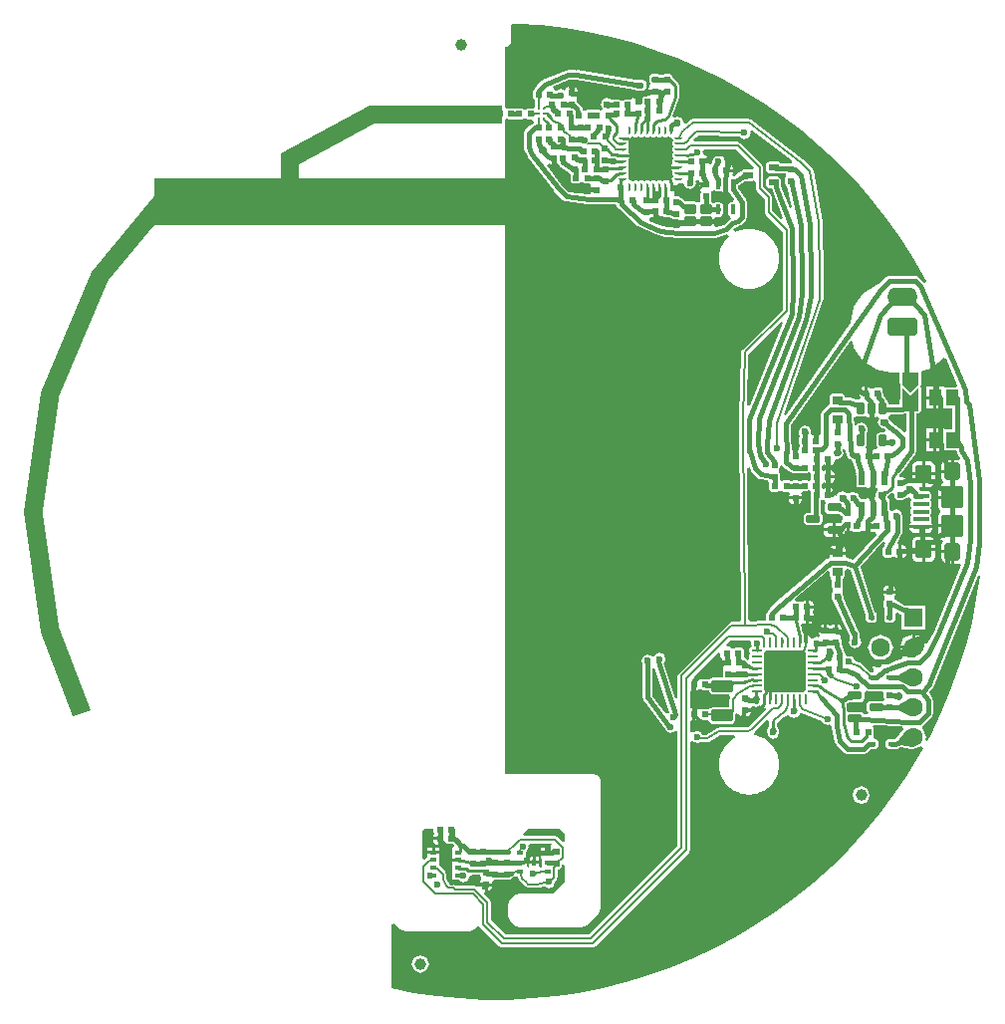
<source format=gbl>
G04*
G04 #@! TF.GenerationSoftware,Altium Limited,Altium Designer,20.2.6 (244)*
G04*
G04 Layer_Physical_Order=2*
G04 Layer_Color=16711680*
%FSLAX43Y43*%
%MOMM*%
G71*
G04*
G04 #@! TF.SameCoordinates,C84C0C97-952F-48A7-9790-35694251DD82*
G04*
G04*
G04 #@! TF.FilePolarity,Positive*
G04*
G01*
G75*
%ADD15C,0.381*%
%ADD16C,0.203*%
%ADD17C,0.200*%
%ADD18C,0.203*%
%ADD19O,2.600X1.600*%
G04:AMPARAMS|DCode=20|XSize=2.6mm|YSize=1.6mm|CornerRadius=0.4mm|HoleSize=0mm|Usage=FLASHONLY|Rotation=0.000|XOffset=0mm|YOffset=0mm|HoleType=Round|Shape=RoundedRectangle|*
%AMROUNDEDRECTD20*
21,1,2.600,0.800,0,0,0.0*
21,1,1.800,1.600,0,0,0.0*
1,1,0.800,0.900,-0.400*
1,1,0.800,-0.900,-0.400*
1,1,0.800,-0.900,0.400*
1,1,0.800,0.900,0.400*
%
%ADD20ROUNDEDRECTD20*%
%ADD21C,1.600*%
%ADD22R,1.600X1.600*%
%ADD23C,0.600*%
%ADD24C,1.000*%
%ADD25C,0.229*%
G04:AMPARAMS|DCode=26|XSize=0.5mm|YSize=0.5mm|CornerRadius=0.025mm|HoleSize=0mm|Usage=FLASHONLY|Rotation=0.000|XOffset=0mm|YOffset=0mm|HoleType=Round|Shape=RoundedRectangle|*
%AMROUNDEDRECTD26*
21,1,0.500,0.450,0,0,0.0*
21,1,0.450,0.500,0,0,0.0*
1,1,0.050,0.225,-0.225*
1,1,0.050,-0.225,-0.225*
1,1,0.050,-0.225,0.225*
1,1,0.050,0.225,0.225*
%
%ADD26ROUNDEDRECTD26*%
G04:AMPARAMS|DCode=27|XSize=1.05mm|YSize=1.35mm|CornerRadius=0.053mm|HoleSize=0mm|Usage=FLASHONLY|Rotation=90.000|XOffset=0mm|YOffset=0mm|HoleType=Round|Shape=RoundedRectangle|*
%AMROUNDEDRECTD27*
21,1,1.050,1.245,0,0,90.0*
21,1,0.945,1.350,0,0,90.0*
1,1,0.105,0.623,0.472*
1,1,0.105,0.623,-0.472*
1,1,0.105,-0.623,-0.472*
1,1,0.105,-0.623,0.472*
%
%ADD27ROUNDEDRECTD27*%
G04:AMPARAMS|DCode=28|XSize=0.5mm|YSize=0.5mm|CornerRadius=0.025mm|HoleSize=0mm|Usage=FLASHONLY|Rotation=90.000|XOffset=0mm|YOffset=0mm|HoleType=Round|Shape=RoundedRectangle|*
%AMROUNDEDRECTD28*
21,1,0.500,0.450,0,0,90.0*
21,1,0.450,0.500,0,0,90.0*
1,1,0.050,0.225,0.225*
1,1,0.050,0.225,-0.225*
1,1,0.050,-0.225,-0.225*
1,1,0.050,-0.225,0.225*
%
%ADD28ROUNDEDRECTD28*%
G04:AMPARAMS|DCode=29|XSize=0.5mm|YSize=0.55mm|CornerRadius=0.025mm|HoleSize=0mm|Usage=FLASHONLY|Rotation=0.000|XOffset=0mm|YOffset=0mm|HoleType=Round|Shape=RoundedRectangle|*
%AMROUNDEDRECTD29*
21,1,0.500,0.500,0,0,0.0*
21,1,0.450,0.550,0,0,0.0*
1,1,0.050,0.225,-0.250*
1,1,0.050,-0.225,-0.250*
1,1,0.050,-0.225,0.250*
1,1,0.050,0.225,0.250*
%
%ADD29ROUNDEDRECTD29*%
%ADD30R,1.050X1.400*%
G04:AMPARAMS|DCode=31|XSize=0.6mm|YSize=1mm|CornerRadius=0.075mm|HoleSize=0mm|Usage=FLASHONLY|Rotation=180.000|XOffset=0mm|YOffset=0mm|HoleType=Round|Shape=RoundedRectangle|*
%AMROUNDEDRECTD31*
21,1,0.600,0.850,0,0,180.0*
21,1,0.450,1.000,0,0,180.0*
1,1,0.150,-0.225,0.425*
1,1,0.150,0.225,0.425*
1,1,0.150,0.225,-0.425*
1,1,0.150,-0.225,-0.425*
%
%ADD31ROUNDEDRECTD31*%
G04:AMPARAMS|DCode=32|XSize=0.6mm|YSize=1.2mm|CornerRadius=0.075mm|HoleSize=0mm|Usage=FLASHONLY|Rotation=90.000|XOffset=0mm|YOffset=0mm|HoleType=Round|Shape=RoundedRectangle|*
%AMROUNDEDRECTD32*
21,1,0.600,1.050,0,0,90.0*
21,1,0.450,1.200,0,0,90.0*
1,1,0.150,0.525,0.225*
1,1,0.150,0.525,-0.225*
1,1,0.150,-0.525,-0.225*
1,1,0.150,-0.525,0.225*
%
%ADD32ROUNDEDRECTD32*%
G04:AMPARAMS|DCode=33|XSize=0.42mm|YSize=0.55mm|CornerRadius=0.021mm|HoleSize=0mm|Usage=FLASHONLY|Rotation=90.000|XOffset=0mm|YOffset=0mm|HoleType=Round|Shape=RoundedRectangle|*
%AMROUNDEDRECTD33*
21,1,0.420,0.508,0,0,90.0*
21,1,0.378,0.550,0,0,90.0*
1,1,0.042,0.254,0.189*
1,1,0.042,0.254,-0.189*
1,1,0.042,-0.254,-0.189*
1,1,0.042,-0.254,0.189*
%
%ADD33ROUNDEDRECTD33*%
G04:AMPARAMS|DCode=34|XSize=1mm|YSize=1.8mm|CornerRadius=0.125mm|HoleSize=0mm|Usage=FLASHONLY|Rotation=90.000|XOffset=0mm|YOffset=0mm|HoleType=Round|Shape=RoundedRectangle|*
%AMROUNDEDRECTD34*
21,1,1.000,1.550,0,0,90.0*
21,1,0.750,1.800,0,0,90.0*
1,1,0.250,0.775,0.375*
1,1,0.250,0.775,-0.375*
1,1,0.250,-0.775,-0.375*
1,1,0.250,-0.775,0.375*
%
%ADD34ROUNDEDRECTD34*%
G04:AMPARAMS|DCode=35|XSize=1.9mm|YSize=1.9mm|CornerRadius=0.238mm|HoleSize=0mm|Usage=FLASHONLY|Rotation=180.000|XOffset=0mm|YOffset=0mm|HoleType=Round|Shape=RoundedRectangle|*
%AMROUNDEDRECTD35*
21,1,1.900,1.425,0,0,180.0*
21,1,1.425,1.900,0,0,180.0*
1,1,0.475,-0.713,0.713*
1,1,0.475,0.713,0.713*
1,1,0.475,0.713,-0.713*
1,1,0.475,-0.713,-0.713*
%
%ADD35ROUNDEDRECTD35*%
G04:AMPARAMS|DCode=36|XSize=0.4mm|YSize=1.35mm|CornerRadius=0.05mm|HoleSize=0mm|Usage=FLASHONLY|Rotation=90.000|XOffset=0mm|YOffset=0mm|HoleType=Round|Shape=RoundedRectangle|*
%AMROUNDEDRECTD36*
21,1,0.400,1.250,0,0,90.0*
21,1,0.300,1.350,0,0,90.0*
1,1,0.100,0.625,0.150*
1,1,0.100,0.625,-0.150*
1,1,0.100,-0.625,-0.150*
1,1,0.100,-0.625,0.150*
%
%ADD36ROUNDEDRECTD36*%
G04:AMPARAMS|DCode=37|XSize=1.3mm|YSize=1.45mm|CornerRadius=0.163mm|HoleSize=0mm|Usage=FLASHONLY|Rotation=180.000|XOffset=0mm|YOffset=0mm|HoleType=Round|Shape=RoundedRectangle|*
%AMROUNDEDRECTD37*
21,1,1.300,1.125,0,0,180.0*
21,1,0.975,1.450,0,0,180.0*
1,1,0.325,-0.488,0.563*
1,1,0.325,0.488,0.563*
1,1,0.325,0.488,-0.563*
1,1,0.325,-0.488,-0.563*
%
%ADD37ROUNDEDRECTD37*%
G04:AMPARAMS|DCode=38|XSize=1.4mm|YSize=1.6mm|CornerRadius=0.175mm|HoleSize=0mm|Usage=FLASHONLY|Rotation=180.000|XOffset=0mm|YOffset=0mm|HoleType=Round|Shape=RoundedRectangle|*
%AMROUNDEDRECTD38*
21,1,1.400,1.250,0,0,180.0*
21,1,1.050,1.600,0,0,180.0*
1,1,0.350,-0.525,0.625*
1,1,0.350,0.525,0.625*
1,1,0.350,0.525,-0.625*
1,1,0.350,-0.525,-0.625*
%
%ADD38ROUNDEDRECTD38*%
%ADD39R,0.550X1.200*%
G04:AMPARAMS|DCode=40|XSize=0.7mm|YSize=0.8mm|CornerRadius=0.035mm|HoleSize=0mm|Usage=FLASHONLY|Rotation=270.000|XOffset=0mm|YOffset=0mm|HoleType=Round|Shape=RoundedRectangle|*
%AMROUNDEDRECTD40*
21,1,0.700,0.730,0,0,270.0*
21,1,0.630,0.800,0,0,270.0*
1,1,0.070,-0.365,-0.315*
1,1,0.070,-0.365,0.315*
1,1,0.070,0.365,0.315*
1,1,0.070,0.365,-0.315*
%
%ADD40ROUNDEDRECTD40*%
G04:AMPARAMS|DCode=41|XSize=0.5mm|YSize=0.55mm|CornerRadius=0.025mm|HoleSize=0mm|Usage=FLASHONLY|Rotation=90.000|XOffset=0mm|YOffset=0mm|HoleType=Round|Shape=RoundedRectangle|*
%AMROUNDEDRECTD41*
21,1,0.500,0.500,0,0,90.0*
21,1,0.450,0.550,0,0,90.0*
1,1,0.050,0.250,0.225*
1,1,0.050,0.250,-0.225*
1,1,0.050,-0.250,-0.225*
1,1,0.050,-0.250,0.225*
%
%ADD41ROUNDEDRECTD41*%
G04:AMPARAMS|DCode=42|XSize=0.95mm|YSize=0.8mm|CornerRadius=0.1mm|HoleSize=0mm|Usage=FLASHONLY|Rotation=180.000|XOffset=0mm|YOffset=0mm|HoleType=Round|Shape=RoundedRectangle|*
%AMROUNDEDRECTD42*
21,1,0.950,0.600,0,0,180.0*
21,1,0.750,0.800,0,0,180.0*
1,1,0.200,-0.375,0.300*
1,1,0.200,0.375,0.300*
1,1,0.200,0.375,-0.300*
1,1,0.200,-0.375,-0.300*
%
%ADD42ROUNDEDRECTD42*%
G04:AMPARAMS|DCode=43|XSize=0.4mm|YSize=0.8mm|CornerRadius=0.05mm|HoleSize=0mm|Usage=FLASHONLY|Rotation=180.000|XOffset=0mm|YOffset=0mm|HoleType=Round|Shape=RoundedRectangle|*
%AMROUNDEDRECTD43*
21,1,0.400,0.700,0,0,180.0*
21,1,0.300,0.800,0,0,180.0*
1,1,0.100,-0.150,0.350*
1,1,0.100,0.150,0.350*
1,1,0.100,0.150,-0.350*
1,1,0.100,-0.150,-0.350*
%
%ADD43ROUNDEDRECTD43*%
G04:AMPARAMS|DCode=44|XSize=0.55mm|YSize=0.8mm|CornerRadius=0.069mm|HoleSize=0mm|Usage=FLASHONLY|Rotation=90.000|XOffset=0mm|YOffset=0mm|HoleType=Round|Shape=RoundedRectangle|*
%AMROUNDEDRECTD44*
21,1,0.550,0.663,0,0,90.0*
21,1,0.413,0.800,0,0,90.0*
1,1,0.138,0.331,0.206*
1,1,0.138,0.331,-0.206*
1,1,0.138,-0.331,-0.206*
1,1,0.138,-0.331,0.206*
%
%ADD44ROUNDEDRECTD44*%
G04:AMPARAMS|DCode=45|XSize=0.7mm|YSize=0.25mm|CornerRadius=0.063mm|HoleSize=0mm|Usage=FLASHONLY|Rotation=180.000|XOffset=0mm|YOffset=0mm|HoleType=Round|Shape=RoundedRectangle|*
%AMROUNDEDRECTD45*
21,1,0.700,0.125,0,0,180.0*
21,1,0.575,0.250,0,0,180.0*
1,1,0.125,-0.288,0.063*
1,1,0.125,0.288,0.063*
1,1,0.125,0.288,-0.063*
1,1,0.125,-0.288,-0.063*
%
%ADD45ROUNDEDRECTD45*%
G04:AMPARAMS|DCode=46|XSize=0.7mm|YSize=0.25mm|CornerRadius=0.063mm|HoleSize=0mm|Usage=FLASHONLY|Rotation=270.000|XOffset=0mm|YOffset=0mm|HoleType=Round|Shape=RoundedRectangle|*
%AMROUNDEDRECTD46*
21,1,0.700,0.125,0,0,270.0*
21,1,0.575,0.250,0,0,270.0*
1,1,0.125,-0.063,-0.288*
1,1,0.125,-0.063,0.288*
1,1,0.125,0.063,0.288*
1,1,0.125,0.063,-0.288*
%
%ADD46ROUNDEDRECTD46*%
G04:AMPARAMS|DCode=47|XSize=2mm|YSize=2mm|CornerRadius=0.05mm|HoleSize=0mm|Usage=FLASHONLY|Rotation=270.000|XOffset=0mm|YOffset=0mm|HoleType=Round|Shape=RoundedRectangle|*
%AMROUNDEDRECTD47*
21,1,2.000,1.900,0,0,270.0*
21,1,1.900,2.000,0,0,270.0*
1,1,0.100,-0.950,-0.950*
1,1,0.100,-0.950,0.950*
1,1,0.100,0.950,0.950*
1,1,0.100,0.950,-0.950*
%
%ADD47ROUNDEDRECTD47*%
G04:AMPARAMS|DCode=48|XSize=0.2mm|YSize=0.2mm|CornerRadius=0.025mm|HoleSize=0mm|Usage=FLASHONLY|Rotation=90.000|XOffset=0mm|YOffset=0mm|HoleType=Round|Shape=RoundedRectangle|*
%AMROUNDEDRECTD48*
21,1,0.200,0.150,0,0,90.0*
21,1,0.150,0.200,0,0,90.0*
1,1,0.050,0.075,0.075*
1,1,0.050,0.075,-0.075*
1,1,0.050,-0.075,-0.075*
1,1,0.050,-0.075,0.075*
%
%ADD48ROUNDEDRECTD48*%
G04:AMPARAMS|DCode=49|XSize=0.5mm|YSize=0.6mm|CornerRadius=0.063mm|HoleSize=0mm|Usage=FLASHONLY|Rotation=90.000|XOffset=0mm|YOffset=0mm|HoleType=Round|Shape=RoundedRectangle|*
%AMROUNDEDRECTD49*
21,1,0.500,0.475,0,0,90.0*
21,1,0.375,0.600,0,0,90.0*
1,1,0.125,0.238,0.188*
1,1,0.125,0.238,-0.188*
1,1,0.125,-0.238,-0.188*
1,1,0.125,-0.238,0.188*
%
%ADD49ROUNDEDRECTD49*%
%ADD50O,0.900X0.250*%
%ADD51O,0.250X0.900*%
G04:AMPARAMS|DCode=52|XSize=3.5mm|YSize=3.5mm|CornerRadius=0.175mm|HoleSize=0mm|Usage=FLASHONLY|Rotation=0.000|XOffset=0mm|YOffset=0mm|HoleType=Round|Shape=RoundedRectangle|*
%AMROUNDEDRECTD52*
21,1,3.500,3.150,0,0,0.0*
21,1,3.150,3.500,0,0,0.0*
1,1,0.350,1.575,-1.575*
1,1,0.350,-1.575,-1.575*
1,1,0.350,-1.575,1.575*
1,1,0.350,1.575,1.575*
%
%ADD52ROUNDEDRECTD52*%
%ADD53R,0.500X0.350*%
%ADD54R,0.550X0.400*%
%ADD55R,0.305X0.610*%
%ADD56C,0.250*%
%ADD57C,0.220*%
%ADD58C,0.508*%
%ADD59C,0.300*%
G36*
X55806Y73837D02*
X55931D01*
X56118Y73915D01*
X56306Y73837D01*
X56431D01*
X56618Y73915D01*
X56806Y73837D01*
X56932Y73823D01*
X56946Y73697D01*
X57024Y73509D01*
X56946Y73322D01*
Y73197D01*
X57024Y73009D01*
X56946Y72822D01*
Y72697D01*
X57024Y72509D01*
X56946Y72322D01*
Y72197D01*
X57024Y72009D01*
X56946Y71822D01*
Y71697D01*
X56999Y71568D01*
X56988Y71564D01*
X56915Y71386D01*
X57518D01*
Y71132D01*
X56915D01*
X56988Y70954D01*
X56999Y70950D01*
X56946Y70822D01*
Y70697D01*
X57024Y70509D01*
X56946Y70322D01*
X56806Y70239D01*
X56563Y70139D01*
X56559Y70128D01*
X56431Y70181D01*
X56306D01*
X56118Y70103D01*
X55931Y70181D01*
X55806D01*
X55618Y70103D01*
X55431Y70181D01*
X55306D01*
X55118Y70103D01*
X54931Y70181D01*
X54806D01*
X54618Y70103D01*
X54431Y70181D01*
X54306D01*
X54118Y70103D01*
X53931Y70181D01*
X53806D01*
X53618Y70103D01*
X53431Y70181D01*
X53304Y70195D01*
X53290Y70322D01*
X53212Y70509D01*
X53290Y70697D01*
Y70822D01*
X53212Y71009D01*
X53290Y71197D01*
Y71322D01*
X53212Y71509D01*
X53290Y71697D01*
Y71822D01*
X53237Y71950D01*
X53248Y71954D01*
X53321Y72132D01*
X52718D01*
Y72386D01*
X53321D01*
X53248Y72564D01*
X53237Y72568D01*
X53290Y72697D01*
Y72822D01*
X53212Y73009D01*
X53290Y73197D01*
Y73322D01*
X53237Y73450D01*
X53248Y73454D01*
X53329Y73650D01*
X53348Y73697D01*
X53431Y73837D01*
X53618Y73915D01*
X53806Y73837D01*
X53931D01*
X54118Y73915D01*
X54306Y73837D01*
X54431D01*
X54618Y73915D01*
X54806Y73837D01*
X54931D01*
X55118Y73915D01*
X55306Y73837D01*
X55431D01*
X55618Y73915D01*
X55806Y73837D01*
D02*
G37*
G36*
X67157Y71847D02*
X67107Y71634D01*
X66980Y71599D01*
X66971Y71602D01*
X66158D01*
X66128Y71674D01*
X65922Y71759D01*
X65260D01*
X65054Y71674D01*
X64969Y71468D01*
Y71056D01*
X65054Y70850D01*
X65260Y70765D01*
X65781D01*
X65800Y70757D01*
X66620D01*
X66634Y70723D01*
X66637Y70722D01*
Y70518D01*
X66634Y70517D01*
X66562Y70345D01*
Y69895D01*
X66634Y69723D01*
X66732Y69682D01*
X67142Y67883D01*
X66950Y67824D01*
X66223Y69688D01*
Y69878D01*
X66213Y69902D01*
Y70168D01*
X66128Y70374D01*
X65922Y70459D01*
X65260D01*
X65054Y70374D01*
X64969Y70168D01*
Y69756D01*
X65054Y69550D01*
X65260Y69465D01*
X65397D01*
X65407Y69454D01*
X66389Y66938D01*
X66221Y66829D01*
X65477Y67572D01*
Y68707D01*
X65382Y68938D01*
X64875Y69445D01*
X64874Y69447D01*
X64715Y69605D01*
Y71247D01*
X64620Y71478D01*
X62768Y73330D01*
X62537Y73426D01*
X58872D01*
X58789Y73626D01*
X58971Y73808D01*
X58988Y73825D01*
X59157Y73971D01*
X59203Y74011D01*
X62699Y73893D01*
X62728Y73822D01*
X63111Y73663D01*
X63494Y73822D01*
X63652Y74204D01*
X63609Y74309D01*
X63773Y74435D01*
X67157Y71847D01*
D02*
G37*
G36*
X46990Y71490D02*
X47088D01*
X47122Y71504D01*
X47382Y71398D01*
X47386Y71389D01*
X47497Y71278D01*
X47546Y71257D01*
X47577Y71215D01*
X48199Y70839D01*
X48244Y70731D01*
X48307Y70583D01*
Y70133D01*
X48379Y69961D01*
X48551Y69890D01*
X49001D01*
X49173Y69961D01*
X49174Y69964D01*
X49378D01*
X49379Y69961D01*
X49551Y69890D01*
X49947D01*
X50053Y69757D01*
X50073Y69705D01*
X50019Y69575D01*
Y69477D01*
X50546D01*
Y69223D01*
X50019D01*
Y69150D01*
X49997Y69079D01*
X49911Y68951D01*
X49881Y68951D01*
X48167Y69177D01*
X47522Y69823D01*
X46301Y71441D01*
X46458Y71565D01*
X46638Y71490D01*
X46736D01*
Y72017D01*
X46990D01*
Y71490D01*
D02*
G37*
G36*
X63903Y71272D02*
X63789Y71102D01*
X63772Y71109D01*
X63110D01*
X62904Y71024D01*
X62855Y70906D01*
X62826Y70894D01*
X62685Y70847D01*
X62254Y70473D01*
X62206D01*
X62089Y70607D01*
X62074Y70645D01*
X62070Y70662D01*
X62114Y70768D01*
Y70866D01*
X61587D01*
Y70993D01*
X61460D01*
Y71650D01*
X61413Y71720D01*
X61439Y71783D01*
X61281Y72165D01*
X60898Y72324D01*
X60515Y72165D01*
X60357Y71783D01*
X60382Y71720D01*
X60275Y71524D01*
X60082Y71555D01*
Y71628D01*
X59555D01*
Y71882D01*
X60082D01*
Y71980D01*
X59994Y72194D01*
X59780Y72282D01*
X59687D01*
X59576Y72448D01*
X59596Y72498D01*
X59551Y72606D01*
X59662Y72773D01*
X62402D01*
X63903Y71272D01*
D02*
G37*
G36*
X59290Y70067D02*
Y69969D01*
X59817D01*
Y69715D01*
X59290D01*
Y69617D01*
X59378Y69403D01*
X59396Y69182D01*
X59348Y69067D01*
Y68617D01*
X59391Y68515D01*
X59374Y68322D01*
X59277Y68281D01*
X59142Y68264D01*
X59007Y68281D01*
X58842Y68350D01*
X58201D01*
X58182Y68357D01*
X58092D01*
X58042Y68418D01*
X58024Y68427D01*
X58016Y68446D01*
X57905Y68557D01*
X57705Y68640D01*
X57674Y68715D01*
X57502Y68787D01*
X57149D01*
X57109Y68836D01*
X57171Y69078D01*
X57173Y69079D01*
X57273Y69322D01*
Y69482D01*
X56868D01*
Y69736D01*
X57292D01*
X57466Y69912D01*
X57743D01*
X57806Y69912D01*
X57990Y69800D01*
X58087Y69568D01*
X58469Y69409D01*
X58852Y69568D01*
X59011Y69950D01*
X58957Y70079D01*
X59000Y70163D01*
X59228Y70172D01*
X59290Y70067D01*
D02*
G37*
G36*
X61610Y69162D02*
X61633D01*
X61802Y69111D01*
X62244Y68512D01*
X62143Y68312D01*
X61983D01*
X61792Y68232D01*
X61712Y68041D01*
Y67341D01*
X61792Y67150D01*
X61924Y67095D01*
X61951Y66894D01*
X61950Y66884D01*
X61903Y66861D01*
X61857Y66808D01*
X61792Y66781D01*
X61367Y66357D01*
X60714Y66188D01*
X60568Y66357D01*
X60575Y66375D01*
Y66548D01*
X59817D01*
Y66802D01*
X60575D01*
Y66899D01*
X60648Y67014D01*
X60752Y67070D01*
X60983D01*
X61174Y67150D01*
X61254Y67341D01*
Y68041D01*
X61174Y68232D01*
X60983Y68312D01*
X60683D01*
X60492Y68232D01*
X60305Y68303D01*
X60260Y68321D01*
X60243Y68515D01*
X60285Y68617D01*
Y69067D01*
X60238Y69182D01*
X60240Y69207D01*
X60295Y69251D01*
X60492Y69300D01*
X60683Y69220D01*
X60983D01*
X61097Y69267D01*
X61100Y69258D01*
X61333Y69162D01*
X61356D01*
Y69841D01*
X61610D01*
Y69162D01*
D02*
G37*
G36*
X55634Y67012D02*
X55732D01*
X55946Y67100D01*
X56167Y67118D01*
X56282Y67070D01*
X56482D01*
X56494Y67063D01*
X56527Y67070D01*
X56534D01*
X56567Y67057D01*
X56686D01*
X56807Y67013D01*
X56849Y66996D01*
X56880Y66921D01*
X57052Y66849D01*
X57502D01*
X57509Y66852D01*
X57584Y66802D01*
X58467D01*
Y66548D01*
X57709D01*
Y66375D01*
X57729Y66327D01*
X57594Y66130D01*
X56551Y66156D01*
X55858Y66355D01*
X55028Y66733D01*
X55037Y66944D01*
X55059Y66958D01*
X55176Y67006D01*
X55190Y67042D01*
X55198Y67047D01*
X55282Y67012D01*
X55380D01*
Y67564D01*
X55634D01*
Y67012D01*
D02*
G37*
G36*
X43759Y83464D02*
X45780Y83329D01*
X47792Y83095D01*
X49789Y82764D01*
X51769Y82336D01*
X53725Y81812D01*
X55653Y81193D01*
X57548Y80480D01*
X59407Y79676D01*
X61224Y78782D01*
X62996Y77801D01*
X64717Y76734D01*
X66384Y75585D01*
X67993Y74355D01*
X69541Y73049D01*
X71022Y71669D01*
X72435Y70218D01*
X73775Y68699D01*
X75040Y67118D01*
X76226Y65476D01*
X77330Y63779D01*
X78350Y62029D01*
X78550Y61645D01*
X78535Y61579D01*
X78425Y61451D01*
X78367Y61466D01*
X78360Y61483D01*
X78308Y61535D01*
X77913Y61930D01*
X77835Y61963D01*
X77775Y62022D01*
X77739Y62037D01*
X77655Y62037D01*
X77614Y62054D01*
X77614Y62054D01*
X77577Y62069D01*
X75481D01*
X75444Y62054D01*
X75444Y62054D01*
X75403Y62037D01*
X75319Y62037D01*
X75283Y62022D01*
X75223Y61963D01*
X75145Y61930D01*
X74540Y61325D01*
X74302Y61278D01*
X73178Y60526D01*
X72426Y59402D01*
X72162Y58075D01*
Y58037D01*
X66640Y50212D01*
X66460Y50304D01*
X69776Y59929D01*
X69776Y59944D01*
X69784Y59956D01*
X69818Y60089D01*
X69812Y60130D01*
X69828Y60169D01*
Y61906D01*
X69827Y61908D01*
X69828Y61909D01*
X69779Y66583D01*
X69768Y66610D01*
X69774Y66638D01*
X68986Y70969D01*
X68966Y71000D01*
X68966Y71036D01*
X68956Y71059D01*
X68911Y71104D01*
X68886Y71164D01*
X68125Y71925D01*
X68104Y71934D01*
X68093Y71953D01*
X63670Y75336D01*
X63570Y75362D01*
X63474Y75403D01*
X59451Y75421D01*
X59450Y75421D01*
X59449Y75421D01*
X58770D01*
X58668Y75379D01*
X58562Y75346D01*
X58130Y74988D01*
X57934Y75085D01*
X57787Y75440D01*
X57404Y75598D01*
X57148Y75492D01*
X56992Y75644D01*
X57578Y77154D01*
X57576Y77218D01*
X57601Y77277D01*
Y78187D01*
X57501Y78428D01*
X57211Y78718D01*
X57207Y78720D01*
X57205Y78724D01*
X57000Y78919D01*
X56984Y78925D01*
Y78957D01*
X56912Y79129D01*
X56740Y79201D01*
X56290D01*
X56179Y79155D01*
X55870D01*
X55751Y79204D01*
X55277D01*
X55076Y79120D01*
X54992Y78920D01*
Y78545D01*
X55076Y78344D01*
X55028Y78147D01*
X54934Y77920D01*
Y77859D01*
X55514D01*
Y77605D01*
X54934D01*
Y77545D01*
X54965Y77470D01*
X54854Y77304D01*
X54647D01*
X54543Y77260D01*
X54540Y77266D01*
X54327Y77354D01*
X54229D01*
Y76827D01*
X53975D01*
Y77354D01*
X53877D01*
X53663Y77266D01*
X53628Y77181D01*
X53422Y77050D01*
X52972D01*
X52800Y76978D01*
X52594Y76978D01*
X52422Y77050D01*
X51972D01*
X51963Y77046D01*
X51775D01*
X51640Y77107D01*
X51548Y77111D01*
X51418Y77164D01*
X51036Y77006D01*
X50877Y76623D01*
X51021Y76277D01*
X50907Y76107D01*
X50779Y76161D01*
X50329D01*
X50292Y76145D01*
X50255Y76161D01*
X49805D01*
X49633Y76089D01*
X49432D01*
X49418Y76093D01*
X49353Y76120D01*
X49341Y76224D01*
X49201Y76482D01*
X49156Y76518D01*
X49135Y76572D01*
X49094Y76614D01*
X49089Y76616D01*
X49088Y76621D01*
X48880Y76828D01*
X48880Y76828D01*
X48843Y76843D01*
X48808Y76929D01*
X48825Y77150D01*
X48914Y77364D01*
Y77462D01*
X48387D01*
Y77589D01*
X48260D01*
Y78116D01*
X48162D01*
X47948Y78028D01*
X47917Y77951D01*
X47858Y77814D01*
X47670Y77838D01*
X47456Y77926D01*
X47170Y77808D01*
X47033Y77808D01*
X46998Y77892D01*
X46863Y77948D01*
X46837Y78082D01*
X46844Y78156D01*
X48139Y78682D01*
X48745D01*
X53763Y77875D01*
X53776Y77844D01*
X53977Y77760D01*
X54451D01*
X54652Y77844D01*
X54736Y78045D01*
Y78420D01*
X54652Y78620D01*
X54451Y78704D01*
X54130D01*
X54104Y78714D01*
X53869D01*
X48846Y79522D01*
X48812Y79514D01*
X48779Y79527D01*
X48056D01*
X47980Y79496D01*
X47898Y79496D01*
X45955Y78708D01*
X45894Y78648D01*
X45815Y78615D01*
X45481Y78281D01*
X45469Y78252D01*
X45442Y78236D01*
X45323Y78078D01*
X45289Y77948D01*
X45279Y77923D01*
X45204Y77892D01*
X45132Y77720D01*
Y77220D01*
X45204Y77048D01*
X45322Y76999D01*
Y76443D01*
X45175Y76288D01*
X44725D01*
X44553Y76216D01*
X44552Y76213D01*
X44348D01*
X44347Y76216D01*
X44175Y76288D01*
X43725D01*
X43625Y76246D01*
X43524Y76288D01*
X43074D01*
X42956Y76239D01*
X42756Y76332D01*
X42756Y81488D01*
X42955Y81528D01*
X43123Y81640D01*
X43235Y81808D01*
X43274Y82006D01*
Y83330D01*
X43417Y83470D01*
X43759Y83464D01*
D02*
G37*
G36*
X80236Y55040D02*
X81216Y52756D01*
X81106Y52589D01*
X80101D01*
Y52643D01*
X79449D01*
Y51689D01*
Y50735D01*
X80101D01*
Y50789D01*
X80802D01*
Y48989D01*
X80101D01*
Y49043D01*
X79449D01*
Y48089D01*
Y47135D01*
X80101D01*
Y47189D01*
X81143D01*
X81177Y47107D01*
X81189Y47002D01*
X81432Y46558D01*
X81299Y46409D01*
X81287Y46413D01*
X80927D01*
Y45400D01*
X80800D01*
Y45273D01*
X79862D01*
Y44838D01*
X79994Y44519D01*
X79889Y44362D01*
X79711Y44289D01*
X79556Y43912D01*
Y43327D01*
X80800D01*
Y43073D01*
X79556D01*
Y42487D01*
X79711Y42111D01*
X79739Y42100D01*
Y41900D01*
X79711Y41889D01*
X79556Y41513D01*
Y40927D01*
X80800D01*
Y40673D01*
X79556D01*
Y40088D01*
X79711Y39711D01*
X79889Y39638D01*
X79994Y39481D01*
X79862Y39162D01*
Y38727D01*
X80800D01*
Y38600D01*
X80927D01*
Y37587D01*
X81287D01*
X81357Y37615D01*
X81499Y37475D01*
X79212Y31840D01*
X79210Y31833D01*
X78683Y30782D01*
X78483Y30789D01*
X78277Y31287D01*
X77597Y31568D01*
Y30480D01*
X77470D01*
Y30353D01*
X76382D01*
X76629Y29756D01*
X76559Y29516D01*
X75147Y28981D01*
X75131Y28997D01*
X74999Y29315D01*
X75075Y29563D01*
X75441Y29715D01*
X75758Y30480D01*
X75441Y31245D01*
X74676Y31562D01*
X73911Y31245D01*
X73594Y30480D01*
X73911Y29715D01*
X74122Y29627D01*
X74122Y29463D01*
X74106Y29417D01*
X73984Y29124D01*
X74531D01*
Y28870D01*
X73984D01*
X74107Y28573D01*
X74119Y28568D01*
X74079Y28368D01*
X73842D01*
X73157Y29053D01*
X73094Y29079D01*
X73045Y29126D01*
X72488Y29343D01*
X72372Y29623D01*
X71989Y29782D01*
X71870Y29732D01*
X71708Y29841D01*
X71636Y30013D01*
X71586Y30034D01*
X71588Y30052D01*
X71481Y30464D01*
X71448Y30507D01*
X71433Y30543D01*
X71372Y30692D01*
X71348Y30716D01*
Y30809D01*
X71335Y30843D01*
Y31094D01*
X71287Y31209D01*
X71305Y31430D01*
X71393Y31644D01*
Y31742D01*
X70866D01*
Y31869D01*
X70739D01*
Y32396D01*
X70641D01*
X70428Y32308D01*
X70416Y32308D01*
X70202Y32396D01*
X70104D01*
Y31869D01*
X69977D01*
Y31742D01*
X69450D01*
Y31644D01*
X69535Y31440D01*
X69458Y31279D01*
X69436Y31265D01*
X69223Y31353D01*
X68891Y31215D01*
X68827Y31201D01*
X68664Y31279D01*
X68588Y31463D01*
X68425Y31531D01*
Y30848D01*
X68171D01*
Y31617D01*
X68085Y31661D01*
X67933Y32370D01*
X68106Y32515D01*
X68220Y32468D01*
X68318D01*
Y33020D01*
X68445D01*
Y33147D01*
X68972D01*
Y33270D01*
X68886Y33477D01*
X68972Y33684D01*
Y33782D01*
X68445D01*
Y33909D01*
X68318D01*
Y34436D01*
X68220D01*
X68006Y34348D01*
X67785Y34330D01*
X67670Y34378D01*
X67493D01*
X67420Y34578D01*
X70199Y36931D01*
X70381Y36847D01*
Y36552D01*
X70455Y36372D01*
X70477Y36363D01*
X70550Y36137D01*
X70506Y36031D01*
Y35581D01*
X70578Y35409D01*
X70581Y35408D01*
Y35204D01*
X70578Y35203D01*
X70506Y35031D01*
Y34581D01*
X70578Y34409D01*
X70699Y34358D01*
X70702Y34296D01*
X72029Y31494D01*
X72030Y31492D01*
X72030Y31492D01*
X72033Y31485D01*
X72036Y31482D01*
Y31081D01*
X71960Y30896D01*
X72118Y30513D01*
X72501Y30355D01*
X72883Y30513D01*
X73042Y30896D01*
X72883Y31279D01*
X72882Y31279D01*
Y31615D01*
X72882Y31615D01*
X72811Y31787D01*
X72811Y31816D01*
X72806Y31828D01*
X72798Y31836D01*
X72797Y31847D01*
X71507Y34572D01*
Y34746D01*
X71494Y34779D01*
Y34786D01*
X71501Y34819D01*
X71494Y34831D01*
Y35031D01*
X71422Y35203D01*
X71419Y35204D01*
Y35408D01*
X71422Y35409D01*
X71494Y35581D01*
Y36031D01*
X71450Y36137D01*
X71523Y36363D01*
X71545Y36372D01*
X71619Y36552D01*
Y37015D01*
X71819Y37170D01*
X72156Y37083D01*
X73369Y33244D01*
Y33040D01*
X73383Y33006D01*
Y32831D01*
X73453Y32662D01*
X73622Y32592D01*
X74130D01*
X74299Y32662D01*
X74369Y32831D01*
Y33209D01*
X74299Y33378D01*
X74193Y33422D01*
X74195Y33436D01*
X72965Y37327D01*
X74951Y39471D01*
X75114Y39352D01*
X75011Y39170D01*
X74997Y39062D01*
X74997Y39061D01*
X74922Y39030D01*
X74850Y38858D01*
Y38358D01*
X74922Y38186D01*
X75094Y38114D01*
X75544D01*
X75659Y38162D01*
X75880Y38144D01*
X76094Y38056D01*
X76192D01*
Y38608D01*
Y39183D01*
X76088Y39357D01*
X76492Y40072D01*
X76506Y40180D01*
X76547Y40280D01*
Y41254D01*
X76523Y41312D01*
X76530Y41375D01*
X76510Y41440D01*
X76530Y41587D01*
X76524Y41612D01*
X76544Y41661D01*
X76457Y41872D01*
X76449Y41900D01*
X76444Y41903D01*
X76386Y42043D01*
X76003Y42202D01*
X75668Y42063D01*
X75665Y42063D01*
X75466Y42150D01*
Y43061D01*
X75408D01*
X75305Y43190D01*
X75283Y43252D01*
X75374Y43402D01*
X75626Y43574D01*
X75644Y43602D01*
X75659Y43608D01*
X75741Y43579D01*
X75859Y43516D01*
Y43217D01*
X75930Y43045D01*
X76102Y42973D01*
X76552D01*
X76724Y43045D01*
X76755Y43120D01*
X76797Y43137D01*
X76940Y43188D01*
X77029Y43269D01*
X77229Y43181D01*
Y43150D01*
X77302Y42975D01*
X77229Y42800D01*
Y42500D01*
X77302Y42325D01*
X77229Y42150D01*
Y41850D01*
X77302Y41675D01*
X77229Y41500D01*
Y41200D01*
X77276Y41086D01*
X77267Y41083D01*
X77171Y40850D01*
Y40827D01*
X78125D01*
Y40700D01*
D01*
Y40827D01*
X79079D01*
Y40850D01*
X78983Y41083D01*
X78974Y41086D01*
X79021Y41200D01*
Y41500D01*
X78948Y41675D01*
X79021Y41850D01*
Y42150D01*
X78948Y42325D01*
X79021Y42500D01*
Y42800D01*
X78948Y42975D01*
X79021Y43150D01*
Y43450D01*
X78941Y43641D01*
X78750Y43721D01*
X78138D01*
X78133Y43723D01*
X78062Y43724D01*
X77943Y43900D01*
X77969Y44063D01*
X77989Y44111D01*
X78223D01*
Y45073D01*
X77361D01*
Y44626D01*
X77243Y44515D01*
X77182Y44484D01*
X77156Y44495D01*
X77054Y44453D01*
X76854Y44587D01*
Y44667D01*
X76766Y44881D01*
X76552Y44969D01*
X76323D01*
X76314Y44985D01*
X76294Y45192D01*
X76294Y45195D01*
X76301Y45203D01*
X76342Y45253D01*
X76438Y45311D01*
X77612Y46904D01*
X77625Y46956D01*
X77662Y46993D01*
X77717Y47127D01*
X77717Y47211D01*
X77749Y47288D01*
Y50319D01*
X77839D01*
X78032Y50399D01*
X78112Y50592D01*
Y51537D01*
X78108Y51548D01*
Y52515D01*
X78045Y52665D01*
X78108Y52815D01*
Y52857D01*
X78112Y52868D01*
Y53812D01*
X78191Y53960D01*
X78756Y54072D01*
X79880Y54824D01*
X80037Y55058D01*
X80236Y55040D01*
D02*
G37*
G36*
X77891Y52815D02*
X77216Y52140D01*
X76541Y52815D01*
Y53790D01*
X77891D01*
Y52815D01*
D02*
G37*
G36*
X77891Y50640D02*
X76541D01*
Y52515D01*
X77216Y51840D01*
X77891Y52515D01*
Y50640D01*
D02*
G37*
G36*
X72321Y56477D02*
X72426Y55948D01*
X73178Y54824D01*
X74302Y54072D01*
X75629Y53808D01*
X76320D01*
Y52868D01*
X76325Y52857D01*
Y52815D01*
X76387Y52665D01*
X76325Y52515D01*
Y51548D01*
X76320Y51537D01*
Y51141D01*
X75387D01*
Y51203D01*
X75299Y51413D01*
X75162Y51470D01*
X75136Y51584D01*
X75068Y51679D01*
X75024Y51787D01*
X74896Y51915D01*
Y52010D01*
X74883Y52043D01*
Y52295D01*
X74811Y52467D01*
X74639Y52538D01*
X74189D01*
X74074Y52491D01*
X73853Y52508D01*
X73639Y52597D01*
X73541D01*
Y52070D01*
X73414D01*
Y51943D01*
X72887D01*
Y51845D01*
X72947Y51701D01*
X72923Y51633D01*
X72898Y51588D01*
X72835Y51510D01*
X72656D01*
X72068Y51713D01*
X71997Y51709D01*
X71930Y51736D01*
X71619D01*
Y51788D01*
X71545Y51968D01*
X71365Y52042D01*
X70635D01*
X70455Y51968D01*
X70381Y51788D01*
Y51158D01*
X70223Y51017D01*
X70115Y50972D01*
X70115Y50972D01*
X69851Y50708D01*
X69845Y50693D01*
X69831Y50686D01*
X69709Y50546D01*
X69662Y50406D01*
X69606Y50269D01*
X69606Y48641D01*
X69440Y48530D01*
X69432Y48533D01*
X69334D01*
Y48006D01*
X69080D01*
Y48533D01*
X68982D01*
X68913Y48504D01*
X68895Y48510D01*
X68734Y48646D01*
X68734Y48655D01*
X68787Y48785D01*
X68629Y49167D01*
X68246Y49326D01*
X67864Y49167D01*
X67705Y48785D01*
X67759Y48655D01*
X67762Y48563D01*
X67810Y48403D01*
X67738Y48231D01*
Y47781D01*
X67784Y47670D01*
Y47580D01*
X67738Y47469D01*
Y47306D01*
X67662Y47255D01*
X67564D01*
Y46728D01*
X67310D01*
Y47255D01*
X67212D01*
X67098Y47331D01*
Y47732D01*
X67086Y47761D01*
X67094Y47791D01*
X67035Y48213D01*
Y49301D01*
X67040Y49313D01*
X72126Y56518D01*
X72321Y56477D01*
D02*
G37*
G36*
X66375Y58016D02*
X63553Y51011D01*
X63357Y51051D01*
X63443Y55361D01*
X66208Y58127D01*
X66375Y58016D01*
D02*
G37*
G36*
X74041Y49997D02*
X74139D01*
X74391Y50101D01*
X74436Y50095D01*
X74554Y49910D01*
X74424Y49597D01*
X74583Y49214D01*
X74754Y49143D01*
X74846Y49078D01*
X74985Y49046D01*
X75129Y48922D01*
X75124Y48898D01*
X75045Y48751D01*
X74639D01*
X74429Y48663D01*
X74341Y48453D01*
Y47603D01*
X74399Y47463D01*
X74297Y47263D01*
X74078D01*
X73978Y47221D01*
X73877Y47263D01*
X73779D01*
Y46736D01*
X73525D01*
Y47275D01*
X73429Y47463D01*
X73487Y47603D01*
Y48453D01*
X73480Y48469D01*
Y48700D01*
X73542Y48835D01*
X73545Y48927D01*
X73599Y49057D01*
X73440Y49439D01*
X73057Y49598D01*
X72675Y49439D01*
X72633Y49338D01*
X72431Y49374D01*
X72405Y50004D01*
X72601Y50112D01*
X72739Y50055D01*
X73189D01*
X73232Y50073D01*
X73437Y50101D01*
X73689Y49997D01*
X73787D01*
Y50778D01*
X74041D01*
Y49997D01*
D02*
G37*
G36*
X76904Y48791D02*
X76704Y48708D01*
X76353Y49060D01*
X76326Y49071D01*
X76311Y49096D01*
X75505Y49715D01*
X75436Y49846D01*
X75386Y49887D01*
X75348Y49980D01*
X75335Y50108D01*
X75487Y50296D01*
X76541D01*
X76597Y50319D01*
X76904D01*
Y48791D01*
D02*
G37*
G36*
X71693Y47224D02*
X71694Y47223D01*
X71689Y47166D01*
X71808Y46782D01*
X71873Y46703D01*
X71913Y46608D01*
X72024Y46497D01*
X72024Y46497D01*
X72224Y46414D01*
X72255Y46339D01*
X72314Y46314D01*
X72311Y46271D01*
X72584Y45470D01*
Y45271D01*
X72601Y45229D01*
X72593Y45185D01*
X72616Y45071D01*
Y44061D01*
X73512D01*
Y44007D01*
X73914D01*
Y44861D01*
X74168D01*
Y44007D01*
X74413D01*
X74453Y43807D01*
X74369Y43772D01*
X74210Y43390D01*
X74255Y43281D01*
X74168Y43151D01*
Y42261D01*
X73914D01*
Y43115D01*
X73512D01*
Y43061D01*
X73084D01*
X72920Y43173D01*
X72762Y43555D01*
X72379Y43714D01*
X72017Y43564D01*
X71966Y43557D01*
X71817Y43563D01*
X71786Y43569D01*
X71418Y43722D01*
X71035Y43563D01*
X70950Y43358D01*
X70750Y43398D01*
Y43659D01*
X70662Y43872D01*
X70448Y43961D01*
X70350D01*
Y43434D01*
X70096D01*
Y43961D01*
X69998D01*
X69860Y43904D01*
X69815Y43921D01*
X69676Y44025D01*
Y44367D01*
X69815Y44472D01*
X69860Y44488D01*
X69998Y44431D01*
X70096D01*
Y44958D01*
Y45485D01*
X69998D01*
X69860Y45428D01*
X69815Y45445D01*
X69676Y45549D01*
Y45891D01*
X69815Y45996D01*
X69860Y46012D01*
X69998Y45955D01*
X70096D01*
Y46482D01*
X70350D01*
Y45955D01*
X70448D01*
X70662Y46044D01*
X70750Y46257D01*
Y46369D01*
X70916Y46481D01*
X70993Y46449D01*
X71376Y46607D01*
X71534Y46990D01*
X71481Y47119D01*
X71477Y47212D01*
X71461Y47257D01*
X71470Y47269D01*
X71538Y47270D01*
X71693Y47224D01*
D02*
G37*
G36*
X66652Y45608D02*
X66680Y45596D01*
X66696Y45569D01*
X66854Y45450D01*
X66984Y45416D01*
X67009Y45406D01*
X67040Y45331D01*
X67212Y45259D01*
X67662D01*
X67763Y45301D01*
X67862D01*
X67982Y45252D01*
X68432D01*
X68594Y45319D01*
X68775Y45232D01*
X68775Y45232D01*
X68754Y45183D01*
Y44733D01*
X68775Y44684D01*
X68775Y44684D01*
X68594Y44597D01*
X68432Y44665D01*
X67982D01*
X67861Y44615D01*
X67763D01*
X67662Y44657D01*
X67212D01*
X67111Y44615D01*
X67074D01*
X67072Y44618D01*
X66900Y44690D01*
X66450D01*
X66296Y44626D01*
X66160Y44699D01*
X66127Y44741D01*
Y45191D01*
X66056Y45363D01*
X66053Y45364D01*
Y45568D01*
X66056Y45569D01*
X66127Y45741D01*
Y45877D01*
X66274Y45928D01*
X66327Y45932D01*
X66652Y45608D01*
D02*
G37*
G36*
X63631Y45536D02*
X63672Y45489D01*
X63686Y45428D01*
X63711Y45393D01*
X63743Y45372D01*
X63757Y45337D01*
X63801Y45293D01*
X63801Y45293D01*
X63801Y45293D01*
X64244Y44851D01*
X64365Y44801D01*
X64477Y44732D01*
X65082Y44637D01*
X65206Y44446D01*
Y43946D01*
X65278Y43774D01*
X65450Y43702D01*
X65900D01*
X66072Y43774D01*
X66073Y43777D01*
X66277D01*
X66278Y43774D01*
X66450Y43702D01*
X66813D01*
X66948Y43537D01*
X66953Y43518D01*
X66910Y43413D01*
Y43315D01*
X67437D01*
X67964D01*
Y43413D01*
X67910Y43543D01*
X67930Y43595D01*
X68036Y43728D01*
X68432D01*
X68594Y43795D01*
X68775Y43708D01*
X68775Y43708D01*
X68754Y43659D01*
Y43407D01*
X68741Y43374D01*
X68741Y43374D01*
Y41925D01*
X68425D01*
X68215Y41837D01*
X68127Y41627D01*
Y41177D01*
X68215Y40967D01*
X68425Y40879D01*
X69475D01*
X69685Y40967D01*
X69773Y41177D01*
Y41627D01*
X69685Y41837D01*
X69586Y41879D01*
Y42951D01*
X69784Y42995D01*
X69909Y42944D01*
X69985Y42730D01*
X69984Y42713D01*
X69927Y42577D01*
Y42127D01*
X70015Y41917D01*
X70225Y41829D01*
X71137D01*
X71160Y41820D01*
X71184D01*
X71186Y41818D01*
X71192Y41803D01*
X71275Y41720D01*
X71292Y41713D01*
X71300Y41697D01*
X71359Y41647D01*
X71440Y41621D01*
X71461Y41570D01*
X71443Y41349D01*
X71355Y41135D01*
Y41087D01*
X71275Y41033D01*
X70877D01*
Y40452D01*
Y39871D01*
X71275D01*
X71527Y39975D01*
X71631Y40227D01*
Y40256D01*
X71657Y40383D01*
X71755D01*
Y40910D01*
X72009D01*
Y40383D01*
X72107D01*
X72228Y40433D01*
X72255Y40370D01*
X72427Y40298D01*
X72877D01*
X72992Y40346D01*
X73213Y40328D01*
X73427Y40240D01*
X73525D01*
Y40767D01*
X73779D01*
Y40240D01*
X73877D01*
X73978Y40282D01*
X74078Y40240D01*
X74261D01*
X74341Y40057D01*
X72350Y37906D01*
X71846Y38036D01*
X71687Y38146D01*
X71678Y38271D01*
Y38340D01*
X71000D01*
X70322D01*
Y38152D01*
X70169Y37999D01*
X70141Y37990D01*
X65653Y34189D01*
X65645Y34173D01*
X65627Y34165D01*
X65293Y33831D01*
X65281Y33802D01*
X65254Y33786D01*
X65135Y33628D01*
X65101Y33498D01*
X65091Y33473D01*
X65016Y33442D01*
X64944Y33270D01*
Y32770D01*
X64930Y32748D01*
X64752D01*
X64735Y32741D01*
X64717Y32747D01*
X63645Y32632D01*
X63444Y32790D01*
X63360Y45723D01*
X63557Y45756D01*
X63631Y45536D01*
D02*
G37*
G36*
X63677Y30876D02*
X63632Y30767D01*
X63737Y30514D01*
X63574Y30447D01*
X63471Y30198D01*
X63574Y29949D01*
X63574Y29947D01*
X63471Y29698D01*
X63499Y29632D01*
X63536Y29540D01*
X63383Y29388D01*
X63295Y29424D01*
X63215Y29483D01*
X63145Y29500D01*
X63061Y29673D01*
X63056Y29709D01*
X63072Y29747D01*
Y30197D01*
X63000Y30369D01*
X62828Y30441D01*
X62378D01*
X62263Y30393D01*
X62042Y30411D01*
X61828Y30499D01*
X61597D01*
X61514Y30699D01*
X61857Y31043D01*
X63566D01*
X63677Y30876D01*
D02*
G37*
G36*
X61076Y29979D02*
Y29747D01*
X61164Y29534D01*
X61228Y29507D01*
X61195Y29427D01*
Y29329D01*
X61722D01*
Y29075D01*
X61195D01*
Y28977D01*
X61284Y28763D01*
X61301Y28542D01*
X61254Y28427D01*
Y27977D01*
X61205Y27905D01*
X60439D01*
X60078Y27755D01*
X60034Y27774D01*
X59584D01*
X59469Y27726D01*
X59248Y27744D01*
X59034Y27832D01*
X58908D01*
X58831Y28017D01*
X60876Y30061D01*
X61076Y29979D01*
D02*
G37*
G36*
X42459Y74964D02*
X31852D01*
X31668Y74964D01*
X31665Y74963D01*
X31665D01*
X31665Y74963D01*
X31665Y74963D01*
X31665Y74963D01*
X31665Y74963D01*
X31500Y74874D01*
X25438Y71583D01*
X25262Y71487D01*
X25259Y71481D01*
X25259Y71289D01*
Y70357D01*
X25265Y70351D01*
X42756D01*
X42756Y75306D01*
X42956Y75399D01*
X43074Y75351D01*
X43524D01*
X43625Y75392D01*
X43725Y75351D01*
X44175D01*
X44347Y75422D01*
X44348Y75425D01*
X44552D01*
X44553Y75422D01*
X44725Y75351D01*
X45065D01*
X45240Y75177D01*
X45234Y75081D01*
X45196Y75065D01*
X45165Y74990D01*
X45140Y74980D01*
X45010Y74946D01*
X44852Y74827D01*
X44836Y74800D01*
X44808Y74788D01*
X44473Y74454D01*
X44349Y74155D01*
X44349Y74155D01*
Y72974D01*
X44386Y72885D01*
X44391Y72790D01*
X44675Y72205D01*
X44707Y72177D01*
X44718Y72135D01*
X46864Y69290D01*
X46891Y69274D01*
X46903Y69246D01*
X47664Y68485D01*
X47741Y68453D01*
X47800Y68394D01*
X47823Y68384D01*
X47880Y68384D01*
X47930Y68356D01*
X49797Y68109D01*
X49824Y68117D01*
X49850Y68106D01*
X52174Y68090D01*
X52189Y68056D01*
X52264Y68025D01*
X52347Y67825D01*
X52458Y67714D01*
X52466Y67711D01*
X52469Y67703D01*
X53963Y66314D01*
X54028Y66290D01*
X54075Y66239D01*
X55518Y65580D01*
X55526Y65580D01*
X55531Y65575D01*
X55554Y65565D01*
X55580Y65565D01*
X55600Y65549D01*
X56369Y65328D01*
X56425Y65335D01*
X56476Y65312D01*
X57745Y65281D01*
X57750Y65283D01*
X57755Y65281D01*
X60529D01*
X60580Y65302D01*
X60635Y65294D01*
X61677Y65564D01*
X61780Y65416D01*
X61785Y65398D01*
X61557Y65170D01*
X61536Y65118D01*
X61489Y65087D01*
X61270Y64759D01*
X61259Y64704D01*
X61219Y64664D01*
X61069Y64300D01*
Y64244D01*
X61037Y64197D01*
X60960Y63811D01*
X60971Y63755D01*
X60950Y63703D01*
Y63309D01*
X60971Y63257D01*
X60960Y63202D01*
X61037Y62816D01*
X61069Y62769D01*
Y62713D01*
X61219Y62349D01*
X61259Y62309D01*
X61270Y62254D01*
X61489Y61926D01*
X61536Y61895D01*
X61557Y61843D01*
X61836Y61564D01*
X61888Y61542D01*
X61919Y61496D01*
X62247Y61277D01*
X62302Y61266D01*
X62342Y61226D01*
X62706Y61075D01*
X62762D01*
X62809Y61044D01*
X63195Y60967D01*
X63251Y60978D01*
X63303Y60956D01*
X63697D01*
X63749Y60978D01*
X63804Y60967D01*
X64190Y61044D01*
X64237Y61075D01*
X64293D01*
X64657Y61226D01*
X64697Y61266D01*
X64752Y61277D01*
X65080Y61496D01*
X65111Y61542D01*
X65163Y61564D01*
X65442Y61843D01*
X65464Y61895D01*
X65510Y61926D01*
X65729Y62254D01*
X65740Y62309D01*
X65780Y62349D01*
X65931Y62713D01*
Y62769D01*
X65962Y62816D01*
X66039Y63202D01*
X66028Y63257D01*
X66050Y63309D01*
Y63703D01*
X66028Y63755D01*
X66039Y63811D01*
X65962Y64197D01*
X65931Y64244D01*
Y64300D01*
X65780Y64664D01*
X65740Y64704D01*
X65729Y64759D01*
X65510Y65087D01*
X65464Y65118D01*
X65442Y65170D01*
X65163Y65449D01*
X65111Y65470D01*
X65080Y65517D01*
X64752Y65736D01*
X64697Y65747D01*
X64657Y65787D01*
X64293Y65937D01*
X64237D01*
X64190Y65969D01*
X63804Y66046D01*
X63749Y66035D01*
X63697Y66056D01*
X63303D01*
X63251Y66035D01*
X63195Y66046D01*
X62809Y65969D01*
X62762Y65937D01*
X62706D01*
X62342Y65787D01*
X62271Y65782D01*
X62182Y65977D01*
X62340Y66134D01*
X62757Y66341D01*
X62804Y66394D01*
X62869Y66421D01*
X63203Y66755D01*
X63203Y66755D01*
X63327Y67054D01*
X63327Y67054D01*
Y68328D01*
X63277Y68450D01*
X63245Y68579D01*
X62565Y69501D01*
X62601Y69702D01*
X62689Y69731D01*
X63120Y70105D01*
X63231D01*
X63256Y70115D01*
X63772D01*
X63863Y70152D01*
X64063Y70023D01*
Y69470D01*
X64158Y69239D01*
X64411Y68986D01*
X64412Y68984D01*
X64825Y68572D01*
Y67437D01*
X64920Y67206D01*
X66349Y65778D01*
Y59190D01*
X62948Y55789D01*
X62948Y55789D01*
X62888Y55730D01*
X62842Y55617D01*
X62793Y55506D01*
X62682Y49960D01*
X62683Y49957D01*
X62682Y49954D01*
Y49546D01*
X62682Y49545D01*
X62682Y49544D01*
X62791Y32761D01*
X62650Y32619D01*
X62010D01*
X61779Y32523D01*
X57532Y28276D01*
X57436Y28045D01*
Y26128D01*
X57239Y26096D01*
X56257Y29079D01*
X56263Y29081D01*
X56421Y29464D01*
X56263Y29847D01*
X55880Y30005D01*
X55497Y29847D01*
X55445Y29720D01*
X55247Y29720D01*
X54864Y29878D01*
X54481Y29720D01*
X54323Y29337D01*
X54441Y29051D01*
Y26331D01*
X54441Y26331D01*
X54441Y26331D01*
X54441Y26203D01*
X54493Y26079D01*
X54527Y25949D01*
X54603Y25847D01*
X54603Y25847D01*
X54603Y25847D01*
X56345Y23538D01*
X56442Y23304D01*
X56824Y23146D01*
X57207Y23304D01*
X57236Y23375D01*
X57436Y23335D01*
Y13575D01*
X49903Y6041D01*
X42807D01*
X41598Y7250D01*
Y8802D01*
X41503Y9032D01*
X40967Y9568D01*
X41021Y9699D01*
Y10168D01*
X40552D01*
X40421Y10114D01*
X40401Y10134D01*
X40171Y10229D01*
X38619D01*
X38603Y10246D01*
X38372Y10342D01*
X38082D01*
X38015Y10408D01*
X37791Y10844D01*
Y11171D01*
X37696Y11401D01*
X37696D01*
X37696Y11401D01*
X37636Y11461D01*
X37300Y11797D01*
X37200Y11897D01*
X37144Y11921D01*
Y12611D01*
X37198D01*
Y12913D01*
X36694D01*
X36190D01*
Y12611D01*
X36063Y12547D01*
X36063Y12547D01*
X36030Y12514D01*
X35914Y12398D01*
X35729Y12474D01*
Y14885D01*
X35915Y15071D01*
X36692D01*
Y14761D01*
X36757Y14605D01*
X36692Y14449D01*
Y14351D01*
X37219D01*
Y14224D01*
X37346D01*
Y13697D01*
X37444D01*
X37658Y13786D01*
X37879Y13803D01*
X37994Y13756D01*
X38172D01*
X38227Y13733D01*
X38264Y13748D01*
X38278Y13742D01*
X38278Y13742D01*
X38339D01*
X38349Y13738D01*
X38405Y13681D01*
X38422Y13662D01*
X38472Y13593D01*
X38381Y13415D01*
X38294D01*
Y12819D01*
X38240D01*
Y12517D01*
X38744D01*
Y12263D01*
X38240D01*
Y11961D01*
X38294D01*
Y10715D01*
X38832D01*
X38853Y10663D01*
X39236Y10504D01*
X39619Y10663D01*
X39744Y10965D01*
X39872Y11080D01*
X39962Y11113D01*
X40615D01*
X40725Y10932D01*
X40710Y10734D01*
X40621Y10520D01*
Y10422D01*
X41148D01*
X41675D01*
Y10520D01*
X41811Y10715D01*
X42135D01*
X42246Y10761D01*
X42590D01*
X42701Y10715D01*
X43151D01*
X43323Y10787D01*
X43354Y10862D01*
X43554Y10945D01*
X43554Y10945D01*
X43587Y10992D01*
X43842D01*
X43916Y10750D01*
X43967Y10688D01*
X43997Y10614D01*
X44397Y10215D01*
X44508Y10103D01*
X44739Y10008D01*
X45461D01*
X45493Y10021D01*
X45526Y10014D01*
X46144Y10140D01*
X46482Y10000D01*
X46865Y10158D01*
X47023Y10541D01*
X47022Y10544D01*
X47127Y10649D01*
X47153Y10713D01*
X47169Y10728D01*
X47265Y10959D01*
Y11604D01*
X47342D01*
X47514Y11676D01*
X47585Y11848D01*
Y11960D01*
X47637Y11997D01*
X47837Y11893D01*
Y10515D01*
X46889Y9567D01*
X43942D01*
X43553Y9406D01*
X43172Y9025D01*
X43011Y8636D01*
Y7620D01*
X43172Y7231D01*
X43553Y6850D01*
X43942Y6689D01*
X49276D01*
X49665Y6850D01*
X50681Y7866D01*
X50842Y8255D01*
Y19177D01*
X50681Y19566D01*
X50292Y19727D01*
X42756D01*
X42756Y66364D01*
X13159D01*
X12960Y66367D01*
X12960Y66367D01*
X12850Y66234D01*
X9079Y61696D01*
X8952Y61542D01*
X8951Y61542D01*
X8951Y61541D01*
X8951Y61541D01*
X8951Y61541D01*
X8951Y61540D01*
X8877Y61365D01*
X4914Y51930D01*
X4837Y51746D01*
X4837Y51746D01*
X4837Y51745D01*
X4837Y51745D01*
X4837Y51745D01*
X4811Y51561D01*
X3494Y42156D01*
X3466Y41958D01*
X3466Y41958D01*
X3466Y41958D01*
Y41957D01*
X3492Y41772D01*
X4811Y32354D01*
X4838Y32157D01*
X4838Y32156D01*
X4838Y32156D01*
X4838D01*
X4839Y32156D01*
X4839Y32155D01*
X4907Y31977D01*
X7504Y25146D01*
X6021Y24582D01*
X3292Y31759D01*
X1864Y41957D01*
X3294Y52169D01*
X7580Y62373D01*
X12843Y68709D01*
X12971Y68862D01*
X12971Y68862D01*
X12971Y68865D01*
X12972Y68867D01*
X12972Y69062D01*
Y70351D01*
X23665D01*
X23672Y70357D01*
Y72429D01*
X31264Y76551D01*
X42459D01*
Y74964D01*
D02*
G37*
G36*
X73668Y26701D02*
X73668Y26701D01*
X73830D01*
X73837Y26704D01*
X73843Y26701D01*
X73868Y26702D01*
X73874Y26705D01*
X73881Y26702D01*
X74781Y26760D01*
X74825Y26726D01*
X74944Y26570D01*
Y26183D01*
X74990Y26073D01*
X74851Y25914D01*
X74831Y25923D01*
X73781D01*
X73571Y25835D01*
X73483Y25625D01*
Y25175D01*
X73571Y24965D01*
X73632Y24939D01*
X73587Y24741D01*
X73294Y24758D01*
X73241Y24885D01*
X73031Y24973D01*
X71981D01*
X71828Y25126D01*
X71768Y25691D01*
X72010Y25818D01*
X72096D01*
X72119Y25827D01*
X73031D01*
X73241Y25915D01*
X73329Y26125D01*
Y26575D01*
X73304Y26635D01*
X73457Y26788D01*
X73668Y26701D01*
D02*
G37*
G36*
X56720Y24969D02*
X56648Y24850D01*
X56426Y24834D01*
X55287Y26345D01*
Y28685D01*
X55487Y28717D01*
X56720Y24969D01*
D02*
G37*
G36*
X69667Y24219D02*
X69762Y23990D01*
X70145Y23831D01*
X70330Y23908D01*
X70497Y23797D01*
Y23741D01*
X70516Y23694D01*
X70508Y23643D01*
X70810Y22379D01*
X70878Y22285D01*
X70922Y22178D01*
X71614Y21486D01*
X71614Y21486D01*
X71913Y21362D01*
X71913Y21362D01*
X73201D01*
X73332Y21417D01*
X73469Y21458D01*
X73611Y21575D01*
X73621Y21594D01*
X73641Y21602D01*
X73837Y21797D01*
X74257D01*
X74426Y21867D01*
X74496Y22036D01*
Y22414D01*
X74426Y22583D01*
X74257Y22653D01*
X74145D01*
X74063Y22853D01*
X74121Y22991D01*
Y23491D01*
X74049Y23663D01*
X74035Y23669D01*
X74080Y23867D01*
X76547Y23729D01*
X76662Y23522D01*
X76645Y23481D01*
X76045Y22736D01*
X75841Y22653D01*
X75349D01*
X75180Y22583D01*
X75110Y22414D01*
Y22036D01*
X75180Y21867D01*
X75349Y21797D01*
X75857D01*
X75870Y21802D01*
X75878D01*
X75926Y21822D01*
X75977Y21814D01*
X76056Y21833D01*
X76083Y21853D01*
X76116Y21853D01*
X76364Y21953D01*
X77324Y21838D01*
X77470Y21778D01*
X78151Y22060D01*
X78293Y21902D01*
X77987Y21338D01*
X76936Y19607D01*
X75801Y17929D01*
X74586Y16309D01*
X73294Y14750D01*
X71927Y13256D01*
X70488Y11831D01*
X68982Y10477D01*
X67412Y9198D01*
X65781Y7998D01*
X64093Y6879D01*
X62353Y5843D01*
X60564Y4893D01*
X58732Y4032D01*
X56859Y3261D01*
X54951Y2583D01*
X53012Y1998D01*
X51047Y1509D01*
X49060Y1116D01*
X47057Y820D01*
X45042Y623D01*
X43019Y524D01*
X40994D01*
X38971Y623D01*
X36956Y820D01*
X34952Y1116D01*
X33132Y1476D01*
Y6956D01*
X33332Y7038D01*
X33901Y6469D01*
X34290Y6308D01*
X39751D01*
X40140Y6469D01*
X40437Y6767D01*
X40591Y6736D01*
X40654Y6701D01*
X42274Y5081D01*
X42505Y4985D01*
X50205D01*
X50436Y5081D01*
X58397Y13042D01*
X58492Y13273D01*
Y22386D01*
X58680Y22456D01*
X59063Y22297D01*
X59333Y22409D01*
X59344Y22405D01*
X59405Y22406D01*
X59462Y22383D01*
X59959D01*
X60044Y22418D01*
X60135Y22434D01*
X61038Y23014D01*
X62209D01*
X62307Y22814D01*
X62247Y22736D01*
X61919Y22517D01*
X61888Y22470D01*
X61836Y22449D01*
X61557Y22170D01*
X61536Y22118D01*
X61489Y22087D01*
X61270Y21759D01*
X61259Y21704D01*
X61219Y21664D01*
X61069Y21300D01*
Y21244D01*
X61037Y21197D01*
X60960Y20811D01*
X60971Y20755D01*
X60950Y20703D01*
Y20309D01*
X60971Y20257D01*
X60960Y20202D01*
X61037Y19816D01*
X61069Y19769D01*
Y19713D01*
X61219Y19349D01*
X61259Y19309D01*
X61270Y19254D01*
X61489Y18926D01*
X61536Y18895D01*
X61557Y18843D01*
X61836Y18564D01*
X61888Y18542D01*
X61919Y18496D01*
X62247Y18277D01*
X62302Y18266D01*
X62342Y18226D01*
X62706Y18075D01*
X62762D01*
X62809Y18044D01*
X63195Y17967D01*
X63251Y17978D01*
X63303Y17956D01*
X63697D01*
X63749Y17978D01*
X63804Y17967D01*
X64190Y18044D01*
X64237Y18075D01*
X64293D01*
X64657Y18226D01*
X64697Y18266D01*
X64752Y18277D01*
X65080Y18496D01*
X65111Y18542D01*
X65163Y18564D01*
X65442Y18843D01*
X65464Y18895D01*
X65510Y18926D01*
X65729Y19254D01*
X65740Y19309D01*
X65780Y19349D01*
X65931Y19713D01*
Y19769D01*
X65962Y19816D01*
X66039Y20202D01*
X66028Y20257D01*
X66050Y20309D01*
Y20703D01*
X66028Y20755D01*
X66039Y20811D01*
X65962Y21197D01*
X65931Y21244D01*
Y21300D01*
X65780Y21664D01*
X65740Y21704D01*
X65729Y21759D01*
X65510Y22087D01*
X65464Y22118D01*
X65442Y22170D01*
X65163Y22449D01*
X65111Y22470D01*
X65080Y22517D01*
X64752Y22736D01*
X64697Y22747D01*
X64657Y22787D01*
X64293Y22937D01*
X64237D01*
X64190Y22969D01*
X63971Y23012D01*
X63955Y23043D01*
X63966Y23249D01*
X65040Y24322D01*
X65210Y24209D01*
X65192Y24166D01*
Y23761D01*
X65054Y23460D01*
X65051Y23387D01*
X64991Y23241D01*
X65149Y22858D01*
X65532Y22700D01*
X65915Y22858D01*
X66073Y23241D01*
X66013Y23387D01*
X66010Y23460D01*
X65872Y23761D01*
Y24041D01*
X66357Y24507D01*
X66518Y24563D01*
X66574Y24612D01*
X66642Y24641D01*
X66706Y24704D01*
X66902Y24665D01*
X66925Y24610D01*
X67308Y24452D01*
X67690Y24610D01*
X67776Y24817D01*
X67790Y24832D01*
X67829Y24852D01*
X68026Y24898D01*
X69667Y24219D01*
D02*
G37*
G36*
X58936Y26778D02*
X59034D01*
X59248Y26867D01*
X59469Y26884D01*
X59584Y26837D01*
X59836D01*
X59868Y26823D01*
X59869Y26823D01*
X59869Y26823D01*
X60087D01*
Y26803D01*
X60190Y26554D01*
X60439Y26451D01*
X61807D01*
X61900Y26251D01*
X61891Y26240D01*
X61858Y26134D01*
X61815Y26031D01*
Y25405D01*
X60439D01*
X60190Y25302D01*
X60189Y25298D01*
X60034Y25234D01*
X59584D01*
X59469Y25186D01*
X59248Y25204D01*
X59034Y25292D01*
X58936D01*
Y24765D01*
Y24238D01*
X59034D01*
X59248Y24327D01*
X59469Y24344D01*
X59584Y24297D01*
X60034D01*
X60158Y24132D01*
X60190Y24054D01*
X60439Y23951D01*
X61989D01*
X62238Y24054D01*
X62341Y24303D01*
Y24750D01*
X62426Y24828D01*
X62650Y24781D01*
X62680Y24707D01*
X62894Y24619D01*
X62992D01*
Y25146D01*
X63119D01*
Y25273D01*
X63646D01*
Y25365D01*
X63647Y25376D01*
X63804Y25513D01*
X63854Y25484D01*
X63962Y25469D01*
X64122Y25403D01*
X64462Y25543D01*
X64508Y25433D01*
X64798Y25313D01*
X64851Y25335D01*
X64964Y25165D01*
X63546Y23747D01*
X63374Y23664D01*
X60943D01*
X60858Y23628D01*
X60767Y23612D01*
X59864Y23032D01*
X59524D01*
X59524Y23032D01*
X59445Y23221D01*
X59063Y23379D01*
X58680Y23221D01*
X58492Y23291D01*
Y24177D01*
X58584Y24238D01*
X58682D01*
Y24765D01*
Y25292D01*
X58584D01*
X58492Y25353D01*
Y26717D01*
X58584Y26778D01*
X58682D01*
Y27305D01*
X58936D01*
Y26778D01*
D02*
G37*
G36*
X83138Y36538D02*
X82832Y34588D01*
X82422Y32604D01*
X81915Y30644D01*
X81313Y28710D01*
X80617Y26808D01*
X79830Y24943D01*
X78952Y23118D01*
X78628Y22519D01*
X78447Y22606D01*
X78552Y22860D01*
X78235Y23625D01*
X78235Y23806D01*
X78295Y23831D01*
X79039Y24575D01*
X79039Y24575D01*
X79163Y24874D01*
Y25926D01*
X79116Y26038D01*
X79093Y26158D01*
X78785Y26628D01*
X79156Y27091D01*
X79174Y27150D01*
X79217Y27194D01*
X79232Y27230D01*
X79232Y27234D01*
X79234Y27236D01*
X82943Y36591D01*
X83138Y36538D01*
D02*
G37*
G36*
X47837Y14631D02*
Y13983D01*
X47652Y13906D01*
X47200Y14359D01*
X46971Y14454D01*
X44322D01*
X44245Y14639D01*
X44678Y15071D01*
X47397D01*
X47837Y14631D01*
D02*
G37*
G36*
X46705Y13739D02*
X46678Y13512D01*
X46651Y13446D01*
X46489D01*
Y12992D01*
X46362D01*
Y12865D01*
X45833D01*
Y12538D01*
X45887D01*
Y11833D01*
X45802Y11771D01*
X45618Y11884D01*
Y12065D01*
X45212D01*
X44806D01*
Y11790D01*
X44787Y11777D01*
X44591Y11879D01*
Y12065D01*
X44062D01*
Y12319D01*
X44591D01*
Y12646D01*
X44537D01*
Y13109D01*
X44628Y13146D01*
X44786Y13529D01*
X44741Y13638D01*
X44852Y13804D01*
X46654D01*
X46705Y13739D01*
D02*
G37*
%LPC*%
G36*
X61812Y71520D02*
X61714D01*
Y71120D01*
X62114D01*
Y71218D01*
X62026Y71431D01*
X61812Y71520D01*
D02*
G37*
G36*
X48612Y78116D02*
X48514D01*
Y77716D01*
X48914D01*
Y77814D01*
X48825Y78028D01*
X48612Y78116D01*
D02*
G37*
G36*
X79195Y52643D02*
X78543D01*
Y51816D01*
X79195D01*
Y52643D01*
D02*
G37*
G36*
Y51562D02*
X78543D01*
Y50735D01*
X79195D01*
Y51562D01*
D02*
G37*
G36*
Y49043D02*
X78543D01*
Y48216D01*
X79195D01*
Y49043D01*
D02*
G37*
G36*
Y47962D02*
X78543D01*
Y47135D01*
X79195D01*
Y47962D01*
D02*
G37*
G36*
X80673Y46413D02*
X80312D01*
X79994Y46281D01*
X79862Y45963D01*
Y45527D01*
X80673D01*
Y46413D01*
D02*
G37*
G36*
X78875Y46289D02*
X78477D01*
Y45327D01*
X79339D01*
Y45825D01*
X79203Y46153D01*
X78875Y46289D01*
D02*
G37*
G36*
X78223D02*
X77825D01*
X77497Y46153D01*
X77361Y45825D01*
Y45327D01*
X78223D01*
Y46289D01*
D02*
G37*
G36*
X79339Y45073D02*
X78477D01*
Y44111D01*
X78875D01*
X79203Y44247D01*
X79339Y44575D01*
Y45073D01*
D02*
G37*
G36*
X79079Y40573D02*
X78252D01*
Y40221D01*
X78750D01*
X78983Y40317D01*
X79079Y40550D01*
Y40573D01*
D02*
G37*
G36*
X77998D02*
X77171D01*
Y40550D01*
X77267Y40317D01*
X77500Y40221D01*
X77998D01*
Y40573D01*
D02*
G37*
G36*
X78875Y39889D02*
X78477D01*
Y38927D01*
X79339D01*
Y39425D01*
X79203Y39753D01*
X78875Y39889D01*
D02*
G37*
G36*
X78223D02*
X77825D01*
X77497Y39753D01*
X77361Y39425D01*
Y38927D01*
X78223D01*
Y39889D01*
D02*
G37*
G36*
X76544Y39160D02*
X76446D01*
Y38735D01*
X76846D01*
Y38858D01*
X76758Y39072D01*
X76544Y39160D01*
D02*
G37*
G36*
X76846Y38481D02*
X76446D01*
Y38056D01*
X76544D01*
X76758Y38144D01*
X76846Y38358D01*
Y38481D01*
D02*
G37*
G36*
X79339Y38673D02*
X78477D01*
Y37711D01*
X78875D01*
X79203Y37847D01*
X79339Y38175D01*
Y38673D01*
D02*
G37*
G36*
X78223D02*
X77361D01*
Y38175D01*
X77497Y37847D01*
X77825Y37711D01*
X78223D01*
Y38673D01*
D02*
G37*
G36*
X80673Y38473D02*
X79862D01*
Y38037D01*
X79994Y37719D01*
X80312Y37587D01*
X80673D01*
Y38473D01*
D02*
G37*
G36*
X75663Y35698D02*
X75565D01*
Y35298D01*
X75965D01*
Y35396D01*
X75876Y35610D01*
X75663Y35698D01*
D02*
G37*
G36*
X75311D02*
X75213D01*
X74999Y35610D01*
X74911Y35396D01*
Y35298D01*
X75311D01*
Y35698D01*
D02*
G37*
G36*
X68670Y34436D02*
X68572D01*
Y34036D01*
X68972D01*
Y34134D01*
X68884Y34348D01*
X68670Y34436D01*
D02*
G37*
G36*
X68972Y32893D02*
X68572D01*
Y32468D01*
X68670D01*
X68884Y32556D01*
X68972Y32770D01*
Y32893D01*
D02*
G37*
G36*
X75965Y35044D02*
X75438D01*
X74911D01*
Y34946D01*
X74999Y34732D01*
X75017Y34511D01*
X74969Y34396D01*
Y33946D01*
X75034Y33790D01*
Y33333D01*
X74983Y33209D01*
Y32831D01*
X75053Y32662D01*
X75222Y32592D01*
X75730D01*
X75899Y32662D01*
X75969Y32831D01*
Y33209D01*
X75935Y33292D01*
X76094Y33431D01*
X76378Y33265D01*
X76470Y33252D01*
Y32020D01*
X78470D01*
Y34020D01*
X76938D01*
X76860Y34052D01*
X76860Y34052D01*
X76706D01*
X75980Y34476D01*
X75870Y34492D01*
X75866Y34493D01*
X75859Y34511D01*
X75876Y34732D01*
X75965Y34946D01*
Y35044D01*
D02*
G37*
G36*
X71091Y32396D02*
X70993D01*
Y31996D01*
X71393D01*
Y32094D01*
X71305Y32308D01*
X71091Y32396D01*
D02*
G37*
G36*
X69850D02*
X69752D01*
X69539Y32308D01*
X69450Y32094D01*
Y31996D01*
X69850D01*
Y32396D01*
D02*
G37*
G36*
X77343Y31568D02*
X76663Y31287D01*
X76382Y30607D01*
X77343D01*
Y31568D01*
D02*
G37*
G36*
X73287Y52597D02*
X73189D01*
X72975Y52508D01*
X72887Y52295D01*
Y52197D01*
X73287D01*
Y52597D01*
D02*
G37*
G36*
X70448Y45485D02*
X70350D01*
Y45085D01*
X70750D01*
Y45183D01*
X70662Y45397D01*
X70448Y45485D01*
D02*
G37*
G36*
X70750Y44831D02*
X70350D01*
Y44431D01*
X70448D01*
X70662Y44520D01*
X70750Y44733D01*
Y44831D01*
D02*
G37*
G36*
X67964Y43061D02*
X67564D01*
Y42661D01*
X67662D01*
X67876Y42749D01*
X67964Y42963D01*
Y43061D01*
D02*
G37*
G36*
X67310D02*
X66910D01*
Y42963D01*
X66999Y42749D01*
X67212Y42661D01*
X67310D01*
Y43061D01*
D02*
G37*
G36*
X70623Y41033D02*
X70225D01*
X69973Y40929D01*
X69869Y40677D01*
Y40579D01*
X70623D01*
Y41033D01*
D02*
G37*
G36*
Y40325D02*
X69869D01*
Y40227D01*
X69973Y39975D01*
X70225Y39871D01*
X70623D01*
Y40325D01*
D02*
G37*
G36*
X71365Y39095D02*
X71127D01*
Y38594D01*
X71678D01*
Y38782D01*
X71586Y39003D01*
X71365Y39095D01*
D02*
G37*
G36*
X70873D02*
X70635D01*
X70414Y39003D01*
X70322Y38782D01*
Y38594D01*
X70873D01*
Y39095D01*
D02*
G37*
G36*
X37092Y14097D02*
X36692D01*
Y13999D01*
X36780Y13786D01*
X36994Y13697D01*
X37092D01*
Y14097D01*
D02*
G37*
G36*
X37198Y13469D02*
X36821D01*
Y13167D01*
X37198D01*
Y13469D01*
D02*
G37*
G36*
X36567D02*
X36190D01*
Y13167D01*
X36567D01*
Y13469D01*
D02*
G37*
G36*
X41675Y10168D02*
X41275D01*
Y9768D01*
X41373D01*
X41587Y9856D01*
X41675Y10070D01*
Y10168D01*
D02*
G37*
G36*
X73025Y18665D02*
X72489Y18443D01*
X72267Y17907D01*
X72489Y17371D01*
X73025Y17149D01*
X73561Y17371D01*
X73783Y17907D01*
X73561Y18443D01*
X73025Y18665D01*
D02*
G37*
G36*
X35560Y4314D02*
X35024Y4092D01*
X34802Y3556D01*
X35024Y3020D01*
X35560Y2798D01*
X36096Y3020D01*
X36318Y3556D01*
X36096Y4092D01*
X35560Y4314D01*
D02*
G37*
G36*
X63646Y25019D02*
X63246D01*
Y24619D01*
X63344D01*
X63558Y24707D01*
X63646Y24921D01*
Y25019D01*
D02*
G37*
G36*
X46235Y13446D02*
X45833D01*
Y13119D01*
X46235D01*
Y13446D01*
D02*
G37*
G36*
X45618Y12751D02*
X45339D01*
Y12319D01*
X45618D01*
Y12751D01*
D02*
G37*
G36*
X45085D02*
X44806D01*
Y12319D01*
X45085D01*
Y12751D01*
D02*
G37*
%LPD*%
D15*
X55774Y68914D02*
Y68974D01*
X51308Y71890D02*
X51312Y71886D01*
X51367Y71830D01*
X55499Y68640D02*
X55774Y68914D01*
X55499Y68580D02*
Y68640D01*
X54738Y68445D02*
X54797Y68449D01*
X54737Y68445D02*
X54738Y68445D01*
X47052Y76064D02*
X47072Y76080D01*
X46854Y76146D02*
X46936Y76064D01*
X74333Y27940D02*
X74957Y28446D01*
X75052Y28541D02*
X75179D01*
X74957Y28446D02*
X75052Y28541D01*
X73914Y27940D02*
X74333D01*
X75179Y28541D02*
X75244Y28565D01*
X76944Y29210D01*
X77939Y26737D02*
X78264Y26652D01*
X76194Y27194D02*
X76463Y27124D01*
X76509Y27111D02*
X76747Y26980D01*
X76463Y27124D02*
X76509Y27111D01*
X76747Y26980D02*
X76977Y26750D01*
X77892D01*
X77939Y26737D01*
X74941Y27194D02*
X76194D01*
X41140Y10295D02*
X41148Y10287D01*
X48387Y76581D02*
X48438Y76530D01*
X48581D01*
X48854Y76235D02*
X48971Y76021D01*
X48830Y76279D02*
X48854Y76235D01*
X48581Y76530D02*
X48789Y76322D01*
X48830Y76279D01*
X48383Y76585D02*
X48387Y76589D01*
X47748Y76585D02*
X48383D01*
X47744Y76581D02*
X47748Y76585D01*
X48827Y71941D02*
X49479D01*
X50292Y74041D02*
X50621Y74370D01*
Y74505D01*
X50792Y74676D01*
X48379Y75692D02*
X48383Y75633D01*
X48446Y74676D02*
X48637D01*
X49090D02*
X49149D01*
X48637D02*
X48899D01*
X48387D02*
X48446D01*
X48899D02*
X49090D01*
X52562Y68513D02*
Y69341D01*
X45808Y72820D02*
X45818Y72738D01*
X45788Y72976D02*
X45808Y72820D01*
X46039Y72666D02*
X46041Y72530D01*
X46037Y72753D02*
X46039Y72666D01*
X60219Y72229D02*
X60612Y72473D01*
X61528Y72359D02*
X61752Y72136D01*
X60020Y72030D02*
X60219Y72229D01*
X61752Y71429D02*
Y72136D01*
X60612Y72473D02*
X61184D01*
X59995Y71926D02*
X60020Y72030D01*
X61184Y72473D02*
X61528Y72359D01*
X78061Y61184D02*
X81851Y52346D01*
X77614Y61631D02*
X78009Y61236D01*
X81858Y52291D02*
X81949Y51531D01*
X81851Y52346D02*
X81858Y52291D01*
X78009Y61236D02*
X78061Y61184D01*
X81949Y51531D02*
X81964Y51404D01*
X82245Y51115D01*
X83084Y39309D02*
Y44691D01*
X82245Y51115D02*
X83084Y44691D01*
X79775Y47984D02*
Y51584D01*
X79856Y47227D02*
X80002Y47082D01*
X80328Y45949D02*
X80800Y45400D01*
X79775Y47984D02*
X79856Y47660D01*
Y47227D02*
Y47660D01*
X80002Y47082D02*
X80269Y46017D01*
X80328Y45949D01*
X63525Y47174D02*
X63545Y47116D01*
X63500Y49750D02*
X63529Y49820D01*
X63545Y47116D02*
X64032Y45671D01*
X63500Y49750D02*
X63525Y47174D01*
X63529Y49820D02*
X67167Y58851D01*
X64326Y49737D02*
X64383Y49965D01*
X64230Y48007D02*
X64326Y49737D01*
X64230Y48007D02*
X64230Y47839D01*
X64383Y49965D02*
X67742Y58604D01*
X64458Y46814D02*
X64904Y46022D01*
X64056Y45636D02*
X64100Y45592D01*
X64032Y45671D02*
X64056Y45636D01*
X64230Y47839D02*
X64458Y46814D01*
X64100Y45592D02*
X64543Y45150D01*
X65184Y49631D02*
X65205Y49717D01*
X67742Y58604D02*
X67977Y60524D01*
X68739Y60331D02*
Y61806D01*
X68294Y58335D02*
X68739Y60331D01*
X67977Y60524D02*
Y61654D01*
X67167Y58851D02*
X67215Y60719D01*
Y61432D01*
X65205Y49717D02*
X68294Y58335D01*
X71787Y28490D02*
X72714Y28077D01*
X72764Y28027D01*
X73668Y27123D01*
X71299Y28490D02*
X71787D01*
X73854Y27124D02*
X74941Y27194D01*
X73830Y27123D02*
X73854Y27124D01*
X73668Y27123D02*
X73830D01*
X72459Y30938D02*
X72501Y30896D01*
X72459Y30938D02*
Y31615D01*
X69254Y30781D02*
X69269D01*
X69223Y30812D02*
X69254Y30781D01*
X70358Y30099D02*
X70394Y29906D01*
X70280Y30022D02*
X70394Y29906D01*
X70459Y30056D01*
X70239Y29591D02*
X70299Y29507D01*
X72420Y31654D02*
X72459Y31615D01*
X62857Y28261D02*
X63183Y28128D01*
X55834Y29372D02*
X55880Y29464D01*
X57151Y24605D02*
X57161Y24625D01*
X57232Y24766D01*
X55762Y29231D02*
X57232Y24766D01*
X55762Y29231D02*
X55834Y29372D01*
X57105Y24516D02*
X57151Y24605D01*
X54941Y26102D02*
X56755Y23697D01*
X54864Y26331D02*
Y29326D01*
Y26331D02*
X54864Y26203D01*
X54941Y26102D01*
X56755Y23697D02*
X56824Y23687D01*
X68346Y48739D02*
X68346Y48739D01*
X68246Y48521D02*
X68346Y48739D01*
X68146Y48739D02*
X68146Y48739D01*
X68246Y48521D01*
Y48785D01*
Y48065D02*
Y48521D01*
X41148Y11295D02*
X41196Y11247D01*
X41847D01*
X41910Y11184D01*
X37211Y14224D02*
Y14978D01*
X37219Y14986D01*
X38219Y14224D02*
X38278Y14165D01*
X37757Y12789D02*
Y13560D01*
X40954Y12128D02*
X41851D01*
X46087Y12992D02*
X46362D01*
X46355Y13081D02*
Y13480D01*
X46342Y13493D02*
X46355Y13480D01*
X40954Y13132D02*
X42978D01*
X46362Y12192D02*
X47184D01*
X38754Y13924D02*
X38966Y13634D01*
X38434Y14165D02*
X38502Y14097D01*
X38278Y14165D02*
X38434D01*
X38502Y14097D02*
X38587D01*
X38716Y13969D01*
X38754Y13924D01*
X43434Y75819D02*
X43815D01*
X43815Y75819D02*
X43950D01*
X43815Y75819D02*
X43890D01*
X43815D02*
X43815Y75819D01*
X65039Y47737D02*
X65184Y49631D01*
X65599Y46026D02*
Y46216D01*
X65039Y47054D02*
X65599Y46310D01*
X65039Y47054D02*
Y47737D01*
X64543Y45150D02*
X65330Y45026D01*
X65599Y46216D02*
Y46310D01*
X37990Y10821D02*
X38151Y10507D01*
X61483Y69841D02*
Y70241D01*
Y67105D02*
Y69841D01*
X78317Y31409D02*
X78317Y31409D01*
X78063Y30339D02*
X78317Y31409D01*
X77275Y31058D02*
X78317Y31409D01*
X77275Y31058D02*
X77275Y31058D01*
X78317Y31409D02*
X78317Y31409D01*
X77470Y30480D02*
X78317Y31409D01*
X76453Y29942D02*
X76943Y30786D01*
X76453Y29942D02*
X77426Y29872D01*
X48518Y78187D02*
X48518Y78187D01*
X48418Y77969D02*
X48518Y78187D01*
X48418Y77969D02*
Y78233D01*
Y77513D02*
Y77969D01*
X48318Y78187D02*
X48318Y78187D01*
X48418Y77969D01*
X45988Y72843D02*
X45988Y72843D01*
X45788Y72976D02*
X45988Y72843D01*
X45788Y72976D02*
X45788Y72976D01*
X45661Y73181D02*
X45788Y72976D01*
X45927Y72751D01*
X45862Y72663D02*
X46041Y72530D01*
X45862Y72663D02*
X45862Y72663D01*
X37502Y13784D02*
X37534D01*
X37278Y14007D02*
Y14165D01*
Y14007D02*
X37502Y13784D01*
X37534D02*
X37757Y13560D01*
X37701Y11874D02*
Y12731D01*
Y11874D02*
X37989Y11584D01*
X70223Y43434D02*
Y44958D01*
X78317Y31409D02*
X78841Y31983D01*
X70223Y44958D02*
Y46482D01*
X69532Y30801D02*
X69648Y30809D01*
X69269Y30781D02*
X69532Y30801D01*
X63154Y29003D02*
X63155Y29002D01*
X62965Y29142D02*
X63154Y29003D01*
X63860Y25970D02*
X64086Y26048D01*
X63860Y25970D02*
X63860Y25970D01*
X64122Y25944D01*
X63535Y26002D02*
X63860Y25970D01*
X64067Y25849D02*
X64067Y25849D01*
X63860Y25970D02*
X64067Y25849D01*
X56941Y74884D02*
X57404Y75057D01*
X67056Y70120D02*
X67141Y70061D01*
Y69870D02*
Y70061D01*
Y69791D02*
Y69870D01*
Y69791D02*
X67929Y66328D01*
X67977Y61654D01*
X46851Y77385D02*
X47456Y77385D01*
X46660Y77385D02*
X46851D01*
X46601Y77470D02*
X46660Y77385D01*
X58495Y70680D02*
X58555Y70739D01*
X58495Y70410D02*
Y70680D01*
X58469Y69950D02*
X58495Y70410D01*
X60587Y70993D02*
X60646Y70933D01*
Y70664D02*
Y70933D01*
Y70664D02*
X60824Y70320D01*
X60833Y70241D01*
Y69841D02*
Y70241D01*
X54797Y68449D02*
X55447D01*
X45534Y74608D02*
X45593Y74668D01*
X45264Y74608D02*
X45534D01*
X45106Y74490D02*
X45264Y74608D01*
X44772Y74155D02*
X45106Y74490D01*
X44772Y72974D02*
Y74155D01*
Y72974D02*
X45055Y72390D01*
X47202Y69545D01*
X47963Y68784D01*
X47985Y68775D01*
X49852Y68529D01*
X52257Y68513D01*
X52527D01*
X52586Y68453D01*
X54836Y76014D02*
X54872Y76073D01*
X54836Y75295D02*
Y76014D01*
X51367Y71830D02*
X51994D01*
X62133Y69441D02*
Y69841D01*
Y69441D02*
X62142Y69362D01*
X62904Y68328D01*
Y67054D02*
Y68328D01*
X62570Y66719D02*
X62904Y67054D01*
X62090Y66482D02*
X62570Y66719D01*
X61588Y65980D02*
X62090Y66482D01*
X61571Y65973D02*
X61588Y65980D01*
X60529Y65703D02*
X61571Y65973D01*
X57755Y65703D02*
X60529D01*
X56486Y65734D02*
X57755Y65703D01*
X55716Y65955D02*
X56486Y65734D01*
X55694Y65965D02*
X55716Y65955D01*
X54250Y66623D02*
X55694Y65965D01*
X52757Y68013D02*
X54250Y66623D01*
X52646Y68124D02*
X52757Y68013D01*
X52646Y68124D02*
Y68394D01*
X52586Y68453D02*
X52646Y68394D01*
X52562Y68513D02*
X52586Y68453D01*
X54872Y76073D02*
Y76835D01*
X63231Y70527D02*
X63441Y70612D01*
X62962Y70527D02*
X63231D01*
X62412Y70050D02*
X62962Y70527D01*
X62143Y70050D02*
X62412D01*
X62133Y69841D02*
X62143Y70050D01*
X60646Y71322D02*
X60898Y71783D01*
X60646Y71052D02*
Y71322D01*
X60587Y70993D02*
X60646Y71052D01*
X71210Y38896D02*
X71506Y39679D01*
X71210Y38626D02*
Y38896D01*
X71000Y38467D02*
X71210Y38626D01*
X46915Y13141D02*
X47184D01*
X46716Y13001D02*
X46915Y13141D01*
X46637Y12992D02*
X46716Y13001D01*
X46362Y12992D02*
X46637D01*
X76259Y38523D02*
X76319Y38608D01*
X76259Y38254D02*
Y38523D01*
X75497Y35500D02*
X76259Y38254D01*
X75497Y35230D02*
Y35500D01*
X75438Y35171D02*
X75497Y35230D01*
X70791Y38626D02*
X71000Y38467D01*
X70521Y38626D02*
X70791D01*
X68113Y40530D02*
X70521Y38626D01*
X67779Y40865D02*
X68113Y40530D01*
X67497Y42859D02*
X67779Y40865D01*
X67497Y42859D02*
Y43129D01*
X67437Y43188D02*
X67497Y43129D01*
X54042Y76886D02*
X54102Y76827D01*
X54042Y76886D02*
Y77156D01*
X53931Y77268D02*
X54042Y77156D01*
X53684Y77402D02*
X53931Y77268D01*
X51780Y77495D02*
X53684Y77402D01*
X48446Y77495D02*
X51780D01*
X55447Y67505D02*
X55507Y67564D01*
X54797Y67505D02*
X55447D01*
X54737Y67445D02*
X54797Y67505D01*
X80340Y38065D02*
X80800Y38600D01*
X80340Y37796D02*
Y38065D01*
X78841Y31983D02*
X80340Y37796D01*
X45653Y73339D02*
X45661Y73181D01*
X45653Y73339D02*
Y73608D01*
X45593Y73668D02*
X45653Y73608D01*
X46803Y72076D02*
X46863Y72017D01*
X46534Y72076D02*
X46803D01*
X46376Y72196D02*
X46534Y72076D01*
X46041Y72530D02*
X46376Y72196D01*
X45927Y72751D02*
X46041Y72530D01*
X55404Y77673D02*
X55514Y77732D01*
X55135Y77673D02*
X55404D01*
X54700Y77534D02*
X55135Y77673D01*
X54436Y77534D02*
X54700Y77534D01*
X54174Y77271D02*
X54436Y77534D01*
X54161Y77156D02*
X54174Y77271D01*
X54161Y76886D02*
Y77156D01*
X54102Y76827D02*
X54161Y76886D01*
X79440Y52093D02*
X79775Y51584D01*
X79440Y52093D02*
Y52363D01*
X78400Y58712D02*
X79440Y52363D01*
X77029Y60275D02*
X78400Y58712D01*
X76529Y60275D02*
X77029D01*
X56005Y77561D02*
X56040Y77361D01*
X55893Y77673D02*
X56005Y77561D01*
X55624Y77673D02*
X55893D01*
X55514Y77732D02*
X55624Y77673D01*
X61663Y29142D02*
X61722Y29202D01*
X61393Y29142D02*
X61663D01*
X59322Y28127D02*
X61393Y29142D01*
X58987Y27792D02*
X59322Y28127D01*
X58868Y27634D02*
X58987Y27792D01*
X58868Y27365D02*
Y27634D01*
X58809Y27305D02*
X58868Y27365D01*
X45195Y12916D02*
X46087Y12992D01*
X37990Y10821D02*
Y11463D01*
X37989Y11584D02*
X37990Y11463D01*
X37219Y14224D02*
X37278Y14165D01*
X69147Y48065D02*
X69207Y48006D01*
X69147Y48065D02*
Y48335D01*
X69118Y49146D02*
X69147Y48335D01*
X68737Y49662D02*
X69118Y49146D01*
X77840Y38693D02*
X78350Y38800D01*
X76379Y38693D02*
X77840D01*
X76319Y38608D02*
X76379Y38693D01*
X67378Y46787D02*
X67437Y46728D01*
X67378Y46787D02*
Y47972D01*
X67374Y48423D02*
X67378Y47972D01*
X67374Y48423D02*
Y49146D01*
X67885Y49657D01*
X68737Y49662D01*
X59757Y69901D02*
X59817Y69842D01*
X59757Y69901D02*
Y70171D01*
X59614Y70410D02*
X59757Y70171D01*
X59614Y70410D02*
Y70680D01*
X59555Y70739D02*
X59614Y70680D01*
X59555Y70739D02*
Y71755D01*
X55872Y76835D02*
X55931Y76895D01*
Y77164D01*
X56040Y77361D01*
X73956Y42671D02*
X74041Y42261D01*
X73956Y42671D02*
Y42940D01*
X73936Y43052D02*
X73956Y42940D01*
X73936Y43052D02*
Y43097D01*
X73634Y43659D02*
X73936Y43097D01*
X55872Y76073D02*
Y76835D01*
X73956Y44451D02*
X74041Y44861D01*
X73956Y44182D02*
Y44451D01*
X73938Y44024D02*
X73956Y44182D01*
X73634Y43659D02*
X73938Y44024D01*
X76029Y60275D02*
X76529D01*
X74658Y58712D02*
X76029Y60275D01*
X72551Y52752D02*
X74658Y58712D01*
X49538Y71120D02*
Y71882D01*
X80040Y43959D02*
X80800Y43200D01*
X79771Y43959D02*
X80040D01*
X79129Y44590D02*
X79771Y43959D01*
X78859Y44590D02*
X79129D01*
X78350Y45200D02*
X78859Y44590D01*
X73354Y52129D02*
X73414Y52070D01*
X73085Y52129D02*
X73354D01*
X72974Y52241D02*
X73085Y52129D01*
X72551Y52752D02*
X72974Y52241D01*
X58182Y66496D02*
X58467Y66675D01*
X56790Y66496D02*
X58182D01*
X56020Y66717D02*
X56790Y66496D01*
X55686Y67052D02*
X56020Y66717D01*
X55567Y67210D02*
X55686Y67052D01*
X55567Y67210D02*
Y67479D01*
X55507Y67564D02*
X55567Y67479D01*
X61663Y29261D02*
X61722Y29202D01*
X61663Y29261D02*
Y29452D01*
X61662Y29722D02*
X61663Y29452D01*
X61662Y29722D02*
Y29913D01*
X61603Y29972D02*
X61662Y29913D01*
X70750Y40452D02*
X71160Y40342D01*
Y40073D02*
Y40342D01*
Y40073D02*
X71506Y39679D01*
X73592Y40826D02*
X73652Y40767D01*
X73592Y40826D02*
Y41208D01*
X73956Y41582D01*
Y41852D01*
X74041Y42261D01*
X58467Y66675D02*
X59817D01*
X74243Y40767D02*
X74303Y40767D01*
X73712Y40767D02*
X74243D01*
X73652Y40767D02*
X73712Y40767D01*
X69918Y31928D02*
X69977Y31869D01*
X69648Y31928D02*
X69918D01*
X69537Y32040D02*
X69648Y31928D01*
X68885Y32824D02*
X69537Y32040D01*
X68774Y32936D02*
X68885Y32824D01*
X68505Y32936D02*
X68774D01*
X68445Y33020D02*
X68505Y32936D01*
X77840Y44693D02*
X78350Y45200D01*
X76849Y44693D02*
X77840D01*
X76656Y44501D02*
X76849Y44693D01*
X76387Y44501D02*
X76656D01*
X76327Y44442D02*
X76387Y44501D01*
X58750Y24706D02*
X58809Y24765D01*
X59555Y71755D02*
X59614Y71815D01*
X59884D01*
X59995Y71926D01*
X61646Y71322D02*
X61752Y71429D01*
X61646Y71052D02*
Y71322D01*
X61587Y70993D02*
X61646Y71052D01*
X70363Y52395D02*
X72551Y52752D01*
X70029Y52060D02*
X70363Y52395D01*
X69276Y50786D02*
X70029Y52060D01*
X68737Y49662D02*
X69276Y50786D01*
X68445Y33020D02*
Y33909D01*
X80800Y38600D02*
Y40800D01*
X76453Y29942D02*
X77470Y30480D01*
X75281Y29284D02*
X76453Y29942D01*
X75192Y29233D02*
X75281Y29284D01*
X74160Y29233D02*
X75192D01*
X72190Y30166D02*
X74160Y29233D01*
X71750Y30606D02*
X72190Y30166D01*
X71750Y30606D02*
Y30651D01*
X71658Y31344D02*
X71750Y30651D01*
X71307Y31698D02*
X71658Y31344D01*
X71195Y31809D02*
X71307Y31698D01*
X70926Y31809D02*
X71195D01*
X70866Y31869D02*
X70926Y31809D01*
X73804Y51088D02*
X73914Y50778D01*
X73804Y51088D02*
Y51357D01*
X73739Y51475D02*
X73804Y51357D01*
X73474Y51741D02*
X73739Y51475D01*
X73474Y51741D02*
Y52010D01*
X73414Y52070D02*
X73474Y52010D01*
X71823Y40850D02*
X71882Y40910D01*
X71632Y40850D02*
X71823D01*
X71574Y40801D02*
X71632Y40850D01*
X71491Y40718D02*
X71574Y40801D01*
X71491Y40694D02*
Y40718D01*
X71408Y40611D02*
X71491Y40694D01*
X71350Y40562D02*
X71408Y40611D01*
X71160Y40562D02*
X71350D01*
X70750Y40452D02*
X71160Y40562D01*
X73592Y40707D02*
X73652Y40767D01*
X73592Y40438D02*
Y40707D01*
X73474Y40280D02*
X73592Y40438D01*
X73139Y39945D02*
X73474Y40280D01*
X71546Y39679D02*
X73139Y39945D01*
X71506Y39679D02*
X71546D01*
X78238Y39410D02*
X78350Y38800D01*
X78238Y39410D02*
Y40690D01*
X78125Y40700D02*
X78238Y40690D01*
X73652Y46736D02*
X73712Y46795D01*
Y47206D01*
X73836Y47482D01*
X73929Y48695D01*
Y50468D01*
X73914Y50778D02*
X73929Y50468D01*
X49262Y69471D02*
X49276D01*
X48289Y69537D02*
X49262Y69471D01*
X47954Y69871D02*
X48289Y69537D01*
X46922Y71688D02*
X47954Y69871D01*
X46922Y71688D02*
Y71957D01*
X46863Y72017D02*
X46922Y71957D01*
X80040Y40041D02*
X80800Y40800D01*
X79771Y40041D02*
X80040D01*
X79129Y39410D02*
X79771Y40041D01*
X78859Y39410D02*
X79129D01*
X78350Y38800D02*
X78859Y39410D01*
X80800Y40800D02*
Y43200D01*
X73652Y46736D02*
X74303D01*
X54678Y67505D02*
X54737Y67445D01*
X54408Y67505D02*
X54678D01*
X53757Y68013D02*
X54408Y67505D01*
X53646Y68124D02*
X53757Y68013D01*
X53646Y68124D02*
Y68394D01*
X53586Y68453D02*
X53646Y68394D01*
X80800Y43200D02*
Y45400D01*
X50487Y69410D02*
X50546Y69350D01*
X50217Y69410D02*
X50487D01*
X49276Y69471D02*
X50217Y69410D01*
X58796Y27246D02*
X58809Y27305D01*
X58796Y26123D02*
Y27246D01*
Y26123D02*
X58811Y26101D01*
Y24825D02*
Y26101D01*
X58809Y24765D02*
X58811Y24825D01*
X61528Y70933D02*
X61587Y70993D01*
X61528Y70664D02*
Y70933D01*
X61483Y70241D02*
X61528Y70664D01*
X73956Y45271D02*
X74041Y44861D01*
X73956Y45271D02*
Y45540D01*
X73938Y45698D02*
X73956Y45540D01*
X73712Y46265D02*
X73938Y45698D01*
X73712Y46265D02*
Y46676D01*
X73652Y46736D02*
X73712Y46676D01*
X56456Y77673D02*
X56515Y77732D01*
X56265Y77673D02*
X56456D01*
X56206Y77624D02*
X56265Y77673D01*
X56124Y77541D02*
X56206Y77624D01*
X56059Y77381D02*
X56124Y77541D01*
X56040Y77361D02*
X56059Y77381D01*
X40005Y12073D02*
X40894D01*
X41851Y12128D02*
X41910Y12184D01*
X40894Y12073D02*
X40954Y12128D01*
X41910Y12184D02*
X42926D01*
X69977Y31869D02*
X70866D01*
X42986Y12192D02*
X44062D01*
X42926Y12184D02*
X42986Y12192D01*
X73129Y43689D02*
X73634Y43659D01*
X72664Y43860D02*
X73129Y43689D01*
X72650Y43860D02*
X72664D01*
X71762Y44012D02*
X72650Y43860D01*
X71073Y44012D02*
X71762D01*
X70552Y43493D02*
X71073Y44012D01*
X70283Y43493D02*
X70552D01*
X70223Y43434D02*
X70283Y43493D01*
X61219Y66841D02*
X61483Y67105D01*
X61070Y66719D02*
X61219Y66841D01*
X60102Y66719D02*
X61070D01*
X59817Y66675D02*
X60102Y66719D01*
X48708Y72188D02*
X48768Y72128D01*
X49479Y71941D02*
X49538Y71882D01*
X48768Y72128D02*
X48827Y71941D01*
X48387Y73676D02*
X49149D01*
X54042Y75823D02*
X54102Y75827D01*
X53852Y75823D02*
X54042D01*
X53447D02*
X53852D01*
X53257D02*
X53447D01*
X53197Y75819D02*
X53257Y75823D01*
X53197Y76521D02*
Y76581D01*
Y76331D02*
Y76521D01*
Y76069D02*
Y76331D01*
Y75879D02*
Y76069D01*
Y75819D02*
Y75879D01*
X72415Y31666D02*
X72420Y31654D01*
X71085Y34477D02*
X72415Y31666D01*
X71085Y34477D02*
Y34746D01*
X71000Y34806D02*
X71085Y34746D01*
X65667Y44280D02*
Y44907D01*
X65659Y44966D02*
X65667Y44907D01*
X65800Y69608D02*
Y69878D01*
Y69608D02*
X67167Y66106D01*
X67215Y61432D01*
X65330Y45026D02*
X65599D01*
X65659Y44966D01*
X66971Y71179D02*
X67056Y71120D01*
X66781Y71179D02*
X66971D01*
X65991D02*
X66781D01*
X65800D02*
X65991D01*
X65591Y71262D02*
X65800Y71179D01*
X67056Y71120D02*
X67141Y71061D01*
X67331D01*
X67410D01*
X67568Y70941D01*
X67902Y70607D01*
X68691Y66479D01*
X68739Y61806D01*
X65599Y46026D02*
X65659Y45966D01*
X51248Y71116D02*
X51308Y71112D01*
X50597Y71116D02*
X51248D01*
X50538Y71120D02*
X50597Y71116D01*
X50538Y71120D02*
Y72644D01*
X56507Y68368D02*
Y68453D01*
Y68178D02*
Y68368D01*
Y67839D02*
Y68178D01*
Y67648D02*
Y67839D01*
Y67564D02*
Y67648D01*
X57217Y67378D02*
X57277Y67318D01*
X57027Y67378D02*
X57217D01*
X56948D02*
X57027D01*
X56836Y67479D02*
X56948Y67378D01*
X56757Y67479D02*
X56836D01*
X56567D02*
X56757D01*
X56507Y67564D02*
X56567Y67479D01*
X46804Y76204D02*
X46854Y76146D01*
X46804Y76204D02*
Y76395D01*
X46744Y76454D02*
X46804Y76395D01*
X51248Y70172D02*
X51308Y70112D01*
X51058Y70172D02*
X51248D01*
X50981Y70177D02*
X51058Y70172D01*
X50873Y70285D02*
X50981Y70177D01*
X50796Y70290D02*
X50873Y70285D01*
X50606Y70290D02*
X50796D01*
X50546Y70350D02*
X50606Y70290D01*
X50487Y70354D02*
X50546Y70350D01*
X50296Y70354D02*
X50487D01*
X50026D02*
X50296D01*
X49835D02*
X50026D01*
X49776Y70358D02*
X49835Y70354D01*
X52138Y75759D02*
X52197Y75819D01*
X51947Y75759D02*
X52138D01*
X51804Y75752D02*
X51947Y75759D01*
X51613Y75752D02*
X51804D01*
X51554Y75692D02*
X51613Y75752D01*
X50494Y75692D02*
X50554D01*
X50304D02*
X50494D01*
X50280D02*
X50304D01*
X50090D02*
X50280D01*
X50030D02*
X50090D01*
X48772Y70418D02*
X48776Y70358D01*
X48772Y70418D02*
Y70608D01*
Y70878D01*
Y71068D01*
X48768Y71128D02*
X48772Y71068D01*
X48708Y71188D02*
X48768Y71128D01*
X48518Y71188D02*
X48708D01*
X48439D02*
X48518D01*
X47796Y71576D02*
X48439Y71188D01*
X47685Y71688D02*
X47796Y71576D01*
X47685Y71688D02*
Y71767D01*
Y71957D01*
X47625Y72017D02*
X47685Y71957D01*
X48383Y74735D02*
X48387Y74676D01*
X48383Y74735D02*
Y74926D01*
Y75442D01*
Y75633D01*
X49732Y74676D02*
X49792Y74676D01*
X49542Y74676D02*
X49732D01*
X49399D02*
X49542D01*
X49208D02*
X49399D01*
X49149D02*
X49208D01*
X46803Y73076D02*
X46863Y73017D01*
X46803Y73076D02*
Y73267D01*
X46693Y73323D02*
X46803Y73267D01*
X46652Y73362D02*
X46693Y73323D01*
X46542Y73418D02*
X46652Y73362D01*
X46542Y73418D02*
Y73608D01*
X46482Y73668D02*
X46542Y73608D01*
X47625Y73076D02*
X47625Y73017D01*
X47625Y73076D02*
Y73267D01*
Y73418D01*
Y73608D01*
X47625Y73668D02*
X47625Y73608D01*
X47566Y73017D02*
X47625D01*
X47375D02*
X47566D01*
X47113D02*
X47375D01*
X46922D02*
X47113D01*
X46863D02*
X46922D01*
X49288Y72704D02*
X49479D01*
X49216Y72721D02*
X49288Y72704D01*
X49176Y72760D02*
X49216Y72721D01*
X49070Y72841D02*
X49176Y72760D01*
X48974Y72902D02*
X49070Y72841D01*
X48111Y72902D02*
X48974D01*
X47954Y72957D02*
X48111Y72902D01*
X47875Y72957D02*
X47954D01*
X47685D02*
X47875D01*
X47625Y73017D02*
X47685Y72957D01*
X48971Y75752D02*
X49030Y75692D01*
X48971Y75752D02*
Y75942D01*
Y76021D01*
X52138Y76623D02*
X52197Y76581D01*
X51947Y76623D02*
X52138D01*
X51418D02*
X51947D01*
X51471Y74255D02*
X51583Y74535D01*
X51471Y74248D02*
Y74255D01*
X51360Y73989D02*
X51471Y74248D01*
X58182Y67935D02*
X58467Y67725D01*
X57992Y67935D02*
X58182D01*
X57913D02*
X57992D01*
X57801Y68046D02*
X57913Y67935D01*
X57717Y68147D02*
X57801Y68046D01*
X57606Y68258D02*
X57717Y68147D01*
X57527Y68258D02*
X57606D01*
X57336D02*
X57527D01*
X57277Y68318D02*
X57336Y68258D01*
X60824Y67708D02*
X60833Y67691D01*
X60633Y67708D02*
X60824D01*
X60292D02*
X60633D01*
X60102D02*
X60292D01*
X59817Y67725D02*
X60102Y67708D01*
X59817Y67935D02*
X59817Y67725D01*
X59817Y67935D02*
Y68125D01*
Y68592D01*
Y68783D01*
Y68842D01*
X71000Y36708D02*
X71000Y36867D01*
X71000Y36517D02*
Y36708D01*
Y36056D02*
Y36517D01*
Y35866D02*
Y36056D01*
Y35806D02*
Y35866D01*
X81225Y47984D02*
Y51584D01*
X61722Y28202D02*
X62611D01*
X81225Y47984D02*
X81560Y47474D01*
Y47205D02*
Y47474D01*
Y47205D02*
X82021Y46362D01*
X82322Y44387D01*
Y39613D02*
Y44387D01*
X82021Y37638D02*
X82322Y39613D01*
X79604Y31679D02*
X82021Y37638D01*
X79594Y31657D02*
X79604Y31679D01*
X78740Y29954D02*
X79594Y31657D01*
X77996Y29210D02*
X78740Y29954D01*
X76944Y29210D02*
X77996D01*
X62611Y28202D02*
X62695Y28261D01*
X60758Y27246D02*
X61468Y27158D01*
X60568Y27246D02*
X60758D01*
X60059D02*
X60568D01*
X59868D02*
X60059D01*
X59809Y27305D02*
X59868Y27246D01*
X56456Y78732D02*
X56515D01*
X56265D02*
X56456D01*
X55814D02*
X56265D01*
X55624D02*
X55814D01*
X55514D02*
X55624D01*
X54104Y78291D02*
X54214Y78232D01*
X53914Y78291D02*
X54104D01*
X53835D02*
X53914D01*
X48779Y79105D02*
X53835Y78291D01*
X48056Y79105D02*
X48779D01*
X46114Y78316D02*
X48056Y79105D01*
X45779Y77982D02*
X46114Y78316D01*
X45660Y77824D02*
X45779Y77982D01*
X45660Y77745D02*
Y77824D01*
Y77554D02*
Y77745D01*
X45601Y77470D02*
X45660Y77554D01*
X73728Y22225D02*
X74003D01*
X73714Y22212D02*
X73728Y22225D01*
X73649Y22206D02*
X73714Y22212D01*
X73343Y21902D02*
X73649Y22206D01*
X73201Y21785D02*
X73343Y21902D01*
X72222Y21785D02*
X73201D01*
X71913D02*
X72222D01*
X71221Y22477D02*
X71913Y21785D01*
X70919Y23741D02*
X71221Y22477D01*
X70919Y23741D02*
Y24693D01*
X69636Y26177D02*
X70919Y24693D01*
X72096Y26240D02*
X72506Y26350D01*
X71906Y26240D02*
X72096D01*
X71446Y26000D02*
X71906Y26240D01*
X71430Y25984D02*
X71446Y26000D01*
X71397Y25966D02*
X71430Y25984D01*
X68147Y44192D02*
X68207Y44196D01*
X67957Y44192D02*
X68147D01*
X67687D02*
X67957D01*
X67497D02*
X67687D01*
X67437Y44188D02*
X67497Y44192D01*
X67378D02*
X67437Y44188D01*
X67187Y44192D02*
X67378D01*
X66925D02*
X67187D01*
X66734D02*
X66925D01*
X66675Y44196D02*
X66734Y44192D01*
X68207Y47244D02*
Y48006D01*
X42986Y11243D02*
X43255D01*
X42926Y11184D02*
X42986Y11243D01*
X41910Y11184D02*
X42926D01*
X40894Y13073D02*
X40954Y13132D01*
X75243Y46676D02*
X75303Y46736D01*
X75243Y46407D02*
Y46676D01*
X75076Y45540D02*
X75243Y46407D01*
X75076Y45271D02*
Y45540D01*
X74991Y44861D02*
X75076Y45271D01*
X68207Y48006D02*
X68246Y48065D01*
X74965Y49597D02*
X76054Y48761D01*
X76565Y48250D01*
Y47528D02*
Y48250D01*
X76054Y47017D02*
X76565Y47528D01*
X75632Y46795D02*
X76054Y47017D01*
X75363Y46795D02*
X75632D01*
X75303Y46736D02*
X75363Y46795D01*
X39946Y13132D02*
X40005Y13073D01*
X39676Y13132D02*
X39946D01*
X39168Y13634D02*
X39676Y13132D01*
X38966Y13634D02*
X39168D01*
X40005Y13073D02*
X40894D01*
X73007Y45271D02*
X73091Y44861D01*
X73007Y45271D02*
Y45461D01*
Y45540D01*
X72712Y46407D02*
X73007Y45540D01*
X72712Y46407D02*
Y46486D01*
Y46676D01*
X72652Y46736D02*
X72712Y46676D01*
X72592Y46795D02*
X72652Y46736D01*
X72402Y46795D02*
X72592D01*
X72323D02*
X72402D01*
X72212Y46907D02*
X72323Y46795D01*
X72092Y47291D02*
X72212Y46907D01*
X71972Y50269D02*
X72092Y47291D01*
X71850Y50409D02*
X71972Y50269D01*
X71587Y50673D02*
X71850Y50409D01*
X70786Y50673D02*
X71587D01*
X70414D02*
X70786D01*
X70150Y50409D02*
X70414Y50673D01*
X70029Y50269D02*
X70150Y50409D01*
X70029Y47710D02*
X70029Y50269D01*
X69909Y47569D02*
X70029Y47710D01*
X69644Y47304D02*
X69909Y47569D01*
X69457Y47304D02*
X69644D01*
X69267D02*
X69457D01*
X69207Y47244D02*
X69267Y47304D01*
X69163Y43374D02*
X69223Y43434D01*
X69163Y43184D02*
Y43374D01*
Y41702D02*
Y43184D01*
Y41512D02*
Y41702D01*
X68950Y41402D02*
X69163Y41512D01*
X69215Y43493D02*
X69223Y43434D01*
X69215Y43493D02*
Y43684D01*
Y43946D01*
Y44137D01*
X69207Y44196D02*
X69215Y44137D01*
Y46542D02*
X69223Y46482D01*
X69215Y46542D02*
Y46732D01*
Y46994D01*
Y47185D01*
X69207Y47244D02*
X69215Y47185D01*
Y44899D02*
X69223Y44958D01*
X69215Y44708D02*
Y44899D01*
Y44446D02*
Y44708D01*
Y44256D02*
Y44446D01*
X69207Y44196D02*
X69215Y44256D01*
Y45018D02*
X69223Y44958D01*
X69215Y45018D02*
Y45208D01*
Y45470D01*
Y45661D01*
X69207Y45720D02*
X69215Y45661D01*
Y46423D02*
X69223Y46482D01*
X69215Y46232D02*
Y46423D01*
Y45970D02*
Y46232D01*
Y45780D02*
Y45970D01*
X69207Y45720D02*
X69215Y45780D01*
X62695Y29142D02*
X62965D01*
X62611Y29202D02*
X62695Y29142D01*
X69918Y30809D02*
X69977Y30869D01*
X69648Y30809D02*
X69918D01*
X71179Y29676D02*
X71239Y29591D01*
X71179Y29676D02*
Y29945D01*
X71072Y30357D02*
X71179Y29945D01*
X71072Y30357D02*
Y30395D01*
X70927Y30541D02*
X71072Y30395D01*
X70926Y30619D02*
X70927Y30541D01*
X70926Y30619D02*
Y30809D01*
X70866Y30869D02*
X70926Y30809D01*
X71239Y28575D02*
X71299Y28490D01*
X71239Y28575D02*
Y29591D01*
X78264Y26652D02*
X78826Y27355D01*
X78841Y27392D01*
X82784Y37334D01*
X83084Y39309D01*
X77577Y61646D02*
X77614Y61631D01*
X75481Y61646D02*
X77577D01*
X75444Y61631D02*
X75481Y61646D01*
X74673Y60860D02*
X75444Y61631D01*
X66667Y49518D02*
X74673Y60860D01*
X66612Y49385D02*
X66667Y49518D01*
X66612Y48184D02*
Y49385D01*
Y48184D02*
X66675Y47732D01*
Y47059D02*
Y47732D01*
X66655Y47008D02*
X66675Y47059D01*
X66616Y46905D02*
X66655Y47008D01*
X66616Y46241D02*
Y46905D01*
Y46241D02*
X66950Y45907D01*
X67108Y45787D01*
X67378D01*
X67437Y45728D01*
X69977Y30869D02*
X70866D01*
X67497Y45724D02*
X68147D01*
X67437Y45728D02*
X67497Y45724D01*
X72592Y23326D02*
X72652Y23241D01*
X72592Y23326D02*
Y24340D01*
X72506Y24450D02*
X72592Y24340D01*
X78264Y26652D02*
X78740Y25926D01*
Y24874D02*
Y25926D01*
X77996Y24130D02*
X78740Y24874D01*
X76944Y24130D02*
X77996D01*
X73185Y24340D02*
X76944Y24130D01*
X72915Y24340D02*
X73185D01*
X72506Y24450D02*
X72915Y24340D01*
X62607Y29261D02*
X62611Y29202D01*
X62607Y29261D02*
Y29913D01*
X62603Y29972D02*
X62607Y29913D01*
X63448Y26087D02*
X63535Y26002D01*
X63179Y26087D02*
X63448D01*
X63119Y26146D02*
X63179Y26087D01*
X73791Y33040D02*
X73876Y33020D01*
X73791Y33040D02*
Y33230D01*
Y33309D01*
X72488Y37434D02*
X73791Y33309D01*
X71587Y37667D02*
X72488Y37434D01*
X70786Y37667D02*
X71587D01*
X70414D02*
X70786D01*
X65926Y33867D02*
X70414Y37667D01*
X65591Y33532D02*
X65926Y33867D01*
X65473Y33374D02*
X65591Y33532D01*
X65473Y33295D02*
Y33374D01*
Y33104D02*
Y33295D01*
X65413Y33020D02*
X65473Y33104D01*
X74755Y51088D02*
X74864Y50778D01*
X74755Y51088D02*
Y51278D01*
Y51357D01*
X74724Y51489D02*
X74755Y51357D01*
X74474Y51741D02*
X74724Y51489D01*
X74474Y51741D02*
Y51820D01*
Y52010D01*
X74414Y52070D02*
X74474Y52010D01*
X75243Y40827D02*
X75303Y40767D01*
X75243Y40827D02*
Y41017D01*
Y41096D01*
X75131Y41300D02*
X75243Y41096D01*
X75076Y41582D02*
X75131Y41300D01*
X75076Y41582D02*
Y41661D01*
Y41852D01*
X74991Y42261D02*
X75076Y41852D01*
X75792Y26348D02*
X76246Y26337D01*
X75713Y26348D02*
X75792D01*
X75522D02*
X75713D01*
X75438Y26408D02*
X75522Y26348D01*
X71823Y41970D02*
X71882Y41910D01*
X71632Y41970D02*
X71823D01*
X71574Y42019D02*
X71632Y41970D01*
X71491Y42102D02*
X71574Y42019D01*
X71491Y42102D02*
Y42110D01*
X71408Y42193D02*
X71491Y42110D01*
X71350Y42243D02*
X71408Y42193D01*
X71160Y42243D02*
X71350D01*
X70750Y42352D02*
X71160Y42243D01*
X71823Y41970D02*
X71882Y41910D01*
X71418Y43181D02*
X71687Y42886D01*
X71887Y42684D01*
Y42239D02*
Y42684D01*
X71823Y42160D02*
X71887Y42239D01*
X71823Y41970D02*
Y42160D01*
Y41970D02*
X71882Y41910D01*
X76098Y45562D02*
X77271Y47155D01*
X77327Y47288D01*
Y50540D01*
Y50730D01*
X77216Y51065D02*
X77327Y50730D01*
X75243Y40708D02*
X75303Y40767D01*
X75243Y40517D02*
Y40708D01*
Y40438D02*
Y40517D01*
X75124Y40280D02*
X75243Y40438D01*
X72488Y37434D02*
X75124Y40280D01*
X75164Y50719D02*
X76541D01*
X74974D02*
X75164D01*
X74864Y50778D02*
X74974Y50719D01*
X74907Y42671D02*
X74991Y42261D01*
X74907Y42671D02*
Y42861D01*
Y42940D01*
X74752Y43390D02*
X74907Y42940D01*
X70307Y28225D02*
X70414Y28118D01*
X70299Y28300D02*
X70307Y28225D01*
X70239Y28575D02*
X70299Y28490D01*
X70394Y29826D02*
Y29906D01*
X70338Y29771D02*
X70394Y29826D01*
X76872Y53674D02*
X77216Y53340D01*
X76872Y53674D02*
Y53865D01*
Y56875D01*
Y57065D01*
X76529Y57675D02*
X76872Y57065D01*
X73007Y42671D02*
X73091Y42261D01*
X72816Y42671D02*
X73007D01*
X72737D02*
X72816D01*
X72626Y42782D02*
X72737Y42671D01*
X72445Y43105D02*
X72626Y42782D01*
X72379Y43173D02*
X72445Y43105D01*
X75164Y47889D02*
X75693D01*
X74974D02*
X75164D01*
X74864Y48028D02*
X74974Y47889D01*
X71000Y47760D02*
X71085Y47763D01*
X70993Y47701D02*
X71000Y47760D01*
X70993Y47510D02*
Y47701D01*
Y46990D02*
Y47510D01*
X76656Y43501D02*
X77156Y43954D01*
X76577Y43501D02*
X76656D01*
X76387D02*
X76577D01*
X76327Y43442D02*
X76387Y43501D01*
X73007Y41852D02*
X73091Y42261D01*
X73007Y41661D02*
Y41852D01*
Y41582D02*
Y41661D01*
X72712Y41096D02*
X73007Y41582D01*
X72712Y41017D02*
Y41096D01*
Y40826D02*
Y41017D01*
X72652Y40767D02*
X72712Y40826D01*
X77641Y43310D02*
X78125Y43300D01*
X77641Y43310D02*
Y43500D01*
Y43579D01*
X77529Y43690D02*
X77641Y43579D01*
X77156Y43954D02*
X77529Y43690D01*
X71000Y49714D02*
X71000Y49873D01*
X71000Y49523D02*
Y49714D01*
Y49010D02*
Y49523D01*
Y48819D02*
Y49010D01*
Y48760D02*
Y48819D01*
X72854Y51088D02*
X72964Y50778D01*
X72664Y51088D02*
X72854D01*
X72585D02*
X72664D01*
X71930Y51313D02*
X72585Y51088D01*
X71400Y51313D02*
X71930D01*
X71210D02*
X71400D01*
X71000Y51473D02*
X71210Y51313D01*
X73057Y48528D02*
Y49057D01*
Y48338D02*
Y48528D01*
X72964Y48028D02*
X73057Y48338D01*
X76003Y41661D02*
X76124Y41254D01*
Y40754D02*
Y41254D01*
Y40280D02*
Y40754D01*
X75379Y38962D02*
X76124Y40280D01*
X75379Y38883D02*
Y38962D01*
Y38693D02*
Y38883D01*
X75319Y38608D02*
X75379Y38693D01*
X67445Y33850D02*
Y33909D01*
Y33659D02*
Y33850D01*
Y33295D02*
Y33659D01*
Y33104D02*
Y33295D01*
Y33020D02*
Y33104D01*
X67385Y33020D02*
X67445D01*
X67195D02*
X67385D01*
X66663D02*
X67195D01*
X66473D02*
X66663D01*
X66413D02*
X66473D01*
X76860Y33630D02*
X77470Y33020D01*
X76670Y33630D02*
X76860D01*
X76591D02*
X76670D01*
X75767Y34111D02*
X76591Y33630D01*
X75688Y34111D02*
X75767D01*
X75497D02*
X75688D01*
X75438Y34171D02*
X75497Y34111D01*
X75457Y33040D02*
X75476Y33020D01*
X75457Y33040D02*
Y33230D01*
Y33921D01*
Y34111D01*
X75438Y34171D02*
X75457Y34111D01*
X75713Y25400D02*
X77470D01*
X75522D02*
X75713D01*
X75438Y25408D02*
X75522Y25400D01*
X75354Y25404D02*
X75438Y25408D01*
X75163Y25404D02*
X75354D01*
X74906D02*
X75163D01*
X74715D02*
X74906D01*
X74306Y25400D02*
X74715Y25404D01*
X75751Y27940D02*
X77470D01*
X75476D02*
X75751D01*
X75957Y22244D02*
X77470Y22860D01*
X75878Y22225D02*
X75957Y22244D01*
X75603Y22225D02*
X75878D01*
X57158Y74965D02*
X57326Y75134D01*
X57158Y74965D02*
X57396Y74948D01*
X51464Y76523D02*
X51682Y76623D01*
X51464Y76723D02*
X51682Y76623D01*
X74941Y49490D02*
X75175Y49436D01*
X75062Y49648D02*
X75175Y49436D01*
X75982Y26344D02*
X76202Y26438D01*
X75982Y26344D02*
X76197Y26238D01*
X71375Y43079D02*
X71596Y42986D01*
X71522Y43214D02*
X71596Y42986D01*
X74672Y43314D02*
X74838Y43140D01*
X74861Y43379D01*
X75429Y47889D02*
X75647Y47989D01*
X75429Y47889D02*
X75647Y47789D01*
X70993Y47254D02*
X71093Y47036D01*
X70893D02*
X70993Y47254D01*
X76960Y43777D02*
X77054Y43997D01*
X76960Y43777D02*
X77189Y43849D01*
X77135Y43846D02*
X77371Y43802D01*
X77251Y44009D02*
X77371Y43802D01*
X72957Y49011D02*
X73057Y48793D01*
X73157Y49011D01*
X75920Y41588D02*
X76078Y41408D01*
X76112Y41646D01*
X76213Y25400D02*
X77174Y25933D01*
X76213Y25400D02*
X77174Y24867D01*
X76213Y27940D02*
X77174Y28473D01*
X76213Y27940D02*
X77174Y27407D01*
X76306Y22386D02*
X76995Y23242D01*
X76306Y22386D02*
X77397Y22255D01*
D16*
X46557Y10541D02*
X46896Y10880D01*
X46938Y10959D02*
Y11806D01*
X46482Y10541D02*
X46557D01*
X46896Y10917D02*
X46938Y10959D01*
X46896Y10880D02*
Y10917D01*
X46968Y11925D02*
X47117Y12073D01*
X46968Y11836D02*
Y11925D01*
X46938Y11806D02*
X46968Y11836D01*
X46482Y10541D02*
X46482D01*
X36390Y11047D02*
Y11068D01*
X65862Y47441D02*
X65863Y47396D01*
X65858Y47660D02*
X65862Y47441D01*
X65850Y48032D02*
X65858Y47660D01*
X57537Y73770D02*
X57851Y74332D01*
X57880Y74356D01*
X58770Y75095D01*
X65556Y31608D02*
X65794Y31370D01*
X65398Y31676D02*
X65556Y31608D01*
X65205Y31681D02*
X65398Y31676D01*
X65001Y31820D02*
X65205Y31681D01*
X44627Y10446D02*
X44739Y10334D01*
X44228Y10845D02*
X44627Y10446D01*
X45461Y10334D02*
X46482Y10541D01*
X44739Y10334D02*
X45461D01*
X65858Y47660D02*
X65962Y47444D01*
X65762Y47439D02*
X65858Y47660D01*
X65850Y48032D02*
Y49537D01*
X65794Y30852D02*
Y31370D01*
Y30852D02*
X65798Y30848D01*
X57518Y73759D02*
X57537Y73770D01*
X58770Y75095D02*
X59397D01*
X59449D01*
X63472Y75076D01*
X67894Y71694D01*
X68655Y70933D01*
X68664Y70911D01*
X69453Y66580D01*
X69501Y61906D01*
Y60169D02*
Y61906D01*
X69468Y60035D02*
X69501Y60169D01*
X65850Y49537D02*
X69468Y60035D01*
X43787Y11392D02*
X44062D01*
X43708Y11383D02*
X43787Y11392D01*
X43255Y11243D02*
X43708Y11383D01*
X44146Y11113D02*
X44228Y10845D01*
X44146Y11113D02*
Y11382D01*
X44062Y11392D02*
X44146Y11382D01*
D17*
X46047Y75366D02*
Y75419D01*
Y75366D02*
X46239Y75170D01*
X46047Y76219D02*
X46259Y76431D01*
X46594D01*
X46609Y76446D01*
Y76581D01*
X58314Y73574D02*
X58385Y73681D01*
X59043Y74300D02*
X59077Y74334D01*
X59084Y74338D01*
X58946Y74218D02*
X59043Y74300D01*
X59084Y74338D02*
X59136D01*
X58742Y74038D02*
X58767Y74063D01*
X58385Y73681D02*
X58742Y74038D01*
X59136Y74338D02*
X63111Y74204D01*
X58243Y73479D02*
X58314Y73574D01*
X58767Y74063D02*
X58946Y74218D01*
X47117Y12073D02*
X47196Y12153D01*
X47675Y12631D01*
X59218Y22819D02*
X59316Y22765D01*
X59959Y22707D02*
X60943Y23339D01*
X59063Y22838D02*
X59218Y22819D01*
X59462Y22707D02*
X59959D01*
X59316Y22765D02*
X59462Y22707D01*
X60943Y23339D02*
X63448D01*
X51543Y73500D02*
X52075Y72937D01*
X51360Y73800D02*
X51360Y73718D01*
X51360Y73800D02*
Y73910D01*
X51943Y73666D02*
Y73956D01*
X52275Y72820D02*
X52432D01*
X51943Y73666D02*
X52326Y73283D01*
X51360Y73718D02*
X51543Y73500D01*
X52075Y72937D02*
X52193Y72820D01*
X52350Y73269D02*
X52368Y73259D01*
X52326Y73283D02*
X52350Y73269D01*
X52193Y72820D02*
X52275Y72820D01*
X50756Y73279D02*
X50957Y73111D01*
X49755Y73279D02*
X50756D01*
X50360Y73910D02*
Y73989D01*
X52482Y72770D02*
X52707D01*
X52432Y72820D02*
X52482Y72770D01*
X51317Y72754D02*
X51317D01*
X71989Y29240D02*
X72009D01*
X72136Y29367D01*
X71966Y29198D02*
X72136Y29367D01*
X71966Y29198D02*
X72927Y28823D01*
X73701Y28050D01*
X73766D02*
X73876Y27940D01*
X73701Y28050D02*
X73766D01*
X73876Y27940D02*
X73914D01*
X70891Y27767D02*
X72665Y27150D01*
X70414Y28118D02*
X70891Y27767D01*
X68298Y30509D02*
Y30848D01*
X68198Y30374D02*
X68223Y30399D01*
X68152Y30276D02*
X68198Y30322D01*
X68152Y30092D02*
Y30276D01*
X68198Y30322D02*
Y30374D01*
X68223Y30399D02*
Y30434D01*
X68298Y30509D01*
X69878Y27682D02*
X69906Y27654D01*
Y27650D02*
Y27654D01*
X62695Y28261D02*
X62857D01*
X66223Y25634D02*
X66298Y25709D01*
X66223Y25547D02*
Y25634D01*
X66298Y25709D02*
Y26048D01*
X65556Y25298D02*
X65974D01*
X66223Y25547D01*
X63737Y23478D02*
X65556Y25298D01*
X63448Y23339D02*
X63737Y23478D01*
X46971Y14129D02*
X47675Y13425D01*
X43997Y14129D02*
X46971D01*
X42926Y13081D02*
X42949D01*
X43645Y13778D01*
Y13778D01*
X43997Y14129D01*
X47675Y12631D02*
Y13425D01*
X38744Y11090D02*
X39236Y11045D01*
X44054Y13192D02*
X44228Y13538D01*
X44237D02*
X44245Y13529D01*
X44228Y13538D02*
X44237D01*
X45647Y74918D02*
Y75419D01*
X46938Y75173D02*
X47396Y74969D01*
X46669Y75442D02*
X46938Y75173D01*
X46047Y75819D02*
X46313D01*
X51020Y73049D02*
X51058Y73026D01*
X50957Y73111D02*
X51020Y73049D01*
X67798Y25516D02*
Y26048D01*
Y25516D02*
X68091Y25223D01*
X70145Y24372D01*
X45547Y75819D02*
X45647D01*
X45200D02*
X45547D01*
X49479Y72704D02*
X49538Y72644D01*
X45647Y76319D02*
Y77195D01*
Y76219D02*
Y76319D01*
X58023Y73259D02*
X58243Y73479D01*
X57518Y73259D02*
X58023D01*
X69773Y27905D02*
X69878Y27682D01*
X69480Y28198D02*
X69773Y27905D01*
X68948Y28198D02*
X69480D01*
X44054Y13002D02*
X44062Y12992D01*
X44054Y13002D02*
Y13192D01*
X70299Y28300D02*
Y28490D01*
X70231Y29718D02*
X70338Y29771D01*
X46087Y11392D02*
X46362D01*
X46008Y11383D02*
X46087Y11392D01*
X45100Y11206D02*
X46008Y11383D01*
X62847Y74213D02*
X63069Y74306D01*
X62847Y74213D02*
X63062Y74106D01*
X69773Y27905D02*
X69938Y27844D01*
X69715Y27739D02*
X69773Y27905D01*
X45164Y11117D02*
X45359Y11257D01*
X45126Y11313D02*
X45359Y11257D01*
D18*
X50038Y5715D02*
X57763Y13440D01*
X42672Y5715D02*
X50038D01*
X41272Y7115D02*
X42672Y5715D01*
X42505Y5312D02*
X50205D01*
X40869Y6948D02*
X42505Y5312D01*
X50205D02*
X58166Y13273D01*
X37947Y10015D02*
X38372D01*
X38431Y9956D01*
X38431D02*
X38484Y9903D01*
X36694Y11740D02*
X36767Y11667D01*
X36969D01*
X37069Y11567D01*
X37465Y10766D02*
X37748Y10214D01*
X37405Y11230D02*
X37465Y11171D01*
X37748Y10214D02*
X37771Y10191D01*
X37465Y10766D02*
Y11171D01*
X37771Y10191D02*
X37947Y10015D01*
X37069Y11567D02*
X37405Y11230D01*
X62537Y73099D02*
X64389Y71247D01*
X58154Y72759D02*
X58494Y73099D01*
X62537D01*
X64389Y69470D02*
Y71247D01*
X35789Y10566D02*
Y11811D01*
X36855Y9500D02*
X40004D01*
X35789Y10566D02*
X36855Y9500D01*
X58166Y13273D02*
Y27813D01*
X57763Y13440D02*
Y28045D01*
X40171Y9903D02*
X41272Y8802D01*
X38484Y9903D02*
X40171D01*
X41272Y7115D02*
Y8802D01*
X40004Y9500D02*
X40869Y8634D01*
Y6948D02*
Y8634D01*
X41021Y10160D02*
Y10397D01*
X41000Y10418D02*
X41021Y10397D01*
X38240Y10418D02*
X41000D01*
X48327Y73824D02*
Y73926D01*
X47836Y74283D02*
X47875Y74247D01*
X47773Y74346D02*
Y74520D01*
X47625Y74668D02*
X47714Y74579D01*
X47773Y74520D01*
Y74346D02*
X47836Y74283D01*
X47875Y74247D02*
X47912Y74211D01*
X48327Y73926D01*
X57518Y72759D02*
X58154D01*
X65151Y67437D02*
Y68707D01*
X64389Y69470D02*
X64643Y69216D01*
Y69215D02*
Y69216D01*
Y69215D02*
X65151Y68707D01*
X63008Y49546D02*
Y49954D01*
X63119Y32292D02*
Y32580D01*
X63008Y49954D02*
X63119Y55499D01*
X63179Y55559D02*
X66675Y59055D01*
X63119Y55499D02*
X63179Y55559D01*
X63008Y49546D02*
X63119Y32580D01*
Y32292D02*
X63246D01*
X62010D02*
X63119D01*
X65814Y32261D02*
X66789Y31285D01*
Y30857D02*
Y31285D01*
X65755Y32269D02*
X65814Y32261D01*
X65250Y32422D02*
X65755Y32269D01*
X66789Y30857D02*
X66798Y30848D01*
X62580Y26556D02*
X62604Y26585D01*
X63572Y27114D02*
X63608Y27119D01*
X62604Y26585D02*
X63572Y27114D01*
X62141Y26031D02*
X62580Y26556D01*
X63608Y27119D02*
X64148Y27198D01*
X62141Y25055D02*
Y26031D01*
X66411Y24871D02*
X66647Y25107D01*
X66743Y25377D01*
X66182Y24792D02*
X66411Y24871D01*
X66743Y25377D02*
X66798Y25516D01*
X65532Y24166D02*
X66182Y24792D01*
X57763Y28045D02*
X62010Y32292D01*
X58166Y27813D02*
X61722Y31369D01*
X64603D01*
X64752Y32422D02*
X65250D01*
X63246Y32292D02*
X63533Y32292D01*
X64752Y32422D01*
X35789Y11811D02*
X36294Y12317D01*
X64603Y31369D02*
X64770Y31202D01*
X66675Y59055D02*
Y65913D01*
X65151Y67437D02*
X66675Y65913D01*
X36621Y12317D02*
X36694Y12390D01*
X36294Y12317D02*
X36621D01*
X64770Y31115D02*
Y31202D01*
X38151Y10507D02*
X38240Y10418D01*
X61468Y24892D02*
X61979D01*
X59809Y24765D02*
X61214D01*
X61214Y24765D01*
X61979Y24892D02*
X62141Y25055D01*
X66798Y25516D02*
Y26048D01*
X49479Y70972D02*
X49538Y71120D01*
X48327Y73824D02*
X48387Y73676D01*
X57910Y72282D02*
X58189Y72321D01*
X57766Y72282D02*
X57910D01*
X57518Y72259D02*
X57766Y72282D01*
D19*
X76529Y60275D02*
D03*
D20*
Y57675D02*
D03*
D21*
X74676Y30480D02*
D03*
X77470Y22860D02*
D03*
Y25400D02*
D03*
Y27940D02*
D03*
Y30480D02*
D03*
D22*
Y33020D02*
D03*
D23*
X44704Y6350D02*
D03*
X36957Y10287D02*
D03*
X67568Y22862D02*
D03*
X81030Y30482D02*
D03*
X77982Y36959D02*
D03*
X79379Y39753D02*
D03*
Y42039D02*
D03*
X79252Y43944D02*
D03*
X79506Y46611D02*
D03*
X66298Y72011D02*
D03*
X63377Y69725D02*
D03*
X54614Y79123D02*
D03*
X54106Y77472D02*
D03*
X56011D02*
D03*
X49534Y69471D02*
D03*
X47883Y70233D02*
D03*
X47121Y71122D02*
D03*
X59055Y72498D02*
D03*
X63246Y71501D02*
D03*
X52709Y77599D02*
D03*
X70235Y45722D02*
D03*
Y44198D02*
D03*
X76839Y42547D02*
D03*
X76966Y39753D02*
D03*
X72013Y36451D02*
D03*
X69981Y36197D02*
D03*
X73410Y37213D02*
D03*
X74531Y28997D02*
D03*
X73791Y26291D02*
D03*
X73029Y25402D02*
D03*
X69727Y23497D02*
D03*
X60329Y28704D02*
D03*
X63123Y24259D02*
D03*
X69092Y31625D02*
D03*
X55630Y26799D02*
D03*
X47498Y10668D02*
D03*
X46482Y10541D02*
D03*
X47248Y14734D02*
D03*
X46359Y13464D02*
D03*
X41406Y12321D02*
D03*
X36390Y11047D02*
D03*
X36199Y14353D02*
D03*
X37723Y12956D02*
D03*
X82000Y33000D02*
D03*
X81500Y32000D02*
D03*
X81000Y29000D02*
D03*
X80000Y53000D02*
D03*
Y37000D02*
D03*
X80500Y36000D02*
D03*
X80000Y35000D02*
D03*
X80500Y28000D02*
D03*
X80000Y27000D02*
D03*
X79500Y54000D02*
D03*
X79000Y53000D02*
D03*
X79500Y50000D02*
D03*
Y36000D02*
D03*
Y34000D02*
D03*
Y26000D02*
D03*
X78500Y50000D02*
D03*
X78000Y47000D02*
D03*
Y35000D02*
D03*
X77000Y63000D02*
D03*
Y37000D02*
D03*
X77500Y36000D02*
D03*
X77000Y35000D02*
D03*
Y21000D02*
D03*
X76000Y65000D02*
D03*
X76500Y64000D02*
D03*
X76000Y63000D02*
D03*
Y53000D02*
D03*
Y37000D02*
D03*
X76500Y36000D02*
D03*
X76000Y21000D02*
D03*
X76500Y20000D02*
D03*
X76000Y19000D02*
D03*
X75000Y65000D02*
D03*
X75500Y64000D02*
D03*
X75000Y63000D02*
D03*
Y53000D02*
D03*
X75500Y52000D02*
D03*
X75000Y23000D02*
D03*
Y21000D02*
D03*
X75500Y20000D02*
D03*
X75000Y19000D02*
D03*
X74000Y67000D02*
D03*
X74500Y66000D02*
D03*
X74000Y65000D02*
D03*
X74500Y64000D02*
D03*
X74000Y63000D02*
D03*
X74500Y62000D02*
D03*
Y34000D02*
D03*
X74000Y21000D02*
D03*
X74500Y20000D02*
D03*
X74000Y19000D02*
D03*
X74500Y18000D02*
D03*
X74000Y17000D02*
D03*
X73000Y69000D02*
D03*
X73500Y68000D02*
D03*
X73000Y67000D02*
D03*
X73500Y66000D02*
D03*
X73000Y65000D02*
D03*
X73500Y64000D02*
D03*
X73000Y63000D02*
D03*
X73500Y62000D02*
D03*
X73000Y61000D02*
D03*
Y53000D02*
D03*
Y21000D02*
D03*
X73500Y20000D02*
D03*
X73000Y19000D02*
D03*
X73500Y16000D02*
D03*
X73000Y15000D02*
D03*
X72000Y69000D02*
D03*
X72500Y68000D02*
D03*
X72000Y67000D02*
D03*
X72500Y66000D02*
D03*
X72000Y65000D02*
D03*
X72500Y64000D02*
D03*
X72000Y63000D02*
D03*
X72500Y62000D02*
D03*
X72000Y61000D02*
D03*
Y59000D02*
D03*
Y55000D02*
D03*
X72500Y54000D02*
D03*
X72000Y53000D02*
D03*
X72500Y52000D02*
D03*
X72000Y39000D02*
D03*
Y35000D02*
D03*
X72500Y34000D02*
D03*
X72000Y21000D02*
D03*
X72500Y20000D02*
D03*
X72000Y19000D02*
D03*
Y17000D02*
D03*
X72500Y16000D02*
D03*
X72000Y15000D02*
D03*
X71000Y71000D02*
D03*
X71500Y70000D02*
D03*
X71000Y69000D02*
D03*
X71500Y68000D02*
D03*
X71000Y67000D02*
D03*
X71500Y66000D02*
D03*
X71000Y65000D02*
D03*
X71500Y64000D02*
D03*
X71000Y63000D02*
D03*
X71500Y62000D02*
D03*
X71000Y61000D02*
D03*
X71500Y60000D02*
D03*
X71000Y57000D02*
D03*
X71500Y54000D02*
D03*
X71000Y53000D02*
D03*
X71500Y20000D02*
D03*
X71000Y19000D02*
D03*
X71500Y18000D02*
D03*
X71000Y17000D02*
D03*
X71500Y16000D02*
D03*
X71000Y15000D02*
D03*
X71500Y14000D02*
D03*
X71000Y13000D02*
D03*
X70000Y71000D02*
D03*
X70500Y70000D02*
D03*
X70000Y69000D02*
D03*
X70500Y68000D02*
D03*
Y66000D02*
D03*
Y64000D02*
D03*
Y62000D02*
D03*
X70000Y59000D02*
D03*
X70500Y58000D02*
D03*
X70000Y57000D02*
D03*
Y39000D02*
D03*
Y35000D02*
D03*
X70500Y34000D02*
D03*
Y22000D02*
D03*
Y20000D02*
D03*
X70000Y19000D02*
D03*
X70500Y18000D02*
D03*
X70000Y17000D02*
D03*
X70500Y16000D02*
D03*
X70000Y15000D02*
D03*
X70500Y14000D02*
D03*
X70000Y13000D02*
D03*
X69000Y73000D02*
D03*
X69500Y72000D02*
D03*
Y70000D02*
D03*
Y58000D02*
D03*
Y56000D02*
D03*
X69000Y55000D02*
D03*
X69500Y52000D02*
D03*
X69000Y51000D02*
D03*
X69500Y40000D02*
D03*
X69000Y39000D02*
D03*
X69500Y38000D02*
D03*
X69000Y35000D02*
D03*
X69500Y34000D02*
D03*
Y18000D02*
D03*
X69000Y17000D02*
D03*
X69500Y16000D02*
D03*
X69000Y15000D02*
D03*
X69500Y14000D02*
D03*
X69000Y13000D02*
D03*
X69500Y12000D02*
D03*
X69000Y11000D02*
D03*
X68000Y73000D02*
D03*
X68500Y72000D02*
D03*
Y54000D02*
D03*
X68000Y53000D02*
D03*
X68500Y50000D02*
D03*
Y40000D02*
D03*
X68000Y39000D02*
D03*
X68500Y38000D02*
D03*
X68000Y37000D02*
D03*
X68500Y20000D02*
D03*
Y18000D02*
D03*
X68000Y17000D02*
D03*
X68500Y16000D02*
D03*
X68000Y15000D02*
D03*
X68500Y14000D02*
D03*
X68000Y13000D02*
D03*
X68500Y12000D02*
D03*
X68000Y11000D02*
D03*
X67500Y74000D02*
D03*
Y52000D02*
D03*
X67000Y45000D02*
D03*
X67500Y42000D02*
D03*
X67000Y41000D02*
D03*
X67500Y40000D02*
D03*
X67000Y39000D02*
D03*
X67500Y38000D02*
D03*
X67000Y37000D02*
D03*
X67500Y16000D02*
D03*
X67000Y15000D02*
D03*
X67500Y14000D02*
D03*
X67000Y13000D02*
D03*
X67500Y12000D02*
D03*
X67000Y11000D02*
D03*
X67500Y10000D02*
D03*
X66000Y75000D02*
D03*
X66500Y74000D02*
D03*
X66000Y65000D02*
D03*
Y61000D02*
D03*
X66500Y42000D02*
D03*
Y40000D02*
D03*
X66000Y39000D02*
D03*
X66500Y38000D02*
D03*
X66000Y37000D02*
D03*
X66500Y36000D02*
D03*
X66000Y35000D02*
D03*
X66500Y22000D02*
D03*
Y16000D02*
D03*
X66000Y15000D02*
D03*
X66500Y14000D02*
D03*
X66000Y13000D02*
D03*
X66500Y12000D02*
D03*
X66000Y11000D02*
D03*
X66500Y10000D02*
D03*
X66000Y9000D02*
D03*
X65000Y75000D02*
D03*
Y73000D02*
D03*
X65500Y66000D02*
D03*
X65000Y61000D02*
D03*
X65500Y60000D02*
D03*
X65000Y59000D02*
D03*
Y15000D02*
D03*
X65500Y14000D02*
D03*
X65000Y13000D02*
D03*
X65500Y12000D02*
D03*
X65000Y11000D02*
D03*
X65500Y10000D02*
D03*
X65000Y9000D02*
D03*
X64500Y76000D02*
D03*
Y68000D02*
D03*
X64000Y67000D02*
D03*
X64500Y60000D02*
D03*
X64000Y59000D02*
D03*
X64500Y58000D02*
D03*
X64000Y55000D02*
D03*
Y53000D02*
D03*
X64500Y36000D02*
D03*
Y14000D02*
D03*
X64000Y13000D02*
D03*
X64500Y12000D02*
D03*
X64000Y11000D02*
D03*
X64500Y10000D02*
D03*
X64000Y9000D02*
D03*
X64500Y8000D02*
D03*
X63000Y77000D02*
D03*
X63500Y76000D02*
D03*
Y60000D02*
D03*
X63000Y59000D02*
D03*
X63500Y58000D02*
D03*
X63000Y57000D02*
D03*
Y13000D02*
D03*
X63500Y12000D02*
D03*
X63000Y11000D02*
D03*
X63500Y10000D02*
D03*
X63000Y9000D02*
D03*
X63500Y8000D02*
D03*
X63000Y7000D02*
D03*
X62000Y77000D02*
D03*
X62500Y76000D02*
D03*
X62000Y61000D02*
D03*
X62500Y60000D02*
D03*
X62000Y59000D02*
D03*
X62500Y58000D02*
D03*
X62000Y57000D02*
D03*
X62500Y56000D02*
D03*
X62000Y55000D02*
D03*
Y53000D02*
D03*
Y51000D02*
D03*
Y49000D02*
D03*
Y47000D02*
D03*
Y45000D02*
D03*
Y39000D02*
D03*
Y37000D02*
D03*
Y35000D02*
D03*
Y33000D02*
D03*
Y17000D02*
D03*
X62500Y12000D02*
D03*
X62000Y11000D02*
D03*
X62500Y10000D02*
D03*
X62000Y9000D02*
D03*
X62500Y8000D02*
D03*
X62000Y7000D02*
D03*
X61500Y78000D02*
D03*
X61000Y77000D02*
D03*
X61500Y76000D02*
D03*
X61000Y61000D02*
D03*
X61500Y60000D02*
D03*
X61000Y59000D02*
D03*
X61500Y58000D02*
D03*
X61000Y57000D02*
D03*
X61500Y56000D02*
D03*
X61000Y55000D02*
D03*
X61500Y54000D02*
D03*
X61000Y53000D02*
D03*
X61500Y52000D02*
D03*
X61000Y51000D02*
D03*
X61500Y50000D02*
D03*
X61000Y49000D02*
D03*
X61500Y48000D02*
D03*
X61000Y47000D02*
D03*
X61500Y46000D02*
D03*
X61000Y45000D02*
D03*
X61500Y44000D02*
D03*
X61000Y43000D02*
D03*
X61500Y36000D02*
D03*
X61000Y35000D02*
D03*
X61500Y34000D02*
D03*
X61000Y33000D02*
D03*
X61500Y26000D02*
D03*
X61000Y19000D02*
D03*
X61500Y18000D02*
D03*
X61000Y17000D02*
D03*
X61500Y16000D02*
D03*
Y12000D02*
D03*
X61000Y11000D02*
D03*
X61500Y10000D02*
D03*
X61000Y9000D02*
D03*
X61500Y8000D02*
D03*
X61000Y7000D02*
D03*
X61500Y6000D02*
D03*
X60000Y79000D02*
D03*
X60500Y78000D02*
D03*
X60000Y77000D02*
D03*
X60500Y76000D02*
D03*
Y60000D02*
D03*
Y58000D02*
D03*
Y56000D02*
D03*
X60000Y55000D02*
D03*
X60500Y54000D02*
D03*
X60000Y53000D02*
D03*
X60500Y52000D02*
D03*
X60000Y51000D02*
D03*
X60500Y50000D02*
D03*
X60000Y49000D02*
D03*
X60500Y48000D02*
D03*
X60000Y47000D02*
D03*
X60500Y46000D02*
D03*
X60000Y45000D02*
D03*
X60500Y44000D02*
D03*
X60000Y43000D02*
D03*
X60500Y42000D02*
D03*
X60000Y41000D02*
D03*
Y39000D02*
D03*
X60500Y34000D02*
D03*
X60000Y33000D02*
D03*
X60500Y32000D02*
D03*
Y26000D02*
D03*
Y22000D02*
D03*
X60000Y21000D02*
D03*
X60500Y20000D02*
D03*
X60000Y19000D02*
D03*
X60500Y18000D02*
D03*
X60000Y17000D02*
D03*
X60500Y16000D02*
D03*
X60000Y15000D02*
D03*
X60500Y10000D02*
D03*
X60000Y9000D02*
D03*
X60500Y8000D02*
D03*
X60000Y7000D02*
D03*
X60500Y6000D02*
D03*
X60000Y5000D02*
D03*
X59000Y79000D02*
D03*
X59500Y78000D02*
D03*
X59000Y77000D02*
D03*
X59500Y76000D02*
D03*
X59000Y69000D02*
D03*
X59500Y52000D02*
D03*
Y50000D02*
D03*
Y48000D02*
D03*
X59000Y47000D02*
D03*
X59500Y46000D02*
D03*
X59000Y45000D02*
D03*
X59500Y44000D02*
D03*
X59000Y43000D02*
D03*
X59500Y42000D02*
D03*
X59000Y41000D02*
D03*
X59500Y40000D02*
D03*
X59000Y39000D02*
D03*
X59500Y38000D02*
D03*
X59000Y37000D02*
D03*
X59500Y26000D02*
D03*
Y22000D02*
D03*
X59000Y21000D02*
D03*
X59500Y20000D02*
D03*
X59000Y19000D02*
D03*
X59500Y18000D02*
D03*
X59000Y17000D02*
D03*
X59500Y16000D02*
D03*
X59000Y15000D02*
D03*
X59500Y14000D02*
D03*
Y10000D02*
D03*
X59000Y9000D02*
D03*
X59500Y8000D02*
D03*
X59000Y7000D02*
D03*
X59500Y6000D02*
D03*
X59000Y5000D02*
D03*
X58000Y79000D02*
D03*
X58500Y78000D02*
D03*
X58000Y77000D02*
D03*
X58500Y76000D02*
D03*
Y64000D02*
D03*
X58000Y63000D02*
D03*
Y61000D02*
D03*
X58500Y44000D02*
D03*
Y42000D02*
D03*
Y40000D02*
D03*
X58000Y39000D02*
D03*
X58500Y38000D02*
D03*
X58000Y37000D02*
D03*
X58500Y36000D02*
D03*
X58000Y35000D02*
D03*
Y9000D02*
D03*
X58500Y8000D02*
D03*
X58000Y7000D02*
D03*
X58500Y6000D02*
D03*
X58000Y5000D02*
D03*
X57500Y80000D02*
D03*
Y76000D02*
D03*
Y64000D02*
D03*
X57000Y63000D02*
D03*
X57500Y62000D02*
D03*
X57000Y61000D02*
D03*
X57500Y60000D02*
D03*
X57000Y59000D02*
D03*
X57500Y58000D02*
D03*
X57000Y57000D02*
D03*
X57500Y56000D02*
D03*
X57000Y55000D02*
D03*
Y53000D02*
D03*
X57500Y36000D02*
D03*
Y34000D02*
D03*
Y32000D02*
D03*
X57000Y31000D02*
D03*
Y21000D02*
D03*
Y19000D02*
D03*
Y17000D02*
D03*
Y15000D02*
D03*
X57500Y8000D02*
D03*
X57000Y7000D02*
D03*
X57500Y6000D02*
D03*
X57000Y5000D02*
D03*
X57500Y4000D02*
D03*
X56500Y80000D02*
D03*
X56000Y65000D02*
D03*
X56500Y64000D02*
D03*
X56000Y63000D02*
D03*
X56500Y62000D02*
D03*
X56000Y61000D02*
D03*
X56500Y60000D02*
D03*
X56000Y59000D02*
D03*
X56500Y58000D02*
D03*
X56000Y57000D02*
D03*
X56500Y56000D02*
D03*
X56000Y55000D02*
D03*
X56500Y54000D02*
D03*
X56000Y53000D02*
D03*
X56500Y52000D02*
D03*
X56000Y51000D02*
D03*
X56500Y50000D02*
D03*
X56000Y49000D02*
D03*
X56500Y48000D02*
D03*
X56000Y47000D02*
D03*
Y45000D02*
D03*
X56500Y22000D02*
D03*
Y20000D02*
D03*
X56000Y19000D02*
D03*
X56500Y18000D02*
D03*
X56000Y17000D02*
D03*
X56500Y16000D02*
D03*
X56000Y15000D02*
D03*
X56500Y14000D02*
D03*
X56000Y13000D02*
D03*
X56500Y8000D02*
D03*
X56000Y7000D02*
D03*
X56500Y6000D02*
D03*
X56000Y5000D02*
D03*
X56500Y4000D02*
D03*
X55000Y81000D02*
D03*
X55500Y80000D02*
D03*
X55000Y65000D02*
D03*
X55500Y64000D02*
D03*
X55000Y63000D02*
D03*
X55500Y62000D02*
D03*
X55000Y61000D02*
D03*
X55500Y60000D02*
D03*
X55000Y59000D02*
D03*
X55500Y58000D02*
D03*
X55000Y57000D02*
D03*
X55500Y56000D02*
D03*
X55000Y55000D02*
D03*
X55500Y54000D02*
D03*
X55000Y53000D02*
D03*
X55500Y52000D02*
D03*
X55000Y51000D02*
D03*
X55500Y50000D02*
D03*
X55000Y49000D02*
D03*
X55500Y48000D02*
D03*
X55000Y47000D02*
D03*
X55500Y46000D02*
D03*
X55000Y45000D02*
D03*
X55500Y44000D02*
D03*
X55000Y43000D02*
D03*
X55500Y42000D02*
D03*
X55000Y41000D02*
D03*
X55500Y40000D02*
D03*
X55000Y39000D02*
D03*
Y37000D02*
D03*
X55500Y18000D02*
D03*
X55000Y17000D02*
D03*
X55500Y16000D02*
D03*
X55000Y15000D02*
D03*
X55500Y14000D02*
D03*
X55000Y13000D02*
D03*
X55500Y6000D02*
D03*
X55000Y5000D02*
D03*
X55500Y4000D02*
D03*
X55000Y3000D02*
D03*
X54000Y81000D02*
D03*
X54500Y80000D02*
D03*
X54000Y65000D02*
D03*
X54500Y64000D02*
D03*
X54000Y63000D02*
D03*
X54500Y62000D02*
D03*
X54000Y61000D02*
D03*
X54500Y60000D02*
D03*
X54000Y59000D02*
D03*
X54500Y58000D02*
D03*
X54000Y57000D02*
D03*
X54500Y56000D02*
D03*
X54000Y55000D02*
D03*
X54500Y54000D02*
D03*
X54000Y53000D02*
D03*
X54500Y52000D02*
D03*
X54000Y51000D02*
D03*
X54500Y50000D02*
D03*
X54000Y49000D02*
D03*
X54500Y48000D02*
D03*
X54000Y47000D02*
D03*
X54500Y46000D02*
D03*
X54000Y45000D02*
D03*
X54500Y44000D02*
D03*
X54000Y43000D02*
D03*
X54500Y42000D02*
D03*
X54000Y41000D02*
D03*
X54500Y40000D02*
D03*
X54000Y39000D02*
D03*
X54500Y38000D02*
D03*
X54000Y37000D02*
D03*
X54500Y36000D02*
D03*
X54000Y35000D02*
D03*
X54500Y34000D02*
D03*
X54000Y33000D02*
D03*
X54500Y32000D02*
D03*
X54000Y31000D02*
D03*
Y29000D02*
D03*
Y27000D02*
D03*
Y25000D02*
D03*
X54500Y24000D02*
D03*
X54000Y23000D02*
D03*
X54500Y14000D02*
D03*
X54000Y13000D02*
D03*
X54500Y12000D02*
D03*
X54000Y11000D02*
D03*
X54500Y6000D02*
D03*
X54000Y5000D02*
D03*
X54500Y4000D02*
D03*
X54000Y3000D02*
D03*
X53000Y81000D02*
D03*
X53500Y80000D02*
D03*
Y66000D02*
D03*
X53000Y65000D02*
D03*
X53500Y64000D02*
D03*
X53000Y63000D02*
D03*
X53500Y62000D02*
D03*
X53000Y61000D02*
D03*
X53500Y60000D02*
D03*
X53000Y59000D02*
D03*
X53500Y58000D02*
D03*
X53000Y57000D02*
D03*
X53500Y56000D02*
D03*
X53000Y55000D02*
D03*
X53500Y54000D02*
D03*
X53000Y53000D02*
D03*
X53500Y52000D02*
D03*
X53000Y51000D02*
D03*
X53500Y50000D02*
D03*
X53000Y49000D02*
D03*
X53500Y48000D02*
D03*
X53000Y47000D02*
D03*
X53500Y46000D02*
D03*
X53000Y45000D02*
D03*
X53500Y44000D02*
D03*
X53000Y43000D02*
D03*
X53500Y42000D02*
D03*
X53000Y41000D02*
D03*
X53500Y40000D02*
D03*
X53000Y39000D02*
D03*
X53500Y38000D02*
D03*
X53000Y37000D02*
D03*
X53500Y36000D02*
D03*
X53000Y35000D02*
D03*
X53500Y34000D02*
D03*
X53000Y33000D02*
D03*
X53500Y32000D02*
D03*
X53000Y31000D02*
D03*
X53500Y30000D02*
D03*
X53000Y29000D02*
D03*
X53500Y28000D02*
D03*
X53000Y27000D02*
D03*
X53500Y26000D02*
D03*
X53000Y25000D02*
D03*
X53500Y24000D02*
D03*
X53000Y23000D02*
D03*
X53500Y22000D02*
D03*
X53000Y21000D02*
D03*
X53500Y20000D02*
D03*
X53000Y19000D02*
D03*
X53500Y12000D02*
D03*
X53000Y5000D02*
D03*
X53500Y4000D02*
D03*
X53000Y3000D02*
D03*
X52000Y81000D02*
D03*
X52500Y80000D02*
D03*
X52000Y67000D02*
D03*
X52500Y66000D02*
D03*
X52000Y65000D02*
D03*
X52500Y64000D02*
D03*
X52000Y63000D02*
D03*
X52500Y62000D02*
D03*
X52000Y61000D02*
D03*
X52500Y60000D02*
D03*
X52000Y59000D02*
D03*
X52500Y58000D02*
D03*
X52000Y57000D02*
D03*
X52500Y56000D02*
D03*
X52000Y55000D02*
D03*
X52500Y54000D02*
D03*
X52000Y53000D02*
D03*
X52500Y52000D02*
D03*
X52000Y51000D02*
D03*
X52500Y50000D02*
D03*
X52000Y49000D02*
D03*
X52500Y48000D02*
D03*
X52000Y47000D02*
D03*
X52500Y46000D02*
D03*
X52000Y45000D02*
D03*
X52500Y44000D02*
D03*
X52000Y43000D02*
D03*
X52500Y42000D02*
D03*
X52000Y41000D02*
D03*
X52500Y40000D02*
D03*
X52000Y39000D02*
D03*
X52500Y38000D02*
D03*
X52000Y37000D02*
D03*
X52500Y36000D02*
D03*
X52000Y35000D02*
D03*
X52500Y34000D02*
D03*
X52000Y33000D02*
D03*
X52500Y32000D02*
D03*
X52000Y31000D02*
D03*
X52500Y30000D02*
D03*
X52000Y29000D02*
D03*
X52500Y28000D02*
D03*
X52000Y27000D02*
D03*
X52500Y26000D02*
D03*
X52000Y25000D02*
D03*
X52500Y24000D02*
D03*
X52000Y23000D02*
D03*
X52500Y22000D02*
D03*
X52000Y21000D02*
D03*
X52500Y20000D02*
D03*
X52000Y19000D02*
D03*
X52500Y18000D02*
D03*
X52000Y17000D02*
D03*
Y15000D02*
D03*
X52500Y4000D02*
D03*
X52000Y3000D02*
D03*
X51500Y82000D02*
D03*
X51000Y81000D02*
D03*
X51500Y80000D02*
D03*
X51000Y67000D02*
D03*
X51500Y66000D02*
D03*
X51000Y65000D02*
D03*
X51500Y64000D02*
D03*
X51000Y63000D02*
D03*
X51500Y62000D02*
D03*
X51000Y61000D02*
D03*
X51500Y60000D02*
D03*
X51000Y59000D02*
D03*
X51500Y58000D02*
D03*
X51000Y57000D02*
D03*
X51500Y56000D02*
D03*
X51000Y55000D02*
D03*
X51500Y54000D02*
D03*
X51000Y53000D02*
D03*
X51500Y52000D02*
D03*
X51000Y51000D02*
D03*
X51500Y50000D02*
D03*
X51000Y49000D02*
D03*
X51500Y48000D02*
D03*
X51000Y47000D02*
D03*
X51500Y46000D02*
D03*
X51000Y45000D02*
D03*
X51500Y44000D02*
D03*
X51000Y43000D02*
D03*
X51500Y42000D02*
D03*
X51000Y41000D02*
D03*
X51500Y40000D02*
D03*
X51000Y39000D02*
D03*
X51500Y38000D02*
D03*
X51000Y37000D02*
D03*
X51500Y36000D02*
D03*
X51000Y35000D02*
D03*
X51500Y34000D02*
D03*
X51000Y33000D02*
D03*
X51500Y32000D02*
D03*
X51000Y31000D02*
D03*
X51500Y30000D02*
D03*
X51000Y29000D02*
D03*
X51500Y28000D02*
D03*
X51000Y27000D02*
D03*
X51500Y26000D02*
D03*
X51000Y25000D02*
D03*
X51500Y24000D02*
D03*
X51000Y23000D02*
D03*
X51500Y22000D02*
D03*
X51000Y21000D02*
D03*
X51500Y20000D02*
D03*
Y18000D02*
D03*
Y16000D02*
D03*
Y14000D02*
D03*
X51000Y3000D02*
D03*
X51500Y2000D02*
D03*
X50500Y82000D02*
D03*
X50000Y81000D02*
D03*
X50500Y80000D02*
D03*
Y78000D02*
D03*
X50000Y77000D02*
D03*
Y67000D02*
D03*
X50500Y66000D02*
D03*
X50000Y65000D02*
D03*
X50500Y64000D02*
D03*
X50000Y63000D02*
D03*
X50500Y62000D02*
D03*
X50000Y61000D02*
D03*
X50500Y60000D02*
D03*
X50000Y59000D02*
D03*
X50500Y58000D02*
D03*
X50000Y57000D02*
D03*
X50500Y56000D02*
D03*
X50000Y55000D02*
D03*
X50500Y54000D02*
D03*
X50000Y53000D02*
D03*
X50500Y52000D02*
D03*
X50000Y51000D02*
D03*
X50500Y50000D02*
D03*
X50000Y49000D02*
D03*
X50500Y48000D02*
D03*
X50000Y47000D02*
D03*
X50500Y46000D02*
D03*
X50000Y45000D02*
D03*
X50500Y44000D02*
D03*
X50000Y43000D02*
D03*
X50500Y42000D02*
D03*
X50000Y41000D02*
D03*
X50500Y40000D02*
D03*
X50000Y39000D02*
D03*
X50500Y38000D02*
D03*
X50000Y37000D02*
D03*
X50500Y36000D02*
D03*
X50000Y35000D02*
D03*
X50500Y34000D02*
D03*
X50000Y33000D02*
D03*
X50500Y32000D02*
D03*
X50000Y31000D02*
D03*
X50500Y30000D02*
D03*
X50000Y29000D02*
D03*
X50500Y28000D02*
D03*
X50000Y27000D02*
D03*
X50500Y26000D02*
D03*
X50000Y25000D02*
D03*
X50500Y24000D02*
D03*
X50000Y23000D02*
D03*
X50500Y22000D02*
D03*
X50000Y21000D02*
D03*
X50500Y20000D02*
D03*
Y2000D02*
D03*
X49500Y82000D02*
D03*
X49000Y81000D02*
D03*
X49500Y80000D02*
D03*
Y78000D02*
D03*
X49000Y67000D02*
D03*
X49500Y66000D02*
D03*
X49000Y65000D02*
D03*
X49500Y64000D02*
D03*
X49000Y63000D02*
D03*
X49500Y62000D02*
D03*
X49000Y61000D02*
D03*
X49500Y60000D02*
D03*
X49000Y59000D02*
D03*
X49500Y58000D02*
D03*
X49000Y57000D02*
D03*
X49500Y56000D02*
D03*
X49000Y55000D02*
D03*
X49500Y54000D02*
D03*
X49000Y53000D02*
D03*
X49500Y52000D02*
D03*
X49000Y51000D02*
D03*
X49500Y50000D02*
D03*
X49000Y49000D02*
D03*
X49500Y48000D02*
D03*
X49000Y47000D02*
D03*
X49500Y46000D02*
D03*
X49000Y45000D02*
D03*
X49500Y44000D02*
D03*
X49000Y43000D02*
D03*
X49500Y42000D02*
D03*
X49000Y41000D02*
D03*
X49500Y40000D02*
D03*
X49000Y39000D02*
D03*
X49500Y38000D02*
D03*
X49000Y37000D02*
D03*
X49500Y36000D02*
D03*
X49000Y35000D02*
D03*
X49500Y34000D02*
D03*
X49000Y33000D02*
D03*
X49500Y32000D02*
D03*
X49000Y31000D02*
D03*
X49500Y30000D02*
D03*
X49000Y29000D02*
D03*
X49500Y28000D02*
D03*
X49000Y27000D02*
D03*
X49500Y26000D02*
D03*
X49000Y25000D02*
D03*
X49500Y24000D02*
D03*
X49000Y23000D02*
D03*
X49500Y22000D02*
D03*
X49000Y21000D02*
D03*
X49500Y2000D02*
D03*
X48500Y82000D02*
D03*
X48000Y81000D02*
D03*
X48500Y80000D02*
D03*
X48000Y67000D02*
D03*
X48500Y66000D02*
D03*
X48000Y65000D02*
D03*
X48500Y64000D02*
D03*
X48000Y63000D02*
D03*
X48500Y62000D02*
D03*
X48000Y61000D02*
D03*
X48500Y60000D02*
D03*
X48000Y59000D02*
D03*
X48500Y58000D02*
D03*
X48000Y57000D02*
D03*
X48500Y56000D02*
D03*
X48000Y55000D02*
D03*
X48500Y54000D02*
D03*
X48000Y53000D02*
D03*
X48500Y52000D02*
D03*
X48000Y51000D02*
D03*
X48500Y50000D02*
D03*
X48000Y49000D02*
D03*
X48500Y48000D02*
D03*
X48000Y47000D02*
D03*
X48500Y46000D02*
D03*
X48000Y45000D02*
D03*
X48500Y44000D02*
D03*
X48000Y43000D02*
D03*
X48500Y42000D02*
D03*
X48000Y41000D02*
D03*
X48500Y40000D02*
D03*
X48000Y39000D02*
D03*
X48500Y38000D02*
D03*
X48000Y37000D02*
D03*
X48500Y36000D02*
D03*
X48000Y35000D02*
D03*
X48500Y34000D02*
D03*
X48000Y33000D02*
D03*
X48500Y32000D02*
D03*
X48000Y31000D02*
D03*
X48500Y30000D02*
D03*
X48000Y29000D02*
D03*
X48500Y28000D02*
D03*
X48000Y27000D02*
D03*
X48500Y26000D02*
D03*
X48000Y25000D02*
D03*
X48500Y24000D02*
D03*
X48000Y23000D02*
D03*
X48500Y22000D02*
D03*
X48000Y21000D02*
D03*
X48500Y2000D02*
D03*
X47500Y82000D02*
D03*
X47000Y81000D02*
D03*
X47500Y80000D02*
D03*
Y68000D02*
D03*
X47000Y67000D02*
D03*
X47500Y66000D02*
D03*
X47000Y65000D02*
D03*
X47500Y64000D02*
D03*
X47000Y63000D02*
D03*
X47500Y62000D02*
D03*
X47000Y61000D02*
D03*
X47500Y60000D02*
D03*
X47000Y59000D02*
D03*
X47500Y58000D02*
D03*
X47000Y57000D02*
D03*
X47500Y56000D02*
D03*
X47000Y55000D02*
D03*
X47500Y54000D02*
D03*
X47000Y53000D02*
D03*
X47500Y52000D02*
D03*
X47000Y51000D02*
D03*
X47500Y50000D02*
D03*
X47000Y49000D02*
D03*
X47500Y48000D02*
D03*
X47000Y47000D02*
D03*
X47500Y46000D02*
D03*
X47000Y45000D02*
D03*
X47500Y44000D02*
D03*
X47000Y43000D02*
D03*
X47500Y42000D02*
D03*
X47000Y41000D02*
D03*
X47500Y40000D02*
D03*
X47000Y39000D02*
D03*
X47500Y38000D02*
D03*
X47000Y37000D02*
D03*
X47500Y36000D02*
D03*
X47000Y35000D02*
D03*
X47500Y34000D02*
D03*
X47000Y33000D02*
D03*
X47500Y32000D02*
D03*
X47000Y31000D02*
D03*
X47500Y30000D02*
D03*
X47000Y29000D02*
D03*
X47500Y28000D02*
D03*
X47000Y27000D02*
D03*
X47500Y26000D02*
D03*
X47000Y25000D02*
D03*
X47500Y24000D02*
D03*
X47000Y23000D02*
D03*
X47500Y22000D02*
D03*
X47000Y21000D02*
D03*
X47500Y2000D02*
D03*
X46500Y82000D02*
D03*
X46000Y81000D02*
D03*
X46500Y80000D02*
D03*
X46000Y69000D02*
D03*
X46500Y68000D02*
D03*
X46000Y67000D02*
D03*
X46500Y66000D02*
D03*
X46000Y65000D02*
D03*
X46500Y64000D02*
D03*
X46000Y63000D02*
D03*
X46500Y62000D02*
D03*
X46000Y61000D02*
D03*
X46500Y60000D02*
D03*
X46000Y59000D02*
D03*
X46500Y58000D02*
D03*
X46000Y57000D02*
D03*
X46500Y56000D02*
D03*
X46000Y55000D02*
D03*
X46500Y54000D02*
D03*
X46000Y53000D02*
D03*
X46500Y52000D02*
D03*
X46000Y51000D02*
D03*
X46500Y50000D02*
D03*
X46000Y49000D02*
D03*
X46500Y48000D02*
D03*
X46000Y47000D02*
D03*
X46500Y46000D02*
D03*
X46000Y45000D02*
D03*
X46500Y44000D02*
D03*
X46000Y43000D02*
D03*
X46500Y42000D02*
D03*
X46000Y41000D02*
D03*
X46500Y40000D02*
D03*
X46000Y39000D02*
D03*
X46500Y38000D02*
D03*
X46000Y37000D02*
D03*
X46500Y36000D02*
D03*
X46000Y35000D02*
D03*
X46500Y34000D02*
D03*
X46000Y33000D02*
D03*
X46500Y32000D02*
D03*
X46000Y31000D02*
D03*
X46500Y30000D02*
D03*
X46000Y29000D02*
D03*
X46500Y28000D02*
D03*
X46000Y27000D02*
D03*
X46500Y26000D02*
D03*
X46000Y25000D02*
D03*
X46500Y24000D02*
D03*
X46000Y23000D02*
D03*
X46500Y22000D02*
D03*
X46000Y21000D02*
D03*
X46500Y2000D02*
D03*
X45500Y82000D02*
D03*
X45000Y81000D02*
D03*
X45500Y80000D02*
D03*
X45000Y79000D02*
D03*
Y71000D02*
D03*
X45500Y70000D02*
D03*
X45000Y69000D02*
D03*
X45500Y68000D02*
D03*
X45000Y67000D02*
D03*
X45500Y66000D02*
D03*
X45000Y65000D02*
D03*
X45500Y64000D02*
D03*
X45000Y63000D02*
D03*
X45500Y62000D02*
D03*
X45000Y61000D02*
D03*
X45500Y60000D02*
D03*
X45000Y59000D02*
D03*
X45500Y58000D02*
D03*
X45000Y57000D02*
D03*
X45500Y56000D02*
D03*
X45000Y55000D02*
D03*
X45500Y54000D02*
D03*
X45000Y53000D02*
D03*
X45500Y52000D02*
D03*
X45000Y51000D02*
D03*
X45500Y50000D02*
D03*
X45000Y49000D02*
D03*
X45500Y48000D02*
D03*
X45000Y47000D02*
D03*
X45500Y46000D02*
D03*
X45000Y45000D02*
D03*
X45500Y44000D02*
D03*
X45000Y43000D02*
D03*
X45500Y42000D02*
D03*
X45000Y41000D02*
D03*
X45500Y40000D02*
D03*
X45000Y39000D02*
D03*
X45500Y38000D02*
D03*
X45000Y37000D02*
D03*
X45500Y36000D02*
D03*
X45000Y35000D02*
D03*
X45500Y34000D02*
D03*
X45000Y33000D02*
D03*
X45500Y32000D02*
D03*
X45000Y31000D02*
D03*
X45500Y30000D02*
D03*
X45000Y29000D02*
D03*
X45500Y28000D02*
D03*
X45000Y27000D02*
D03*
X45500Y26000D02*
D03*
X45000Y25000D02*
D03*
X45500Y24000D02*
D03*
X45000Y23000D02*
D03*
X45500Y22000D02*
D03*
X45000Y21000D02*
D03*
X45500Y2000D02*
D03*
X45000Y1000D02*
D03*
X44500Y82000D02*
D03*
X44000Y81000D02*
D03*
X44500Y80000D02*
D03*
X44000Y79000D02*
D03*
X44500Y78000D02*
D03*
X44000Y77000D02*
D03*
Y75000D02*
D03*
Y73000D02*
D03*
Y71000D02*
D03*
X44500Y70000D02*
D03*
X44000Y69000D02*
D03*
X44500Y68000D02*
D03*
X44000Y67000D02*
D03*
X44500Y66000D02*
D03*
X44000Y65000D02*
D03*
X44500Y64000D02*
D03*
X44000Y63000D02*
D03*
X44500Y62000D02*
D03*
X44000Y61000D02*
D03*
X44500Y60000D02*
D03*
X44000Y59000D02*
D03*
X44500Y58000D02*
D03*
X44000Y57000D02*
D03*
X44500Y56000D02*
D03*
X44000Y55000D02*
D03*
X44500Y54000D02*
D03*
X44000Y53000D02*
D03*
X44500Y52000D02*
D03*
X44000Y51000D02*
D03*
X44500Y50000D02*
D03*
X44000Y49000D02*
D03*
X44500Y48000D02*
D03*
X44000Y47000D02*
D03*
X44500Y46000D02*
D03*
X44000Y45000D02*
D03*
X44500Y44000D02*
D03*
X44000Y43000D02*
D03*
X44500Y42000D02*
D03*
X44000Y41000D02*
D03*
X44500Y40000D02*
D03*
X44000Y39000D02*
D03*
X44500Y38000D02*
D03*
X44000Y37000D02*
D03*
X44500Y36000D02*
D03*
X44000Y35000D02*
D03*
X44500Y34000D02*
D03*
X44000Y33000D02*
D03*
X44500Y32000D02*
D03*
X44000Y31000D02*
D03*
X44500Y30000D02*
D03*
X44000Y29000D02*
D03*
X44500Y28000D02*
D03*
X44000Y27000D02*
D03*
X44500Y26000D02*
D03*
X44000Y25000D02*
D03*
X44500Y24000D02*
D03*
X44000Y23000D02*
D03*
X44500Y22000D02*
D03*
X44000Y21000D02*
D03*
X44500Y2000D02*
D03*
X44000Y1000D02*
D03*
X43500Y80000D02*
D03*
Y78000D02*
D03*
Y74000D02*
D03*
Y72000D02*
D03*
Y70000D02*
D03*
Y68000D02*
D03*
Y66000D02*
D03*
Y64000D02*
D03*
Y62000D02*
D03*
Y60000D02*
D03*
Y58000D02*
D03*
Y56000D02*
D03*
Y54000D02*
D03*
Y52000D02*
D03*
Y50000D02*
D03*
Y48000D02*
D03*
Y46000D02*
D03*
Y44000D02*
D03*
Y42000D02*
D03*
Y40000D02*
D03*
Y38000D02*
D03*
Y36000D02*
D03*
Y34000D02*
D03*
Y32000D02*
D03*
Y30000D02*
D03*
Y28000D02*
D03*
Y26000D02*
D03*
Y24000D02*
D03*
Y22000D02*
D03*
Y2000D02*
D03*
X43000Y1000D02*
D03*
X42000Y3000D02*
D03*
X42500Y2000D02*
D03*
X42000Y1000D02*
D03*
X41000Y3000D02*
D03*
X41500Y2000D02*
D03*
X41000Y1000D02*
D03*
X40500Y6000D02*
D03*
X40000Y5000D02*
D03*
X40500Y4000D02*
D03*
X40000Y3000D02*
D03*
X40500Y2000D02*
D03*
X40000Y1000D02*
D03*
X39500Y6000D02*
D03*
X39000Y5000D02*
D03*
X39500Y4000D02*
D03*
X39000Y3000D02*
D03*
X39500Y2000D02*
D03*
X39000Y1000D02*
D03*
X38500Y6000D02*
D03*
X38000Y5000D02*
D03*
X38500Y4000D02*
D03*
X38000Y3000D02*
D03*
X38500Y2000D02*
D03*
X37500Y6000D02*
D03*
X37000Y5000D02*
D03*
X37500Y4000D02*
D03*
X37000Y3000D02*
D03*
X37500Y2000D02*
D03*
X36500Y6000D02*
D03*
X36000Y5000D02*
D03*
X36500Y4000D02*
D03*
Y2000D02*
D03*
X35500Y6000D02*
D03*
X35000Y5000D02*
D03*
X35500Y2000D02*
D03*
X34500Y6000D02*
D03*
X34000Y5000D02*
D03*
X34500Y4000D02*
D03*
X34000Y3000D02*
D03*
X34500Y2000D02*
D03*
X59711Y23307D02*
D03*
X59063Y22838D02*
D03*
X49280Y71884D02*
D03*
X49534Y73535D02*
D03*
X45927Y72749D02*
D03*
X48391Y78234D02*
D03*
X51963Y71758D02*
D03*
X55774Y68974D02*
D03*
X71989Y29240D02*
D03*
X72665Y27150D02*
D03*
X72501Y30896D02*
D03*
X69223Y30812D02*
D03*
X70358Y30099D02*
D03*
X69906Y27650D02*
D03*
X63183Y28128D02*
D03*
X55880Y29464D02*
D03*
X57105Y24516D02*
D03*
X56824Y23687D02*
D03*
X64173Y30767D02*
D03*
X65001Y31820D02*
D03*
X41021Y10160D02*
D03*
X39236Y11045D02*
D03*
X44592Y12349D02*
D03*
X64904Y46022D02*
D03*
X65863Y47396D02*
D03*
X63119Y28956D02*
D03*
X44245Y13529D02*
D03*
X57404Y75057D02*
D03*
X65532Y23241D02*
D03*
X67308Y24993D02*
D03*
X60898Y71783D02*
D03*
X52562Y69605D02*
D03*
X58469Y69950D02*
D03*
X54836Y75295D02*
D03*
X47456Y77385D02*
D03*
X56418Y73309D02*
D03*
Y72009D02*
D03*
Y70709D02*
D03*
X55118Y73309D02*
D03*
Y70709D02*
D03*
X53818D02*
D03*
Y72009D02*
D03*
Y73309D02*
D03*
X55118Y72009D02*
D03*
X65448Y27348D02*
D03*
X66548D02*
D03*
X67648D02*
D03*
X65448Y28448D02*
D03*
X66548D02*
D03*
X67648D02*
D03*
X65448Y29548D02*
D03*
X66548D02*
D03*
X67648D02*
D03*
X70145Y24372D02*
D03*
X51418Y76623D02*
D03*
X51583Y74535D02*
D03*
X63111Y74204D02*
D03*
X54864Y29337D02*
D03*
X68246Y48785D02*
D03*
X74965Y49597D02*
D03*
X64122Y25944D02*
D03*
X74752Y43390D02*
D03*
X76246Y26337D02*
D03*
X71418Y43181D02*
D03*
X45100Y11206D02*
D03*
X70993Y46990D02*
D03*
X77156Y43954D02*
D03*
X75693Y47889D02*
D03*
X72379Y43173D02*
D03*
X73057Y49057D02*
D03*
X76003Y41661D02*
D03*
X56418Y73309D02*
D03*
Y72009D02*
D03*
Y70709D02*
D03*
X55118Y73309D02*
D03*
Y70709D02*
D03*
X53818D02*
D03*
Y72009D02*
D03*
Y73309D02*
D03*
X55118Y72009D02*
D03*
X65448Y27348D02*
D03*
X66548D02*
D03*
X67648D02*
D03*
X65448Y28448D02*
D03*
X66548D02*
D03*
X67648D02*
D03*
X65448Y29548D02*
D03*
X66548D02*
D03*
X67648D02*
D03*
D24*
X35560Y3556D02*
D03*
X73025Y17907D02*
D03*
X38989Y81661D02*
D03*
D25*
X63150Y27511D02*
G03*
X63822Y27698I-59J1510D01*
G01*
X55368Y68617D02*
Y69609D01*
X52070Y71758D02*
X52717D01*
X52718Y71759D01*
X55368Y68617D02*
X55499Y68486D01*
X54868Y68581D02*
Y69609D01*
X54737Y68453D02*
X54740D01*
X54868Y68581D01*
X46355Y74795D02*
X46482Y74668D01*
X46239Y75170D02*
X46355Y75055D01*
Y74795D02*
Y75055D01*
X58992Y72451D02*
X59055Y72498D01*
X58189Y72321D02*
X58992Y72451D01*
X67648Y29548D02*
X68172Y30072D01*
X59733Y23415D02*
X59739Y23442D01*
X59711Y23307D02*
X59733Y23415D01*
X66548Y28448D02*
X67648Y29548D01*
X59739Y23442D02*
X59819Y23876D01*
X51943Y73956D02*
X52241Y74262D01*
Y74807D01*
X51444Y72754D02*
X51826Y72372D01*
X52217D02*
X52319Y72270D01*
X52707D01*
Y72770D02*
X52718Y72759D01*
X51826Y72372D02*
X52217D01*
X52707Y72270D02*
X52718Y72259D01*
X52274Y70698D02*
X52381D01*
X51759Y70174D02*
X52054Y70469D01*
X51370Y70174D02*
X51759D01*
X52054Y70478D02*
X52274Y70698D01*
X52431Y70748D02*
X52707D01*
X51308Y70112D02*
X51370Y70174D01*
X52054Y70469D02*
Y70478D01*
X52707Y70748D02*
X52718Y70759D01*
X52381Y70698D02*
X52431Y70748D01*
X56388Y68572D02*
X56507Y68453D01*
X56379Y69322D02*
Y69598D01*
X56368Y69609D02*
X56379Y69598D01*
Y69322D02*
X56388Y69312D01*
Y68572D02*
Y69312D01*
X56765Y70450D02*
X56780Y70080D01*
X56807Y70005D02*
X56868Y69959D01*
X56780Y70080D02*
X56807Y70053D01*
Y70005D02*
Y70053D01*
X56868Y69609D02*
Y69959D01*
X69169Y30198D02*
Y30685D01*
X63148Y27510D02*
X63150Y27511D01*
X63183Y28128D02*
X63330Y28122D01*
X62774Y27497D02*
X63148Y27510D01*
X63822Y27698D02*
X63823Y27698D01*
X63330Y28122D02*
X63347Y28126D01*
X63823Y27698D02*
X64148D01*
X64798Y26373D02*
X64798Y26373D01*
X65253Y27153D02*
X65448Y27348D01*
X64798Y26373D02*
X65253Y27153D01*
X64798Y26048D02*
Y26373D01*
X65532Y23687D02*
Y24166D01*
Y23241D02*
Y23687D01*
X60511Y23844D02*
X62425D01*
X60142Y23876D02*
X60511Y23844D01*
X59819Y23876D02*
X60142D01*
X62682Y24101D02*
X63119Y25146D01*
X62425Y23844D02*
X62682Y24101D01*
X59698Y23876D02*
X59819D01*
X41012Y11431D02*
X41148Y11295D01*
X40893Y11431D02*
X41012D01*
X40871Y11453D02*
X40893Y11431D01*
X39908Y11453D02*
X40871D01*
X39840Y11509D02*
X39908Y11453D01*
X64148Y30198D02*
X64173Y30767D01*
X39640Y11509D02*
X39840D01*
X39469Y11679D02*
X39640Y11509D01*
X38880Y11679D02*
X39469D01*
X36444Y11132D02*
X36558D01*
X65612Y27223D02*
X65646Y27268D01*
X65298Y26812D02*
X65612Y27223D01*
X51172Y73026D02*
X51444Y72754D01*
X49197Y73655D02*
X49285Y73617D01*
X49149Y73676D02*
X49197Y73655D01*
X45195Y12382D02*
Y12733D01*
X38156Y12390D02*
X38744D01*
X37326Y13105D02*
X37701Y12731D01*
X37189Y13121D02*
X37326Y13105D01*
X37757Y12789D02*
X38156Y12390D01*
X58936Y24638D02*
X59698Y23876D01*
X65448Y27348D02*
X66548Y28448D01*
X65646Y27268D02*
X66548Y28448D01*
X63569Y28785D02*
X63572Y28779D01*
X63569Y28785D02*
X63628Y28726D01*
X63398Y28956D02*
X63569Y28785D01*
X64122Y26391D02*
X64291Y26021D01*
X64291Y26021D01*
X64122Y26391D02*
Y26698D01*
Y25944D02*
Y26391D01*
X63953Y26021D02*
X64122Y26391D01*
X63953Y26021D02*
X63953Y26021D01*
X63119Y28956D02*
X63398D01*
X38966Y13101D02*
Y13451D01*
X67298Y25723D02*
Y26048D01*
Y25309D02*
Y25723D01*
Y25309D02*
X67308Y24993D01*
X52562Y70248D02*
X52718Y70259D01*
X52562Y69605D02*
Y70248D01*
X54836Y75295D02*
X54868Y74914D01*
Y74409D02*
Y74914D01*
X54373Y74964D02*
X54663Y75254D01*
X54368Y74914D02*
X54373Y74964D01*
X54368Y74409D02*
Y74914D01*
X45647Y74804D02*
Y74918D01*
X45593Y74668D02*
X45647Y74804D01*
X36991Y13101D02*
X37189Y13121D01*
X36830Y13101D02*
X36991D01*
X36694Y13040D02*
X36830Y13101D01*
X65298Y26048D02*
Y26812D01*
X68385Y32859D02*
X68445Y33020D01*
X68385Y32745D02*
Y32859D01*
X68298Y31173D02*
X68385Y32745D01*
X68298Y30848D02*
Y31173D01*
X44910Y12858D02*
X45000Y12916D01*
X44698Y12646D02*
X44910Y12858D01*
X44698Y12642D02*
Y12646D01*
X44621Y12564D02*
X44698Y12642D01*
X44564Y12497D02*
X44621Y12564D01*
X44452Y12344D02*
X44564Y12497D01*
X44337Y12192D02*
X44452Y12344D01*
X44062Y12192D02*
X44337D01*
X59681Y69783D02*
X59817Y69842D01*
X59567Y69783D02*
X59681D01*
X58799Y69155D02*
X59567Y69783D01*
X58140Y69155D02*
X58799D01*
X57040Y69373D02*
X58140Y69155D01*
X56879Y69373D02*
X57040D01*
X56868Y69609D02*
X56879Y69373D01*
X64798Y25664D02*
Y26048D01*
X64402Y25268D02*
X64798Y25664D01*
X63369Y25148D02*
X64402Y25268D01*
X63255Y25148D02*
X63369D01*
X63119Y25146D02*
X63255Y25148D01*
X56868Y71259D02*
X57518D01*
X39869Y12132D02*
X40005Y12073D01*
X39755Y12132D02*
X39869D01*
X39166Y12329D02*
X39755Y12132D01*
X38880Y12329D02*
X39166D01*
X38744Y12390D02*
X38880Y12329D01*
X52718Y72259D02*
X53368D01*
X53393Y73568D02*
X53410Y73551D01*
X53165Y73700D02*
X53393Y73568D01*
X53115Y73748D02*
X53165Y73700D01*
X53068Y73759D02*
X53115Y73748D01*
X52718Y73759D02*
X53068D01*
X47426Y74897D02*
X47498Y74803D01*
X47426Y74897D02*
Y74939D01*
X47396Y74969D02*
X47426Y74939D01*
X46638Y75522D02*
X46669Y75442D01*
X46350Y75810D02*
X46638Y75522D01*
X46313Y75819D02*
X46350Y75810D01*
X51058Y73026D02*
X51172D01*
X45195Y12382D02*
X45212Y12192D01*
X54042Y75691D02*
X54102Y75827D01*
X54042Y75577D02*
Y75691D01*
X53868Y74914D02*
X54042Y75577D01*
X53868Y74759D02*
Y74914D01*
Y74409D02*
Y74759D01*
X45086Y75819D02*
X45200D01*
X44950Y75819D02*
X45086Y75819D01*
X51444Y71148D02*
X51558D01*
X51308Y71112D02*
X51444Y71148D01*
X52368Y73259D02*
X52718D01*
X51613Y75442D02*
X52241Y74807D01*
X51613Y75442D02*
Y75556D01*
X51554Y75692D02*
X51613Y75556D01*
X58419Y71759D02*
X58555Y71755D01*
X58305Y71759D02*
X58419D01*
X57868D02*
X58305D01*
X57518D02*
X57868D01*
X63616Y28198D02*
X64148D01*
X63347Y28126D02*
X63616Y28198D01*
X62537Y27468D02*
X62774Y27497D01*
X62368Y27468D02*
X62537D01*
X62254D02*
X62368D01*
X61468Y27158D02*
X62254Y27468D01*
X55368Y74409D02*
Y74759D01*
X55384Y74908D01*
X55594Y75118D01*
X55788Y75254D01*
X56327Y75328D01*
X56617Y75618D01*
X57260Y77277D01*
Y77687D01*
Y78187D01*
X56970Y78477D02*
X57260Y78187D01*
X56765Y78673D02*
X56970Y78477D01*
X56651Y78673D02*
X56765D01*
X56515Y78732D02*
X56651Y78673D01*
X45601Y77470D02*
X45647Y77309D01*
Y77195D02*
Y77309D01*
X36558Y11132D02*
X36694Y11090D01*
X69532Y26327D02*
X69561Y26163D01*
X69532Y26327D02*
X69675Y26243D01*
X69273Y26698D02*
X69532Y26327D01*
X68948Y26698D02*
X69273D01*
X69532Y26327D02*
X69636Y26177D01*
X71400Y25913D02*
X71416Y25784D01*
X71400Y25913D02*
Y25956D01*
X71397Y25966D02*
X71400Y25956D01*
X73516Y23080D02*
X73652Y23241D01*
X73516Y22966D02*
Y23080D01*
Y22919D02*
Y22966D01*
X73449Y22852D02*
X73516Y22919D01*
X73389Y22833D02*
X73449Y22852D01*
X73083Y22529D02*
X73389Y22833D01*
X72917Y22471D02*
X73083Y22529D01*
X72506Y22471D02*
X72917D01*
X72197D02*
X72506D01*
X71907Y22761D02*
X72197Y22471D01*
X71508Y23985D02*
X71907Y22761D01*
X71508Y23985D02*
Y24919D01*
X71416Y25784D02*
X71508Y24919D01*
X71378Y25975D02*
X71397Y25966D01*
X71359Y25994D02*
X71378Y25975D01*
X71241Y26061D02*
X71359Y25994D01*
X71332Y25927D02*
X71416Y25784D01*
X71241Y26061D02*
X71332Y25927D01*
X71241Y26061D02*
X71406Y26042D01*
X71416Y25784D02*
X71469Y25942D01*
X69927Y26852D02*
X71241Y26061D01*
X69609Y27033D02*
X69927Y26852D01*
X69469Y27171D02*
X69609Y27033D01*
X69273Y27198D02*
X69469Y27171D01*
X68948Y27198D02*
X69273D01*
X38744Y13040D02*
X38966Y13101D01*
X38744Y11740D02*
X38880Y11679D01*
X68948Y30198D02*
X69169D01*
X63823Y28698D02*
X64148D01*
X63685Y28726D02*
X63823Y28698D01*
X63628Y28726D02*
X63685D01*
X64122Y26698D02*
X64148D01*
X75987Y45417D02*
X76133Y45495D01*
X75987Y45417D02*
X76023Y45579D01*
X75672Y44860D02*
X75987Y45417D01*
X75672Y44860D02*
X75672Y44093D01*
X75434Y43855D02*
X75672Y44093D01*
X74752Y43390D02*
X75434Y43855D01*
X75987Y45417D02*
X76098Y45562D01*
X70103Y28660D02*
X70239Y28575D01*
X69989Y28660D02*
X70103D01*
X69480Y28698D02*
X69989Y28660D01*
X68948Y28698D02*
X69480D01*
X70103Y29507D02*
X70239Y29591D01*
X69989Y29507D02*
X70103D01*
X69480Y29198D02*
X69989Y29507D01*
X69273Y29198D02*
X69480D01*
X68948D02*
X69273D01*
X67445Y33020D02*
X67505Y32859D01*
Y32745D02*
Y32859D01*
Y32745D02*
X67798Y31380D01*
Y31173D02*
Y31380D01*
Y30848D02*
Y31173D01*
X65532Y23687D02*
X65701Y23318D01*
X65363D02*
X65532Y23687D01*
X67298Y25309D02*
X67455Y25107D01*
X67154Y25098D02*
X67298Y25309D01*
X45012Y12916D02*
X45163Y12985D01*
X45012Y12916D02*
X45163Y12847D01*
X45195Y12733D02*
X45264Y12884D01*
X69532Y26327D02*
X69675Y26243D01*
X69532Y26327D02*
X69561Y26163D01*
X38896Y13602D02*
X38966Y13451D01*
X63187Y28907D02*
X63572Y28779D01*
X74911Y43293D02*
X75121Y43641D01*
X74720Y43573D02*
X75121Y43641D01*
X75987Y45417D02*
X76023Y45579D01*
X75987Y45417D02*
X76133Y45495D01*
X66298Y30848D02*
Y31173D01*
D26*
X37219Y14986D02*
D03*
X38219D02*
D03*
X43299Y75819D02*
D03*
X42299D02*
D03*
X50411Y72644D02*
D03*
X49411D02*
D03*
X53586Y68453D02*
D03*
X52586D02*
D03*
X59555Y70739D02*
D03*
X58555D02*
D03*
X60587Y70993D02*
D03*
X61587D02*
D03*
X50792Y74676D02*
D03*
X49792D02*
D03*
X53197Y76581D02*
D03*
X52197D02*
D03*
X55872Y76835D02*
D03*
X54872D02*
D03*
X62603Y29972D02*
D03*
X61603D02*
D03*
X67445Y33909D02*
D03*
X68445D02*
D03*
X70223Y46482D02*
D03*
X69223D02*
D03*
X69207Y44196D02*
D03*
X68207D02*
D03*
X37219Y14224D02*
D03*
X38219D02*
D03*
X72652Y40767D02*
D03*
X73652D02*
D03*
X75303Y40767D02*
D03*
X74303D02*
D03*
Y46736D02*
D03*
X75303D02*
D03*
X72652D02*
D03*
X73652D02*
D03*
X73414Y52070D02*
D03*
X74414D02*
D03*
X69223Y43434D02*
D03*
X70223D02*
D03*
Y44958D02*
D03*
X69223D02*
D03*
X69207Y45720D02*
D03*
X68207D02*
D03*
X69207Y48006D02*
D03*
X68207D02*
D03*
X69207Y47244D02*
D03*
X68207D02*
D03*
X49776Y70358D02*
D03*
X48776D02*
D03*
X49411Y71882D02*
D03*
X50411D02*
D03*
X50538Y71120D02*
D03*
X49538D02*
D03*
X59555Y71755D02*
D03*
X58555D02*
D03*
X59809Y24765D02*
D03*
X58809D02*
D03*
X51300Y73914D02*
D03*
X50300D02*
D03*
X59809Y27305D02*
D03*
X58809D02*
D03*
X44950Y75819D02*
D03*
X43950D02*
D03*
X48252D02*
D03*
X47252D02*
D03*
X47744Y76581D02*
D03*
X46744D02*
D03*
X50030Y75692D02*
D03*
X49030D02*
D03*
X51554D02*
D03*
X50554D02*
D03*
X52197Y75819D02*
D03*
X53197D02*
D03*
X55872Y76073D02*
D03*
X54872D02*
D03*
D27*
X77216Y51065D02*
D03*
Y53340D02*
D03*
D28*
X67437Y43188D02*
D03*
Y44188D02*
D03*
Y45728D02*
D03*
Y46728D02*
D03*
X47117Y13073D02*
D03*
Y12073D02*
D03*
X71882Y41910D02*
D03*
Y40910D02*
D03*
X54737Y67445D02*
D03*
Y68445D02*
D03*
X50546Y69350D02*
D03*
Y70350D02*
D03*
X46863Y73017D02*
D03*
Y72017D02*
D03*
X48641Y72128D02*
D03*
Y71128D02*
D03*
X46482Y73668D02*
D03*
Y74668D02*
D03*
X63119Y26146D02*
D03*
Y25146D02*
D03*
X70866Y30869D02*
D03*
Y31869D02*
D03*
X76327Y43442D02*
D03*
Y44442D02*
D03*
X65659Y45966D02*
D03*
Y44966D02*
D03*
X57277Y68318D02*
D03*
Y67318D02*
D03*
X59817Y69842D02*
D03*
Y68842D02*
D03*
X47625Y72017D02*
D03*
Y73017D02*
D03*
X51308Y71112D02*
D03*
Y70112D02*
D03*
X51181Y72890D02*
D03*
Y71890D02*
D03*
X45593Y73668D02*
D03*
Y74668D02*
D03*
X48387Y73676D02*
D03*
Y74676D02*
D03*
X47498Y74668D02*
D03*
Y73668D02*
D03*
X49149Y74676D02*
D03*
Y73676D02*
D03*
X54102Y76827D02*
D03*
Y75827D02*
D03*
X61722Y28202D02*
D03*
Y29202D02*
D03*
X75438Y34171D02*
D03*
Y35171D02*
D03*
X48387Y77589D02*
D03*
Y76589D02*
D03*
X56515Y77732D02*
D03*
Y78732D02*
D03*
X69977Y30869D02*
D03*
Y31869D02*
D03*
X40005Y12073D02*
D03*
Y13073D02*
D03*
X40894Y12073D02*
D03*
Y13073D02*
D03*
X41148Y10295D02*
D03*
Y11295D02*
D03*
X42926Y12184D02*
D03*
Y11184D02*
D03*
X41910Y12184D02*
D03*
Y11184D02*
D03*
D29*
X72652Y23241D02*
D03*
X73652D02*
D03*
X56507Y68453D02*
D03*
X55507D02*
D03*
X70239Y29591D02*
D03*
X71239D02*
D03*
X66675Y44196D02*
D03*
X65675D02*
D03*
X75319Y38608D02*
D03*
X76319D02*
D03*
X55507Y67564D02*
D03*
X56507D02*
D03*
X70239Y28575D02*
D03*
X71239D02*
D03*
X45601Y77470D02*
D03*
X46601D02*
D03*
X65413Y33020D02*
D03*
X66413D02*
D03*
X67445D02*
D03*
X68445D02*
D03*
D30*
X79322Y51689D02*
D03*
Y48089D02*
D03*
X80772Y51689D02*
D03*
Y48089D02*
D03*
D31*
X72964Y48028D02*
D03*
X74864D02*
D03*
Y50778D02*
D03*
X73914Y50778D02*
D03*
X72964Y50778D02*
D03*
D32*
X68950Y41402D02*
D03*
X70750Y40452D02*
D03*
Y42352D02*
D03*
X72506Y24450D02*
D03*
Y26350D02*
D03*
X74306Y25400D02*
D03*
D33*
X74003Y22225D02*
D03*
X75603D02*
D03*
X73876Y27940D02*
D03*
X75476D02*
D03*
X75476Y33020D02*
D03*
X73876D02*
D03*
D34*
X61214Y27178D02*
D03*
Y24678D02*
D03*
D35*
X80800Y43200D02*
D03*
Y40800D02*
D03*
D36*
X78125Y42000D02*
D03*
Y42650D02*
D03*
X78125Y43300D02*
D03*
X78125Y41350D02*
D03*
X78125Y40700D02*
D03*
D37*
X80800Y45400D02*
D03*
Y38600D02*
D03*
D38*
X78350Y45200D02*
D03*
Y38800D02*
D03*
D39*
X73091Y44861D02*
D03*
X74041D02*
D03*
X74991D02*
D03*
Y42261D02*
D03*
X74041D02*
D03*
X73091D02*
D03*
D40*
X71000Y51473D02*
D03*
Y49873D02*
D03*
Y38467D02*
D03*
Y36867D02*
D03*
D41*
X71000Y47760D02*
D03*
Y48760D02*
D03*
Y34806D02*
D03*
Y35806D02*
D03*
X67056Y70120D02*
D03*
Y71120D02*
D03*
X75438Y26408D02*
D03*
Y25408D02*
D03*
X62611Y29202D02*
D03*
Y28202D02*
D03*
D42*
X58467Y67725D02*
D03*
X59817D02*
D03*
X58467Y66675D02*
D03*
X59817D02*
D03*
D43*
X60833Y69841D02*
D03*
X61483Y69841D02*
D03*
X62133Y69841D02*
D03*
Y67691D02*
D03*
X60833D02*
D03*
D44*
X65591Y71262D02*
D03*
Y69962D02*
D03*
X63441Y70612D02*
D03*
D45*
X57518Y73759D02*
D03*
Y73259D02*
D03*
Y72759D02*
D03*
Y72259D02*
D03*
Y71759D02*
D03*
Y71259D02*
D03*
Y70759D02*
D03*
Y70259D02*
D03*
X52718D02*
D03*
Y70759D02*
D03*
Y71259D02*
D03*
Y71759D02*
D03*
Y72259D02*
D03*
Y72759D02*
D03*
Y73259D02*
D03*
Y73759D02*
D03*
D46*
X53368Y74409D02*
D03*
X53868D02*
D03*
X54368D02*
D03*
X54868D02*
D03*
X55368D02*
D03*
X55868D02*
D03*
X56368D02*
D03*
X56868D02*
D03*
Y69609D02*
D03*
X56368D02*
D03*
X55868D02*
D03*
X55368D02*
D03*
X54868D02*
D03*
X54368D02*
D03*
X53868D02*
D03*
X53368D02*
D03*
D47*
X55118Y72009D02*
D03*
D48*
X45647Y76219D02*
D03*
Y75819D02*
D03*
Y75419D02*
D03*
X46047D02*
D03*
Y75819D02*
D03*
Y76219D02*
D03*
D49*
X55514Y78732D02*
D03*
Y77732D02*
D03*
X54214Y78232D02*
D03*
D50*
X64148Y26698D02*
D03*
Y27198D02*
D03*
Y27698D02*
D03*
Y28198D02*
D03*
Y28698D02*
D03*
Y29198D02*
D03*
Y29698D02*
D03*
Y30198D02*
D03*
X68948D02*
D03*
Y29698D02*
D03*
Y29198D02*
D03*
Y28698D02*
D03*
Y28198D02*
D03*
Y27698D02*
D03*
Y27198D02*
D03*
Y26698D02*
D03*
D51*
X64798Y30848D02*
D03*
X65298D02*
D03*
X65798D02*
D03*
X66298D02*
D03*
X66798D02*
D03*
X67298D02*
D03*
X67798D02*
D03*
X68298D02*
D03*
Y26048D02*
D03*
X67798D02*
D03*
X67298D02*
D03*
X66798D02*
D03*
X66298D02*
D03*
X65798D02*
D03*
X65298D02*
D03*
X64798D02*
D03*
D52*
X66548Y28448D02*
D03*
D53*
X36694Y13040D02*
D03*
Y12390D02*
D03*
Y11740D02*
D03*
Y11090D02*
D03*
X38744Y11090D02*
D03*
Y11740D02*
D03*
Y12390D02*
D03*
Y13040D02*
D03*
D54*
X46362Y12192D02*
D03*
Y11392D02*
D03*
Y12992D02*
D03*
X44062D02*
D03*
Y12192D02*
D03*
Y11392D02*
D03*
D55*
X45212Y12192D02*
D03*
D56*
X55753Y68961D02*
Y69048D01*
X55868Y69163D02*
Y69609D01*
X55753Y69048D02*
X55868Y69163D01*
X58430Y70759D02*
X58555Y70739D01*
X57518Y70759D02*
X58430D01*
D57*
X51558Y71148D02*
X52230D01*
X52276Y71194D01*
X52652D01*
D58*
X38227Y14224D02*
Y14978D01*
X38219Y14986D02*
X38227Y14978D01*
D59*
X56868Y74409D02*
Y74811D01*
M02*

</source>
